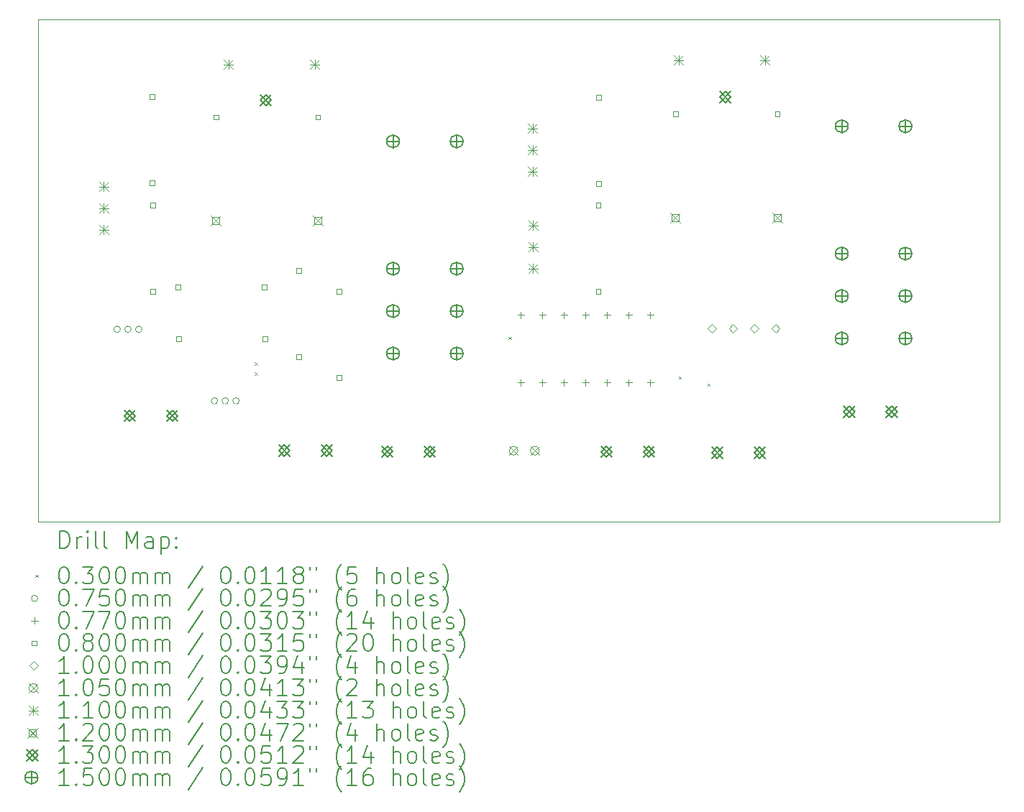
<source format=gbr>
%TF.GenerationSoftware,KiCad,Pcbnew,7.0.5*%
%TF.CreationDate,2023-12-12T17:16:22+05:30*%
%TF.ProjectId,charger ShutDown Circuit,63686172-6765-4722-9053-687574446f77,rev?*%
%TF.SameCoordinates,Original*%
%TF.FileFunction,Drillmap*%
%TF.FilePolarity,Positive*%
%FSLAX45Y45*%
G04 Gerber Fmt 4.5, Leading zero omitted, Abs format (unit mm)*
G04 Created by KiCad (PCBNEW 7.0.5) date 2023-12-12 17:16:22*
%MOMM*%
%LPD*%
G01*
G04 APERTURE LIST*
%ADD10C,0.050000*%
%ADD11C,0.200000*%
%ADD12C,0.030000*%
%ADD13C,0.075000*%
%ADD14C,0.077000*%
%ADD15C,0.080000*%
%ADD16C,0.100000*%
%ADD17C,0.105000*%
%ADD18C,0.110000*%
%ADD19C,0.120000*%
%ADD20C,0.130000*%
%ADD21C,0.150000*%
G04 APERTURE END LIST*
D10*
X2486660Y-1844040D02*
X13804900Y-1844040D01*
X13804900Y-7762240D01*
X2486660Y-7762240D01*
X2486660Y-1844040D01*
D11*
D12*
X5037060Y-5887960D02*
X5067060Y-5917960D01*
X5067060Y-5887960D02*
X5037060Y-5917960D01*
X5039600Y-6007340D02*
X5069600Y-6037340D01*
X5069600Y-6007340D02*
X5039600Y-6037340D01*
X8028170Y-5589410D02*
X8058170Y-5619410D01*
X8058170Y-5589410D02*
X8028170Y-5619410D01*
X10028160Y-6053060D02*
X10058160Y-6083060D01*
X10058160Y-6053060D02*
X10028160Y-6083060D01*
X10368520Y-6136880D02*
X10398520Y-6166880D01*
X10398520Y-6136880D02*
X10368520Y-6166880D01*
D13*
X3456340Y-5499100D02*
G75*
G03*
X3456340Y-5499100I-37500J0D01*
G01*
X3583340Y-5499100D02*
G75*
G03*
X3583340Y-5499100I-37500J0D01*
G01*
X3710340Y-5499100D02*
G75*
G03*
X3710340Y-5499100I-37500J0D01*
G01*
X4601880Y-6341940D02*
G75*
G03*
X4601880Y-6341940I-37500J0D01*
G01*
X4728880Y-6341940D02*
G75*
G03*
X4728880Y-6341940I-37500J0D01*
G01*
X4855880Y-6341940D02*
G75*
G03*
X4855880Y-6341940I-37500J0D01*
G01*
D14*
X8171180Y-5291440D02*
X8171180Y-5368440D01*
X8132680Y-5329940D02*
X8209680Y-5329940D01*
X8171180Y-6085440D02*
X8171180Y-6162440D01*
X8132680Y-6123940D02*
X8209680Y-6123940D01*
X8425180Y-5291440D02*
X8425180Y-5368440D01*
X8386680Y-5329940D02*
X8463680Y-5329940D01*
X8425180Y-6085440D02*
X8425180Y-6162440D01*
X8386680Y-6123940D02*
X8463680Y-6123940D01*
X8679180Y-5291440D02*
X8679180Y-5368440D01*
X8640680Y-5329940D02*
X8717680Y-5329940D01*
X8679180Y-6085440D02*
X8679180Y-6162440D01*
X8640680Y-6123940D02*
X8717680Y-6123940D01*
X8933180Y-5291440D02*
X8933180Y-5368440D01*
X8894680Y-5329940D02*
X8971680Y-5329940D01*
X8933180Y-6085440D02*
X8933180Y-6162440D01*
X8894680Y-6123940D02*
X8971680Y-6123940D01*
X9187180Y-5291440D02*
X9187180Y-5368440D01*
X9148680Y-5329940D02*
X9225680Y-5329940D01*
X9187180Y-6085440D02*
X9187180Y-6162440D01*
X9148680Y-6123940D02*
X9225680Y-6123940D01*
X9441180Y-5291440D02*
X9441180Y-5368440D01*
X9402680Y-5329940D02*
X9479680Y-5329940D01*
X9441180Y-6085440D02*
X9441180Y-6162440D01*
X9402680Y-6123940D02*
X9479680Y-6123940D01*
X9695180Y-5291440D02*
X9695180Y-5368440D01*
X9656680Y-5329940D02*
X9733680Y-5329940D01*
X9695180Y-6085440D02*
X9695180Y-6162440D01*
X9656680Y-6123940D02*
X9733680Y-6123940D01*
D15*
X3858604Y-2786725D02*
X3858604Y-2730156D01*
X3802035Y-2730156D01*
X3802035Y-2786725D01*
X3858604Y-2786725D01*
X3858604Y-3802724D02*
X3858604Y-3746155D01*
X3802035Y-3746155D01*
X3802035Y-3802724D01*
X3858604Y-3802724D01*
X3866224Y-4061804D02*
X3866224Y-4005235D01*
X3809655Y-4005235D01*
X3809655Y-4061804D01*
X3866224Y-4061804D01*
X3866224Y-5077805D02*
X3866224Y-5021236D01*
X3809655Y-5021236D01*
X3809655Y-5077805D01*
X3866224Y-5077805D01*
X4165944Y-5029545D02*
X4165944Y-4972976D01*
X4109375Y-4972976D01*
X4109375Y-5029545D01*
X4165944Y-5029545D01*
X4171024Y-5639144D02*
X4171024Y-5582576D01*
X4114455Y-5582576D01*
X4114455Y-5639144D01*
X4171024Y-5639144D01*
X4609885Y-3028074D02*
X4609885Y-2971505D01*
X4553316Y-2971505D01*
X4553316Y-3028074D01*
X4609885Y-3028074D01*
X5181945Y-5029545D02*
X5181945Y-4972976D01*
X5125376Y-4972976D01*
X5125376Y-5029545D01*
X5181945Y-5029545D01*
X5187025Y-5639144D02*
X5187025Y-5582576D01*
X5130456Y-5582576D01*
X5130456Y-5639144D01*
X5187025Y-5639144D01*
X5588345Y-4836505D02*
X5588345Y-4779936D01*
X5531776Y-4779936D01*
X5531776Y-4836505D01*
X5588345Y-4836505D01*
X5588345Y-5852504D02*
X5588345Y-5795935D01*
X5531776Y-5795935D01*
X5531776Y-5852504D01*
X5588345Y-5852504D01*
X5809884Y-3028074D02*
X5809884Y-2971505D01*
X5753315Y-2971505D01*
X5753315Y-3028074D01*
X5809884Y-3028074D01*
X6060784Y-5080345D02*
X6060784Y-5023776D01*
X6004215Y-5023776D01*
X6004215Y-5080345D01*
X6060784Y-5080345D01*
X6060784Y-6096344D02*
X6060784Y-6039775D01*
X6004215Y-6039775D01*
X6004215Y-6096344D01*
X6060784Y-6096344D01*
X9111325Y-4066884D02*
X9111325Y-4010315D01*
X9054756Y-4010315D01*
X9054756Y-4066884D01*
X9111325Y-4066884D01*
X9111325Y-5082885D02*
X9111325Y-5026316D01*
X9054756Y-5026316D01*
X9054756Y-5082885D01*
X9111325Y-5082885D01*
X9116405Y-2794345D02*
X9116405Y-2737776D01*
X9059836Y-2737776D01*
X9059836Y-2794345D01*
X9116405Y-2794345D01*
X9116405Y-3810344D02*
X9116405Y-3753775D01*
X9059836Y-3753775D01*
X9059836Y-3810344D01*
X9116405Y-3810344D01*
X10020085Y-2989974D02*
X10020085Y-2933405D01*
X9963516Y-2933405D01*
X9963516Y-2989974D01*
X10020085Y-2989974D01*
X11220084Y-2989974D02*
X11220084Y-2933405D01*
X11163516Y-2933405D01*
X11163516Y-2989974D01*
X11220084Y-2989974D01*
D16*
X10420920Y-5536400D02*
X10470920Y-5486400D01*
X10420920Y-5436400D01*
X10370920Y-5486400D01*
X10420920Y-5536400D01*
X10670920Y-5536400D02*
X10720920Y-5486400D01*
X10670920Y-5436400D01*
X10620920Y-5486400D01*
X10670920Y-5536400D01*
X10920920Y-5536400D02*
X10970920Y-5486400D01*
X10920920Y-5436400D01*
X10870920Y-5486400D01*
X10920920Y-5536400D01*
X11170920Y-5536400D02*
X11220920Y-5486400D01*
X11170920Y-5436400D01*
X11120920Y-5486400D01*
X11170920Y-5536400D01*
D17*
X8033780Y-6876620D02*
X8138780Y-6981620D01*
X8138780Y-6876620D02*
X8033780Y-6981620D01*
X8138780Y-6929120D02*
G75*
G03*
X8138780Y-6929120I-52500J0D01*
G01*
X8283780Y-6876620D02*
X8388780Y-6981620D01*
X8388780Y-6876620D02*
X8283780Y-6981620D01*
X8388780Y-6929120D02*
G75*
G03*
X8388780Y-6929120I-52500J0D01*
G01*
D18*
X3203820Y-3762620D02*
X3313820Y-3872620D01*
X3313820Y-3762620D02*
X3203820Y-3872620D01*
X3258820Y-3762620D02*
X3258820Y-3872620D01*
X3203820Y-3817620D02*
X3313820Y-3817620D01*
X3203820Y-4016620D02*
X3313820Y-4126620D01*
X3313820Y-4016620D02*
X3203820Y-4126620D01*
X3258820Y-4016620D02*
X3258820Y-4126620D01*
X3203820Y-4071620D02*
X3313820Y-4071620D01*
X3203820Y-4270620D02*
X3313820Y-4380620D01*
X3313820Y-4270620D02*
X3203820Y-4380620D01*
X3258820Y-4270620D02*
X3258820Y-4380620D01*
X3203820Y-4325620D02*
X3313820Y-4325620D01*
X4674480Y-2324980D02*
X4784480Y-2434980D01*
X4784480Y-2324980D02*
X4674480Y-2434980D01*
X4729480Y-2324980D02*
X4729480Y-2434980D01*
X4674480Y-2379980D02*
X4784480Y-2379980D01*
X5690480Y-2324980D02*
X5800480Y-2434980D01*
X5800480Y-2324980D02*
X5690480Y-2434980D01*
X5745480Y-2324980D02*
X5745480Y-2434980D01*
X5690480Y-2379980D02*
X5800480Y-2379980D01*
X8255880Y-3079360D02*
X8365880Y-3189360D01*
X8365880Y-3079360D02*
X8255880Y-3189360D01*
X8310880Y-3079360D02*
X8310880Y-3189360D01*
X8255880Y-3134360D02*
X8365880Y-3134360D01*
X8255880Y-3333360D02*
X8365880Y-3443360D01*
X8365880Y-3333360D02*
X8255880Y-3443360D01*
X8310880Y-3333360D02*
X8310880Y-3443360D01*
X8255880Y-3388360D02*
X8365880Y-3388360D01*
X8255880Y-3587360D02*
X8365880Y-3697360D01*
X8365880Y-3587360D02*
X8255880Y-3697360D01*
X8310880Y-3587360D02*
X8310880Y-3697360D01*
X8255880Y-3642360D02*
X8365880Y-3642360D01*
X8258420Y-4222360D02*
X8368420Y-4332360D01*
X8368420Y-4222360D02*
X8258420Y-4332360D01*
X8313420Y-4222360D02*
X8313420Y-4332360D01*
X8258420Y-4277360D02*
X8368420Y-4277360D01*
X8258420Y-4476360D02*
X8368420Y-4586360D01*
X8368420Y-4476360D02*
X8258420Y-4586360D01*
X8313420Y-4476360D02*
X8313420Y-4586360D01*
X8258420Y-4531360D02*
X8368420Y-4531360D01*
X8258420Y-4730360D02*
X8368420Y-4840360D01*
X8368420Y-4730360D02*
X8258420Y-4840360D01*
X8313420Y-4730360D02*
X8313420Y-4840360D01*
X8258420Y-4785360D02*
X8368420Y-4785360D01*
X9975460Y-2274180D02*
X10085460Y-2384180D01*
X10085460Y-2274180D02*
X9975460Y-2384180D01*
X10030460Y-2274180D02*
X10030460Y-2384180D01*
X9975460Y-2329180D02*
X10085460Y-2329180D01*
X10991460Y-2274180D02*
X11101460Y-2384180D01*
X11101460Y-2274180D02*
X10991460Y-2384180D01*
X11046460Y-2274180D02*
X11046460Y-2384180D01*
X10991460Y-2329180D02*
X11101460Y-2329180D01*
D19*
X4521600Y-4159790D02*
X4641600Y-4279790D01*
X4641600Y-4159790D02*
X4521600Y-4279790D01*
X4624027Y-4262217D02*
X4624027Y-4177363D01*
X4539173Y-4177363D01*
X4539173Y-4262217D01*
X4624027Y-4262217D01*
X5721600Y-4159790D02*
X5841600Y-4279790D01*
X5841600Y-4159790D02*
X5721600Y-4279790D01*
X5824027Y-4262217D02*
X5824027Y-4177363D01*
X5739173Y-4177363D01*
X5739173Y-4262217D01*
X5824027Y-4262217D01*
X9931800Y-4121690D02*
X10051800Y-4241690D01*
X10051800Y-4121690D02*
X9931800Y-4241690D01*
X10034227Y-4224117D02*
X10034227Y-4139263D01*
X9949373Y-4139263D01*
X9949373Y-4224117D01*
X10034227Y-4224117D01*
X11131800Y-4121690D02*
X11251800Y-4241690D01*
X11251800Y-4121690D02*
X11131800Y-4241690D01*
X11234227Y-4224117D02*
X11234227Y-4139263D01*
X11149373Y-4139263D01*
X11149373Y-4224117D01*
X11234227Y-4224117D01*
D20*
X3502620Y-6452660D02*
X3632620Y-6582660D01*
X3632620Y-6452660D02*
X3502620Y-6582660D01*
X3567620Y-6582660D02*
X3632620Y-6517660D01*
X3567620Y-6452660D01*
X3502620Y-6517660D01*
X3567620Y-6582660D01*
X4002620Y-6452660D02*
X4132620Y-6582660D01*
X4132620Y-6452660D02*
X4002620Y-6582660D01*
X4067620Y-6582660D02*
X4132620Y-6517660D01*
X4067620Y-6452660D01*
X4002620Y-6517660D01*
X4067620Y-6582660D01*
X5104600Y-2734790D02*
X5234600Y-2864790D01*
X5234600Y-2734790D02*
X5104600Y-2864790D01*
X5169600Y-2864790D02*
X5234600Y-2799790D01*
X5169600Y-2734790D01*
X5104600Y-2799790D01*
X5169600Y-2864790D01*
X5321260Y-6861600D02*
X5451260Y-6991600D01*
X5451260Y-6861600D02*
X5321260Y-6991600D01*
X5386260Y-6991600D02*
X5451260Y-6926600D01*
X5386260Y-6861600D01*
X5321260Y-6926600D01*
X5386260Y-6991600D01*
X5821260Y-6861600D02*
X5951260Y-6991600D01*
X5951260Y-6861600D02*
X5821260Y-6991600D01*
X5886260Y-6991600D02*
X5951260Y-6926600D01*
X5886260Y-6861600D01*
X5821260Y-6926600D01*
X5886260Y-6991600D01*
X6534300Y-6874280D02*
X6664300Y-7004280D01*
X6664300Y-6874280D02*
X6534300Y-7004280D01*
X6599300Y-7004280D02*
X6664300Y-6939280D01*
X6599300Y-6874280D01*
X6534300Y-6939280D01*
X6599300Y-7004280D01*
X7034300Y-6874280D02*
X7164300Y-7004280D01*
X7164300Y-6874280D02*
X7034300Y-7004280D01*
X7099300Y-7004280D02*
X7164300Y-6939280D01*
X7099300Y-6874280D01*
X7034300Y-6939280D01*
X7099300Y-7004280D01*
X9113480Y-6876840D02*
X9243480Y-7006840D01*
X9243480Y-6876840D02*
X9113480Y-7006840D01*
X9178480Y-7006840D02*
X9243480Y-6941840D01*
X9178480Y-6876840D01*
X9113480Y-6941840D01*
X9178480Y-7006840D01*
X9613480Y-6876840D02*
X9743480Y-7006840D01*
X9743480Y-6876840D02*
X9613480Y-7006840D01*
X9678480Y-7006840D02*
X9743480Y-6941840D01*
X9678480Y-6876840D01*
X9613480Y-6941840D01*
X9678480Y-7006840D01*
X10417960Y-6886980D02*
X10547960Y-7016980D01*
X10547960Y-6886980D02*
X10417960Y-7016980D01*
X10482960Y-7016980D02*
X10547960Y-6951980D01*
X10482960Y-6886980D01*
X10417960Y-6951980D01*
X10482960Y-7016980D01*
X10514800Y-2696690D02*
X10644800Y-2826690D01*
X10644800Y-2696690D02*
X10514800Y-2826690D01*
X10579800Y-2826690D02*
X10644800Y-2761690D01*
X10579800Y-2696690D01*
X10514800Y-2761690D01*
X10579800Y-2826690D01*
X10917960Y-6886980D02*
X11047960Y-7016980D01*
X11047960Y-6886980D02*
X10917960Y-7016980D01*
X10982960Y-7016980D02*
X11047960Y-6951980D01*
X10982960Y-6886980D01*
X10917960Y-6951980D01*
X10982960Y-7016980D01*
X11973520Y-6406940D02*
X12103520Y-6536940D01*
X12103520Y-6406940D02*
X11973520Y-6536940D01*
X12038520Y-6536940D02*
X12103520Y-6471940D01*
X12038520Y-6406940D01*
X11973520Y-6471940D01*
X12038520Y-6536940D01*
X12473520Y-6406940D02*
X12603520Y-6536940D01*
X12603520Y-6406940D02*
X12473520Y-6536940D01*
X12538520Y-6536940D02*
X12603520Y-6471940D01*
X12538520Y-6406940D01*
X12473520Y-6471940D01*
X12538520Y-6536940D01*
D21*
X6666710Y-3209410D02*
X6666710Y-3359410D01*
X6591710Y-3284410D02*
X6741710Y-3284410D01*
X6741710Y-3284410D02*
G75*
G03*
X6741710Y-3284410I-75000J0D01*
G01*
X6666710Y-4709410D02*
X6666710Y-4859410D01*
X6591710Y-4784410D02*
X6741710Y-4784410D01*
X6741710Y-4784410D02*
G75*
G03*
X6741710Y-4784410I-75000J0D01*
G01*
X6666710Y-5209410D02*
X6666710Y-5359410D01*
X6591710Y-5284410D02*
X6741710Y-5284410D01*
X6741710Y-5284410D02*
G75*
G03*
X6741710Y-5284410I-75000J0D01*
G01*
X6666710Y-5709410D02*
X6666710Y-5859410D01*
X6591710Y-5784410D02*
X6741710Y-5784410D01*
X6741710Y-5784410D02*
G75*
G03*
X6741710Y-5784410I-75000J0D01*
G01*
X7416710Y-3209410D02*
X7416710Y-3359410D01*
X7341710Y-3284410D02*
X7491710Y-3284410D01*
X7491710Y-3284410D02*
G75*
G03*
X7491710Y-3284410I-75000J0D01*
G01*
X7416710Y-4709410D02*
X7416710Y-4859410D01*
X7341710Y-4784410D02*
X7491710Y-4784410D01*
X7491710Y-4784410D02*
G75*
G03*
X7491710Y-4784410I-75000J0D01*
G01*
X7416710Y-5209410D02*
X7416710Y-5359410D01*
X7341710Y-5284410D02*
X7491710Y-5284410D01*
X7491710Y-5284410D02*
G75*
G03*
X7491710Y-5284410I-75000J0D01*
G01*
X7416710Y-5709410D02*
X7416710Y-5859410D01*
X7341710Y-5784410D02*
X7491710Y-5784410D01*
X7491710Y-5784410D02*
G75*
G03*
X7491710Y-5784410I-75000J0D01*
G01*
X11949910Y-3031610D02*
X11949910Y-3181610D01*
X11874910Y-3106610D02*
X12024910Y-3106610D01*
X12024910Y-3106610D02*
G75*
G03*
X12024910Y-3106610I-75000J0D01*
G01*
X11949910Y-4531610D02*
X11949910Y-4681610D01*
X11874910Y-4606610D02*
X12024910Y-4606610D01*
X12024910Y-4606610D02*
G75*
G03*
X12024910Y-4606610I-75000J0D01*
G01*
X11949910Y-5031610D02*
X11949910Y-5181610D01*
X11874910Y-5106610D02*
X12024910Y-5106610D01*
X12024910Y-5106610D02*
G75*
G03*
X12024910Y-5106610I-75000J0D01*
G01*
X11949910Y-5531610D02*
X11949910Y-5681610D01*
X11874910Y-5606610D02*
X12024910Y-5606610D01*
X12024910Y-5606610D02*
G75*
G03*
X12024910Y-5606610I-75000J0D01*
G01*
X12699910Y-3031610D02*
X12699910Y-3181610D01*
X12624910Y-3106610D02*
X12774910Y-3106610D01*
X12774910Y-3106610D02*
G75*
G03*
X12774910Y-3106610I-75000J0D01*
G01*
X12699910Y-4531610D02*
X12699910Y-4681610D01*
X12624910Y-4606610D02*
X12774910Y-4606610D01*
X12774910Y-4606610D02*
G75*
G03*
X12774910Y-4606610I-75000J0D01*
G01*
X12699910Y-5031610D02*
X12699910Y-5181610D01*
X12624910Y-5106610D02*
X12774910Y-5106610D01*
X12774910Y-5106610D02*
G75*
G03*
X12774910Y-5106610I-75000J0D01*
G01*
X12699910Y-5531610D02*
X12699910Y-5681610D01*
X12624910Y-5606610D02*
X12774910Y-5606610D01*
X12774910Y-5606610D02*
G75*
G03*
X12774910Y-5606610I-75000J0D01*
G01*
D11*
X2744937Y-8076224D02*
X2744937Y-7876224D01*
X2744937Y-7876224D02*
X2792556Y-7876224D01*
X2792556Y-7876224D02*
X2821127Y-7885748D01*
X2821127Y-7885748D02*
X2840175Y-7904795D01*
X2840175Y-7904795D02*
X2849699Y-7923843D01*
X2849699Y-7923843D02*
X2859222Y-7961938D01*
X2859222Y-7961938D02*
X2859222Y-7990509D01*
X2859222Y-7990509D02*
X2849699Y-8028605D01*
X2849699Y-8028605D02*
X2840175Y-8047652D01*
X2840175Y-8047652D02*
X2821127Y-8066700D01*
X2821127Y-8066700D02*
X2792556Y-8076224D01*
X2792556Y-8076224D02*
X2744937Y-8076224D01*
X2944937Y-8076224D02*
X2944937Y-7942890D01*
X2944937Y-7980986D02*
X2954461Y-7961938D01*
X2954461Y-7961938D02*
X2963984Y-7952414D01*
X2963984Y-7952414D02*
X2983032Y-7942890D01*
X2983032Y-7942890D02*
X3002080Y-7942890D01*
X3068746Y-8076224D02*
X3068746Y-7942890D01*
X3068746Y-7876224D02*
X3059222Y-7885748D01*
X3059222Y-7885748D02*
X3068746Y-7895271D01*
X3068746Y-7895271D02*
X3078270Y-7885748D01*
X3078270Y-7885748D02*
X3068746Y-7876224D01*
X3068746Y-7876224D02*
X3068746Y-7895271D01*
X3192556Y-8076224D02*
X3173508Y-8066700D01*
X3173508Y-8066700D02*
X3163984Y-8047652D01*
X3163984Y-8047652D02*
X3163984Y-7876224D01*
X3297318Y-8076224D02*
X3278270Y-8066700D01*
X3278270Y-8066700D02*
X3268746Y-8047652D01*
X3268746Y-8047652D02*
X3268746Y-7876224D01*
X3525889Y-8076224D02*
X3525889Y-7876224D01*
X3525889Y-7876224D02*
X3592556Y-8019081D01*
X3592556Y-8019081D02*
X3659222Y-7876224D01*
X3659222Y-7876224D02*
X3659222Y-8076224D01*
X3840175Y-8076224D02*
X3840175Y-7971462D01*
X3840175Y-7971462D02*
X3830651Y-7952414D01*
X3830651Y-7952414D02*
X3811603Y-7942890D01*
X3811603Y-7942890D02*
X3773508Y-7942890D01*
X3773508Y-7942890D02*
X3754461Y-7952414D01*
X3840175Y-8066700D02*
X3821127Y-8076224D01*
X3821127Y-8076224D02*
X3773508Y-8076224D01*
X3773508Y-8076224D02*
X3754461Y-8066700D01*
X3754461Y-8066700D02*
X3744937Y-8047652D01*
X3744937Y-8047652D02*
X3744937Y-8028605D01*
X3744937Y-8028605D02*
X3754461Y-8009557D01*
X3754461Y-8009557D02*
X3773508Y-8000033D01*
X3773508Y-8000033D02*
X3821127Y-8000033D01*
X3821127Y-8000033D02*
X3840175Y-7990509D01*
X3935413Y-7942890D02*
X3935413Y-8142890D01*
X3935413Y-7952414D02*
X3954461Y-7942890D01*
X3954461Y-7942890D02*
X3992556Y-7942890D01*
X3992556Y-7942890D02*
X4011603Y-7952414D01*
X4011603Y-7952414D02*
X4021127Y-7961938D01*
X4021127Y-7961938D02*
X4030651Y-7980986D01*
X4030651Y-7980986D02*
X4030651Y-8038128D01*
X4030651Y-8038128D02*
X4021127Y-8057176D01*
X4021127Y-8057176D02*
X4011603Y-8066700D01*
X4011603Y-8066700D02*
X3992556Y-8076224D01*
X3992556Y-8076224D02*
X3954461Y-8076224D01*
X3954461Y-8076224D02*
X3935413Y-8066700D01*
X4116365Y-8057176D02*
X4125889Y-8066700D01*
X4125889Y-8066700D02*
X4116365Y-8076224D01*
X4116365Y-8076224D02*
X4106842Y-8066700D01*
X4106842Y-8066700D02*
X4116365Y-8057176D01*
X4116365Y-8057176D02*
X4116365Y-8076224D01*
X4116365Y-7952414D02*
X4125889Y-7961938D01*
X4125889Y-7961938D02*
X4116365Y-7971462D01*
X4116365Y-7971462D02*
X4106842Y-7961938D01*
X4106842Y-7961938D02*
X4116365Y-7952414D01*
X4116365Y-7952414D02*
X4116365Y-7971462D01*
D12*
X2454160Y-8389740D02*
X2484160Y-8419740D01*
X2484160Y-8389740D02*
X2454160Y-8419740D01*
D11*
X2783032Y-8296224D02*
X2802080Y-8296224D01*
X2802080Y-8296224D02*
X2821127Y-8305748D01*
X2821127Y-8305748D02*
X2830651Y-8315271D01*
X2830651Y-8315271D02*
X2840175Y-8334319D01*
X2840175Y-8334319D02*
X2849699Y-8372414D01*
X2849699Y-8372414D02*
X2849699Y-8420033D01*
X2849699Y-8420033D02*
X2840175Y-8458129D01*
X2840175Y-8458129D02*
X2830651Y-8477176D01*
X2830651Y-8477176D02*
X2821127Y-8486700D01*
X2821127Y-8486700D02*
X2802080Y-8496224D01*
X2802080Y-8496224D02*
X2783032Y-8496224D01*
X2783032Y-8496224D02*
X2763984Y-8486700D01*
X2763984Y-8486700D02*
X2754461Y-8477176D01*
X2754461Y-8477176D02*
X2744937Y-8458129D01*
X2744937Y-8458129D02*
X2735413Y-8420033D01*
X2735413Y-8420033D02*
X2735413Y-8372414D01*
X2735413Y-8372414D02*
X2744937Y-8334319D01*
X2744937Y-8334319D02*
X2754461Y-8315271D01*
X2754461Y-8315271D02*
X2763984Y-8305748D01*
X2763984Y-8305748D02*
X2783032Y-8296224D01*
X2935413Y-8477176D02*
X2944937Y-8486700D01*
X2944937Y-8486700D02*
X2935413Y-8496224D01*
X2935413Y-8496224D02*
X2925889Y-8486700D01*
X2925889Y-8486700D02*
X2935413Y-8477176D01*
X2935413Y-8477176D02*
X2935413Y-8496224D01*
X3011603Y-8296224D02*
X3135413Y-8296224D01*
X3135413Y-8296224D02*
X3068746Y-8372414D01*
X3068746Y-8372414D02*
X3097318Y-8372414D01*
X3097318Y-8372414D02*
X3116365Y-8381938D01*
X3116365Y-8381938D02*
X3125889Y-8391462D01*
X3125889Y-8391462D02*
X3135413Y-8410510D01*
X3135413Y-8410510D02*
X3135413Y-8458129D01*
X3135413Y-8458129D02*
X3125889Y-8477176D01*
X3125889Y-8477176D02*
X3116365Y-8486700D01*
X3116365Y-8486700D02*
X3097318Y-8496224D01*
X3097318Y-8496224D02*
X3040175Y-8496224D01*
X3040175Y-8496224D02*
X3021127Y-8486700D01*
X3021127Y-8486700D02*
X3011603Y-8477176D01*
X3259222Y-8296224D02*
X3278270Y-8296224D01*
X3278270Y-8296224D02*
X3297318Y-8305748D01*
X3297318Y-8305748D02*
X3306842Y-8315271D01*
X3306842Y-8315271D02*
X3316365Y-8334319D01*
X3316365Y-8334319D02*
X3325889Y-8372414D01*
X3325889Y-8372414D02*
X3325889Y-8420033D01*
X3325889Y-8420033D02*
X3316365Y-8458129D01*
X3316365Y-8458129D02*
X3306842Y-8477176D01*
X3306842Y-8477176D02*
X3297318Y-8486700D01*
X3297318Y-8486700D02*
X3278270Y-8496224D01*
X3278270Y-8496224D02*
X3259222Y-8496224D01*
X3259222Y-8496224D02*
X3240175Y-8486700D01*
X3240175Y-8486700D02*
X3230651Y-8477176D01*
X3230651Y-8477176D02*
X3221127Y-8458129D01*
X3221127Y-8458129D02*
X3211603Y-8420033D01*
X3211603Y-8420033D02*
X3211603Y-8372414D01*
X3211603Y-8372414D02*
X3221127Y-8334319D01*
X3221127Y-8334319D02*
X3230651Y-8315271D01*
X3230651Y-8315271D02*
X3240175Y-8305748D01*
X3240175Y-8305748D02*
X3259222Y-8296224D01*
X3449699Y-8296224D02*
X3468746Y-8296224D01*
X3468746Y-8296224D02*
X3487794Y-8305748D01*
X3487794Y-8305748D02*
X3497318Y-8315271D01*
X3497318Y-8315271D02*
X3506842Y-8334319D01*
X3506842Y-8334319D02*
X3516365Y-8372414D01*
X3516365Y-8372414D02*
X3516365Y-8420033D01*
X3516365Y-8420033D02*
X3506842Y-8458129D01*
X3506842Y-8458129D02*
X3497318Y-8477176D01*
X3497318Y-8477176D02*
X3487794Y-8486700D01*
X3487794Y-8486700D02*
X3468746Y-8496224D01*
X3468746Y-8496224D02*
X3449699Y-8496224D01*
X3449699Y-8496224D02*
X3430651Y-8486700D01*
X3430651Y-8486700D02*
X3421127Y-8477176D01*
X3421127Y-8477176D02*
X3411603Y-8458129D01*
X3411603Y-8458129D02*
X3402080Y-8420033D01*
X3402080Y-8420033D02*
X3402080Y-8372414D01*
X3402080Y-8372414D02*
X3411603Y-8334319D01*
X3411603Y-8334319D02*
X3421127Y-8315271D01*
X3421127Y-8315271D02*
X3430651Y-8305748D01*
X3430651Y-8305748D02*
X3449699Y-8296224D01*
X3602080Y-8496224D02*
X3602080Y-8362890D01*
X3602080Y-8381938D02*
X3611603Y-8372414D01*
X3611603Y-8372414D02*
X3630651Y-8362890D01*
X3630651Y-8362890D02*
X3659223Y-8362890D01*
X3659223Y-8362890D02*
X3678270Y-8372414D01*
X3678270Y-8372414D02*
X3687794Y-8391462D01*
X3687794Y-8391462D02*
X3687794Y-8496224D01*
X3687794Y-8391462D02*
X3697318Y-8372414D01*
X3697318Y-8372414D02*
X3716365Y-8362890D01*
X3716365Y-8362890D02*
X3744937Y-8362890D01*
X3744937Y-8362890D02*
X3763984Y-8372414D01*
X3763984Y-8372414D02*
X3773508Y-8391462D01*
X3773508Y-8391462D02*
X3773508Y-8496224D01*
X3868746Y-8496224D02*
X3868746Y-8362890D01*
X3868746Y-8381938D02*
X3878270Y-8372414D01*
X3878270Y-8372414D02*
X3897318Y-8362890D01*
X3897318Y-8362890D02*
X3925889Y-8362890D01*
X3925889Y-8362890D02*
X3944937Y-8372414D01*
X3944937Y-8372414D02*
X3954461Y-8391462D01*
X3954461Y-8391462D02*
X3954461Y-8496224D01*
X3954461Y-8391462D02*
X3963984Y-8372414D01*
X3963984Y-8372414D02*
X3983032Y-8362890D01*
X3983032Y-8362890D02*
X4011603Y-8362890D01*
X4011603Y-8362890D02*
X4030651Y-8372414D01*
X4030651Y-8372414D02*
X4040175Y-8391462D01*
X4040175Y-8391462D02*
X4040175Y-8496224D01*
X4430651Y-8286700D02*
X4259223Y-8543843D01*
X4687794Y-8296224D02*
X4706842Y-8296224D01*
X4706842Y-8296224D02*
X4725889Y-8305748D01*
X4725889Y-8305748D02*
X4735413Y-8315271D01*
X4735413Y-8315271D02*
X4744937Y-8334319D01*
X4744937Y-8334319D02*
X4754461Y-8372414D01*
X4754461Y-8372414D02*
X4754461Y-8420033D01*
X4754461Y-8420033D02*
X4744937Y-8458129D01*
X4744937Y-8458129D02*
X4735413Y-8477176D01*
X4735413Y-8477176D02*
X4725889Y-8486700D01*
X4725889Y-8486700D02*
X4706842Y-8496224D01*
X4706842Y-8496224D02*
X4687794Y-8496224D01*
X4687794Y-8496224D02*
X4668747Y-8486700D01*
X4668747Y-8486700D02*
X4659223Y-8477176D01*
X4659223Y-8477176D02*
X4649699Y-8458129D01*
X4649699Y-8458129D02*
X4640175Y-8420033D01*
X4640175Y-8420033D02*
X4640175Y-8372414D01*
X4640175Y-8372414D02*
X4649699Y-8334319D01*
X4649699Y-8334319D02*
X4659223Y-8315271D01*
X4659223Y-8315271D02*
X4668747Y-8305748D01*
X4668747Y-8305748D02*
X4687794Y-8296224D01*
X4840175Y-8477176D02*
X4849699Y-8486700D01*
X4849699Y-8486700D02*
X4840175Y-8496224D01*
X4840175Y-8496224D02*
X4830651Y-8486700D01*
X4830651Y-8486700D02*
X4840175Y-8477176D01*
X4840175Y-8477176D02*
X4840175Y-8496224D01*
X4973508Y-8296224D02*
X4992556Y-8296224D01*
X4992556Y-8296224D02*
X5011604Y-8305748D01*
X5011604Y-8305748D02*
X5021128Y-8315271D01*
X5021128Y-8315271D02*
X5030651Y-8334319D01*
X5030651Y-8334319D02*
X5040175Y-8372414D01*
X5040175Y-8372414D02*
X5040175Y-8420033D01*
X5040175Y-8420033D02*
X5030651Y-8458129D01*
X5030651Y-8458129D02*
X5021128Y-8477176D01*
X5021128Y-8477176D02*
X5011604Y-8486700D01*
X5011604Y-8486700D02*
X4992556Y-8496224D01*
X4992556Y-8496224D02*
X4973508Y-8496224D01*
X4973508Y-8496224D02*
X4954461Y-8486700D01*
X4954461Y-8486700D02*
X4944937Y-8477176D01*
X4944937Y-8477176D02*
X4935413Y-8458129D01*
X4935413Y-8458129D02*
X4925889Y-8420033D01*
X4925889Y-8420033D02*
X4925889Y-8372414D01*
X4925889Y-8372414D02*
X4935413Y-8334319D01*
X4935413Y-8334319D02*
X4944937Y-8315271D01*
X4944937Y-8315271D02*
X4954461Y-8305748D01*
X4954461Y-8305748D02*
X4973508Y-8296224D01*
X5230651Y-8496224D02*
X5116366Y-8496224D01*
X5173508Y-8496224D02*
X5173508Y-8296224D01*
X5173508Y-8296224D02*
X5154461Y-8324795D01*
X5154461Y-8324795D02*
X5135413Y-8343843D01*
X5135413Y-8343843D02*
X5116366Y-8353367D01*
X5421128Y-8496224D02*
X5306842Y-8496224D01*
X5363985Y-8496224D02*
X5363985Y-8296224D01*
X5363985Y-8296224D02*
X5344937Y-8324795D01*
X5344937Y-8324795D02*
X5325889Y-8343843D01*
X5325889Y-8343843D02*
X5306842Y-8353367D01*
X5535413Y-8381938D02*
X5516366Y-8372414D01*
X5516366Y-8372414D02*
X5506842Y-8362890D01*
X5506842Y-8362890D02*
X5497318Y-8343843D01*
X5497318Y-8343843D02*
X5497318Y-8334319D01*
X5497318Y-8334319D02*
X5506842Y-8315271D01*
X5506842Y-8315271D02*
X5516366Y-8305748D01*
X5516366Y-8305748D02*
X5535413Y-8296224D01*
X5535413Y-8296224D02*
X5573509Y-8296224D01*
X5573509Y-8296224D02*
X5592556Y-8305748D01*
X5592556Y-8305748D02*
X5602080Y-8315271D01*
X5602080Y-8315271D02*
X5611604Y-8334319D01*
X5611604Y-8334319D02*
X5611604Y-8343843D01*
X5611604Y-8343843D02*
X5602080Y-8362890D01*
X5602080Y-8362890D02*
X5592556Y-8372414D01*
X5592556Y-8372414D02*
X5573509Y-8381938D01*
X5573509Y-8381938D02*
X5535413Y-8381938D01*
X5535413Y-8381938D02*
X5516366Y-8391462D01*
X5516366Y-8391462D02*
X5506842Y-8400986D01*
X5506842Y-8400986D02*
X5497318Y-8420033D01*
X5497318Y-8420033D02*
X5497318Y-8458129D01*
X5497318Y-8458129D02*
X5506842Y-8477176D01*
X5506842Y-8477176D02*
X5516366Y-8486700D01*
X5516366Y-8486700D02*
X5535413Y-8496224D01*
X5535413Y-8496224D02*
X5573509Y-8496224D01*
X5573509Y-8496224D02*
X5592556Y-8486700D01*
X5592556Y-8486700D02*
X5602080Y-8477176D01*
X5602080Y-8477176D02*
X5611604Y-8458129D01*
X5611604Y-8458129D02*
X5611604Y-8420033D01*
X5611604Y-8420033D02*
X5602080Y-8400986D01*
X5602080Y-8400986D02*
X5592556Y-8391462D01*
X5592556Y-8391462D02*
X5573509Y-8381938D01*
X5687794Y-8296224D02*
X5687794Y-8334319D01*
X5763985Y-8296224D02*
X5763985Y-8334319D01*
X6059223Y-8572414D02*
X6049699Y-8562890D01*
X6049699Y-8562890D02*
X6030651Y-8534319D01*
X6030651Y-8534319D02*
X6021128Y-8515271D01*
X6021128Y-8515271D02*
X6011604Y-8486700D01*
X6011604Y-8486700D02*
X6002080Y-8439081D01*
X6002080Y-8439081D02*
X6002080Y-8400986D01*
X6002080Y-8400986D02*
X6011604Y-8353367D01*
X6011604Y-8353367D02*
X6021128Y-8324795D01*
X6021128Y-8324795D02*
X6030651Y-8305748D01*
X6030651Y-8305748D02*
X6049699Y-8277176D01*
X6049699Y-8277176D02*
X6059223Y-8267652D01*
X6230651Y-8296224D02*
X6135413Y-8296224D01*
X6135413Y-8296224D02*
X6125889Y-8391462D01*
X6125889Y-8391462D02*
X6135413Y-8381938D01*
X6135413Y-8381938D02*
X6154461Y-8372414D01*
X6154461Y-8372414D02*
X6202080Y-8372414D01*
X6202080Y-8372414D02*
X6221128Y-8381938D01*
X6221128Y-8381938D02*
X6230651Y-8391462D01*
X6230651Y-8391462D02*
X6240175Y-8410510D01*
X6240175Y-8410510D02*
X6240175Y-8458129D01*
X6240175Y-8458129D02*
X6230651Y-8477176D01*
X6230651Y-8477176D02*
X6221128Y-8486700D01*
X6221128Y-8486700D02*
X6202080Y-8496224D01*
X6202080Y-8496224D02*
X6154461Y-8496224D01*
X6154461Y-8496224D02*
X6135413Y-8486700D01*
X6135413Y-8486700D02*
X6125889Y-8477176D01*
X6478270Y-8496224D02*
X6478270Y-8296224D01*
X6563985Y-8496224D02*
X6563985Y-8391462D01*
X6563985Y-8391462D02*
X6554461Y-8372414D01*
X6554461Y-8372414D02*
X6535413Y-8362890D01*
X6535413Y-8362890D02*
X6506842Y-8362890D01*
X6506842Y-8362890D02*
X6487794Y-8372414D01*
X6487794Y-8372414D02*
X6478270Y-8381938D01*
X6687794Y-8496224D02*
X6668747Y-8486700D01*
X6668747Y-8486700D02*
X6659223Y-8477176D01*
X6659223Y-8477176D02*
X6649699Y-8458129D01*
X6649699Y-8458129D02*
X6649699Y-8400986D01*
X6649699Y-8400986D02*
X6659223Y-8381938D01*
X6659223Y-8381938D02*
X6668747Y-8372414D01*
X6668747Y-8372414D02*
X6687794Y-8362890D01*
X6687794Y-8362890D02*
X6716366Y-8362890D01*
X6716366Y-8362890D02*
X6735413Y-8372414D01*
X6735413Y-8372414D02*
X6744937Y-8381938D01*
X6744937Y-8381938D02*
X6754461Y-8400986D01*
X6754461Y-8400986D02*
X6754461Y-8458129D01*
X6754461Y-8458129D02*
X6744937Y-8477176D01*
X6744937Y-8477176D02*
X6735413Y-8486700D01*
X6735413Y-8486700D02*
X6716366Y-8496224D01*
X6716366Y-8496224D02*
X6687794Y-8496224D01*
X6868747Y-8496224D02*
X6849699Y-8486700D01*
X6849699Y-8486700D02*
X6840175Y-8467652D01*
X6840175Y-8467652D02*
X6840175Y-8296224D01*
X7021128Y-8486700D02*
X7002080Y-8496224D01*
X7002080Y-8496224D02*
X6963985Y-8496224D01*
X6963985Y-8496224D02*
X6944937Y-8486700D01*
X6944937Y-8486700D02*
X6935413Y-8467652D01*
X6935413Y-8467652D02*
X6935413Y-8391462D01*
X6935413Y-8391462D02*
X6944937Y-8372414D01*
X6944937Y-8372414D02*
X6963985Y-8362890D01*
X6963985Y-8362890D02*
X7002080Y-8362890D01*
X7002080Y-8362890D02*
X7021128Y-8372414D01*
X7021128Y-8372414D02*
X7030651Y-8391462D01*
X7030651Y-8391462D02*
X7030651Y-8410510D01*
X7030651Y-8410510D02*
X6935413Y-8429557D01*
X7106842Y-8486700D02*
X7125890Y-8496224D01*
X7125890Y-8496224D02*
X7163985Y-8496224D01*
X7163985Y-8496224D02*
X7183032Y-8486700D01*
X7183032Y-8486700D02*
X7192556Y-8467652D01*
X7192556Y-8467652D02*
X7192556Y-8458129D01*
X7192556Y-8458129D02*
X7183032Y-8439081D01*
X7183032Y-8439081D02*
X7163985Y-8429557D01*
X7163985Y-8429557D02*
X7135413Y-8429557D01*
X7135413Y-8429557D02*
X7116366Y-8420033D01*
X7116366Y-8420033D02*
X7106842Y-8400986D01*
X7106842Y-8400986D02*
X7106842Y-8391462D01*
X7106842Y-8391462D02*
X7116366Y-8372414D01*
X7116366Y-8372414D02*
X7135413Y-8362890D01*
X7135413Y-8362890D02*
X7163985Y-8362890D01*
X7163985Y-8362890D02*
X7183032Y-8372414D01*
X7259223Y-8572414D02*
X7268747Y-8562890D01*
X7268747Y-8562890D02*
X7287794Y-8534319D01*
X7287794Y-8534319D02*
X7297318Y-8515271D01*
X7297318Y-8515271D02*
X7306842Y-8486700D01*
X7306842Y-8486700D02*
X7316366Y-8439081D01*
X7316366Y-8439081D02*
X7316366Y-8400986D01*
X7316366Y-8400986D02*
X7306842Y-8353367D01*
X7306842Y-8353367D02*
X7297318Y-8324795D01*
X7297318Y-8324795D02*
X7287794Y-8305748D01*
X7287794Y-8305748D02*
X7268747Y-8277176D01*
X7268747Y-8277176D02*
X7259223Y-8267652D01*
D13*
X2484160Y-8668740D02*
G75*
G03*
X2484160Y-8668740I-37500J0D01*
G01*
D11*
X2783032Y-8560224D02*
X2802080Y-8560224D01*
X2802080Y-8560224D02*
X2821127Y-8569748D01*
X2821127Y-8569748D02*
X2830651Y-8579271D01*
X2830651Y-8579271D02*
X2840175Y-8598319D01*
X2840175Y-8598319D02*
X2849699Y-8636414D01*
X2849699Y-8636414D02*
X2849699Y-8684033D01*
X2849699Y-8684033D02*
X2840175Y-8722129D01*
X2840175Y-8722129D02*
X2830651Y-8741176D01*
X2830651Y-8741176D02*
X2821127Y-8750700D01*
X2821127Y-8750700D02*
X2802080Y-8760224D01*
X2802080Y-8760224D02*
X2783032Y-8760224D01*
X2783032Y-8760224D02*
X2763984Y-8750700D01*
X2763984Y-8750700D02*
X2754461Y-8741176D01*
X2754461Y-8741176D02*
X2744937Y-8722129D01*
X2744937Y-8722129D02*
X2735413Y-8684033D01*
X2735413Y-8684033D02*
X2735413Y-8636414D01*
X2735413Y-8636414D02*
X2744937Y-8598319D01*
X2744937Y-8598319D02*
X2754461Y-8579271D01*
X2754461Y-8579271D02*
X2763984Y-8569748D01*
X2763984Y-8569748D02*
X2783032Y-8560224D01*
X2935413Y-8741176D02*
X2944937Y-8750700D01*
X2944937Y-8750700D02*
X2935413Y-8760224D01*
X2935413Y-8760224D02*
X2925889Y-8750700D01*
X2925889Y-8750700D02*
X2935413Y-8741176D01*
X2935413Y-8741176D02*
X2935413Y-8760224D01*
X3011603Y-8560224D02*
X3144937Y-8560224D01*
X3144937Y-8560224D02*
X3059222Y-8760224D01*
X3316365Y-8560224D02*
X3221127Y-8560224D01*
X3221127Y-8560224D02*
X3211603Y-8655462D01*
X3211603Y-8655462D02*
X3221127Y-8645938D01*
X3221127Y-8645938D02*
X3240175Y-8636414D01*
X3240175Y-8636414D02*
X3287794Y-8636414D01*
X3287794Y-8636414D02*
X3306842Y-8645938D01*
X3306842Y-8645938D02*
X3316365Y-8655462D01*
X3316365Y-8655462D02*
X3325889Y-8674510D01*
X3325889Y-8674510D02*
X3325889Y-8722129D01*
X3325889Y-8722129D02*
X3316365Y-8741176D01*
X3316365Y-8741176D02*
X3306842Y-8750700D01*
X3306842Y-8750700D02*
X3287794Y-8760224D01*
X3287794Y-8760224D02*
X3240175Y-8760224D01*
X3240175Y-8760224D02*
X3221127Y-8750700D01*
X3221127Y-8750700D02*
X3211603Y-8741176D01*
X3449699Y-8560224D02*
X3468746Y-8560224D01*
X3468746Y-8560224D02*
X3487794Y-8569748D01*
X3487794Y-8569748D02*
X3497318Y-8579271D01*
X3497318Y-8579271D02*
X3506842Y-8598319D01*
X3506842Y-8598319D02*
X3516365Y-8636414D01*
X3516365Y-8636414D02*
X3516365Y-8684033D01*
X3516365Y-8684033D02*
X3506842Y-8722129D01*
X3506842Y-8722129D02*
X3497318Y-8741176D01*
X3497318Y-8741176D02*
X3487794Y-8750700D01*
X3487794Y-8750700D02*
X3468746Y-8760224D01*
X3468746Y-8760224D02*
X3449699Y-8760224D01*
X3449699Y-8760224D02*
X3430651Y-8750700D01*
X3430651Y-8750700D02*
X3421127Y-8741176D01*
X3421127Y-8741176D02*
X3411603Y-8722129D01*
X3411603Y-8722129D02*
X3402080Y-8684033D01*
X3402080Y-8684033D02*
X3402080Y-8636414D01*
X3402080Y-8636414D02*
X3411603Y-8598319D01*
X3411603Y-8598319D02*
X3421127Y-8579271D01*
X3421127Y-8579271D02*
X3430651Y-8569748D01*
X3430651Y-8569748D02*
X3449699Y-8560224D01*
X3602080Y-8760224D02*
X3602080Y-8626890D01*
X3602080Y-8645938D02*
X3611603Y-8636414D01*
X3611603Y-8636414D02*
X3630651Y-8626890D01*
X3630651Y-8626890D02*
X3659223Y-8626890D01*
X3659223Y-8626890D02*
X3678270Y-8636414D01*
X3678270Y-8636414D02*
X3687794Y-8655462D01*
X3687794Y-8655462D02*
X3687794Y-8760224D01*
X3687794Y-8655462D02*
X3697318Y-8636414D01*
X3697318Y-8636414D02*
X3716365Y-8626890D01*
X3716365Y-8626890D02*
X3744937Y-8626890D01*
X3744937Y-8626890D02*
X3763984Y-8636414D01*
X3763984Y-8636414D02*
X3773508Y-8655462D01*
X3773508Y-8655462D02*
X3773508Y-8760224D01*
X3868746Y-8760224D02*
X3868746Y-8626890D01*
X3868746Y-8645938D02*
X3878270Y-8636414D01*
X3878270Y-8636414D02*
X3897318Y-8626890D01*
X3897318Y-8626890D02*
X3925889Y-8626890D01*
X3925889Y-8626890D02*
X3944937Y-8636414D01*
X3944937Y-8636414D02*
X3954461Y-8655462D01*
X3954461Y-8655462D02*
X3954461Y-8760224D01*
X3954461Y-8655462D02*
X3963984Y-8636414D01*
X3963984Y-8636414D02*
X3983032Y-8626890D01*
X3983032Y-8626890D02*
X4011603Y-8626890D01*
X4011603Y-8626890D02*
X4030651Y-8636414D01*
X4030651Y-8636414D02*
X4040175Y-8655462D01*
X4040175Y-8655462D02*
X4040175Y-8760224D01*
X4430651Y-8550700D02*
X4259223Y-8807843D01*
X4687794Y-8560224D02*
X4706842Y-8560224D01*
X4706842Y-8560224D02*
X4725889Y-8569748D01*
X4725889Y-8569748D02*
X4735413Y-8579271D01*
X4735413Y-8579271D02*
X4744937Y-8598319D01*
X4744937Y-8598319D02*
X4754461Y-8636414D01*
X4754461Y-8636414D02*
X4754461Y-8684033D01*
X4754461Y-8684033D02*
X4744937Y-8722129D01*
X4744937Y-8722129D02*
X4735413Y-8741176D01*
X4735413Y-8741176D02*
X4725889Y-8750700D01*
X4725889Y-8750700D02*
X4706842Y-8760224D01*
X4706842Y-8760224D02*
X4687794Y-8760224D01*
X4687794Y-8760224D02*
X4668747Y-8750700D01*
X4668747Y-8750700D02*
X4659223Y-8741176D01*
X4659223Y-8741176D02*
X4649699Y-8722129D01*
X4649699Y-8722129D02*
X4640175Y-8684033D01*
X4640175Y-8684033D02*
X4640175Y-8636414D01*
X4640175Y-8636414D02*
X4649699Y-8598319D01*
X4649699Y-8598319D02*
X4659223Y-8579271D01*
X4659223Y-8579271D02*
X4668747Y-8569748D01*
X4668747Y-8569748D02*
X4687794Y-8560224D01*
X4840175Y-8741176D02*
X4849699Y-8750700D01*
X4849699Y-8750700D02*
X4840175Y-8760224D01*
X4840175Y-8760224D02*
X4830651Y-8750700D01*
X4830651Y-8750700D02*
X4840175Y-8741176D01*
X4840175Y-8741176D02*
X4840175Y-8760224D01*
X4973508Y-8560224D02*
X4992556Y-8560224D01*
X4992556Y-8560224D02*
X5011604Y-8569748D01*
X5011604Y-8569748D02*
X5021128Y-8579271D01*
X5021128Y-8579271D02*
X5030651Y-8598319D01*
X5030651Y-8598319D02*
X5040175Y-8636414D01*
X5040175Y-8636414D02*
X5040175Y-8684033D01*
X5040175Y-8684033D02*
X5030651Y-8722129D01*
X5030651Y-8722129D02*
X5021128Y-8741176D01*
X5021128Y-8741176D02*
X5011604Y-8750700D01*
X5011604Y-8750700D02*
X4992556Y-8760224D01*
X4992556Y-8760224D02*
X4973508Y-8760224D01*
X4973508Y-8760224D02*
X4954461Y-8750700D01*
X4954461Y-8750700D02*
X4944937Y-8741176D01*
X4944937Y-8741176D02*
X4935413Y-8722129D01*
X4935413Y-8722129D02*
X4925889Y-8684033D01*
X4925889Y-8684033D02*
X4925889Y-8636414D01*
X4925889Y-8636414D02*
X4935413Y-8598319D01*
X4935413Y-8598319D02*
X4944937Y-8579271D01*
X4944937Y-8579271D02*
X4954461Y-8569748D01*
X4954461Y-8569748D02*
X4973508Y-8560224D01*
X5116366Y-8579271D02*
X5125889Y-8569748D01*
X5125889Y-8569748D02*
X5144937Y-8560224D01*
X5144937Y-8560224D02*
X5192556Y-8560224D01*
X5192556Y-8560224D02*
X5211604Y-8569748D01*
X5211604Y-8569748D02*
X5221128Y-8579271D01*
X5221128Y-8579271D02*
X5230651Y-8598319D01*
X5230651Y-8598319D02*
X5230651Y-8617367D01*
X5230651Y-8617367D02*
X5221128Y-8645938D01*
X5221128Y-8645938D02*
X5106842Y-8760224D01*
X5106842Y-8760224D02*
X5230651Y-8760224D01*
X5325889Y-8760224D02*
X5363985Y-8760224D01*
X5363985Y-8760224D02*
X5383032Y-8750700D01*
X5383032Y-8750700D02*
X5392556Y-8741176D01*
X5392556Y-8741176D02*
X5411604Y-8712605D01*
X5411604Y-8712605D02*
X5421128Y-8674510D01*
X5421128Y-8674510D02*
X5421128Y-8598319D01*
X5421128Y-8598319D02*
X5411604Y-8579271D01*
X5411604Y-8579271D02*
X5402080Y-8569748D01*
X5402080Y-8569748D02*
X5383032Y-8560224D01*
X5383032Y-8560224D02*
X5344937Y-8560224D01*
X5344937Y-8560224D02*
X5325889Y-8569748D01*
X5325889Y-8569748D02*
X5316366Y-8579271D01*
X5316366Y-8579271D02*
X5306842Y-8598319D01*
X5306842Y-8598319D02*
X5306842Y-8645938D01*
X5306842Y-8645938D02*
X5316366Y-8664986D01*
X5316366Y-8664986D02*
X5325889Y-8674510D01*
X5325889Y-8674510D02*
X5344937Y-8684033D01*
X5344937Y-8684033D02*
X5383032Y-8684033D01*
X5383032Y-8684033D02*
X5402080Y-8674510D01*
X5402080Y-8674510D02*
X5411604Y-8664986D01*
X5411604Y-8664986D02*
X5421128Y-8645938D01*
X5602080Y-8560224D02*
X5506842Y-8560224D01*
X5506842Y-8560224D02*
X5497318Y-8655462D01*
X5497318Y-8655462D02*
X5506842Y-8645938D01*
X5506842Y-8645938D02*
X5525889Y-8636414D01*
X5525889Y-8636414D02*
X5573509Y-8636414D01*
X5573509Y-8636414D02*
X5592556Y-8645938D01*
X5592556Y-8645938D02*
X5602080Y-8655462D01*
X5602080Y-8655462D02*
X5611604Y-8674510D01*
X5611604Y-8674510D02*
X5611604Y-8722129D01*
X5611604Y-8722129D02*
X5602080Y-8741176D01*
X5602080Y-8741176D02*
X5592556Y-8750700D01*
X5592556Y-8750700D02*
X5573509Y-8760224D01*
X5573509Y-8760224D02*
X5525889Y-8760224D01*
X5525889Y-8760224D02*
X5506842Y-8750700D01*
X5506842Y-8750700D02*
X5497318Y-8741176D01*
X5687794Y-8560224D02*
X5687794Y-8598319D01*
X5763985Y-8560224D02*
X5763985Y-8598319D01*
X6059223Y-8836414D02*
X6049699Y-8826890D01*
X6049699Y-8826890D02*
X6030651Y-8798319D01*
X6030651Y-8798319D02*
X6021128Y-8779271D01*
X6021128Y-8779271D02*
X6011604Y-8750700D01*
X6011604Y-8750700D02*
X6002080Y-8703081D01*
X6002080Y-8703081D02*
X6002080Y-8664986D01*
X6002080Y-8664986D02*
X6011604Y-8617367D01*
X6011604Y-8617367D02*
X6021128Y-8588795D01*
X6021128Y-8588795D02*
X6030651Y-8569748D01*
X6030651Y-8569748D02*
X6049699Y-8541176D01*
X6049699Y-8541176D02*
X6059223Y-8531652D01*
X6221128Y-8560224D02*
X6183032Y-8560224D01*
X6183032Y-8560224D02*
X6163985Y-8569748D01*
X6163985Y-8569748D02*
X6154461Y-8579271D01*
X6154461Y-8579271D02*
X6135413Y-8607843D01*
X6135413Y-8607843D02*
X6125889Y-8645938D01*
X6125889Y-8645938D02*
X6125889Y-8722129D01*
X6125889Y-8722129D02*
X6135413Y-8741176D01*
X6135413Y-8741176D02*
X6144937Y-8750700D01*
X6144937Y-8750700D02*
X6163985Y-8760224D01*
X6163985Y-8760224D02*
X6202080Y-8760224D01*
X6202080Y-8760224D02*
X6221128Y-8750700D01*
X6221128Y-8750700D02*
X6230651Y-8741176D01*
X6230651Y-8741176D02*
X6240175Y-8722129D01*
X6240175Y-8722129D02*
X6240175Y-8674510D01*
X6240175Y-8674510D02*
X6230651Y-8655462D01*
X6230651Y-8655462D02*
X6221128Y-8645938D01*
X6221128Y-8645938D02*
X6202080Y-8636414D01*
X6202080Y-8636414D02*
X6163985Y-8636414D01*
X6163985Y-8636414D02*
X6144937Y-8645938D01*
X6144937Y-8645938D02*
X6135413Y-8655462D01*
X6135413Y-8655462D02*
X6125889Y-8674510D01*
X6478270Y-8760224D02*
X6478270Y-8560224D01*
X6563985Y-8760224D02*
X6563985Y-8655462D01*
X6563985Y-8655462D02*
X6554461Y-8636414D01*
X6554461Y-8636414D02*
X6535413Y-8626890D01*
X6535413Y-8626890D02*
X6506842Y-8626890D01*
X6506842Y-8626890D02*
X6487794Y-8636414D01*
X6487794Y-8636414D02*
X6478270Y-8645938D01*
X6687794Y-8760224D02*
X6668747Y-8750700D01*
X6668747Y-8750700D02*
X6659223Y-8741176D01*
X6659223Y-8741176D02*
X6649699Y-8722129D01*
X6649699Y-8722129D02*
X6649699Y-8664986D01*
X6649699Y-8664986D02*
X6659223Y-8645938D01*
X6659223Y-8645938D02*
X6668747Y-8636414D01*
X6668747Y-8636414D02*
X6687794Y-8626890D01*
X6687794Y-8626890D02*
X6716366Y-8626890D01*
X6716366Y-8626890D02*
X6735413Y-8636414D01*
X6735413Y-8636414D02*
X6744937Y-8645938D01*
X6744937Y-8645938D02*
X6754461Y-8664986D01*
X6754461Y-8664986D02*
X6754461Y-8722129D01*
X6754461Y-8722129D02*
X6744937Y-8741176D01*
X6744937Y-8741176D02*
X6735413Y-8750700D01*
X6735413Y-8750700D02*
X6716366Y-8760224D01*
X6716366Y-8760224D02*
X6687794Y-8760224D01*
X6868747Y-8760224D02*
X6849699Y-8750700D01*
X6849699Y-8750700D02*
X6840175Y-8731652D01*
X6840175Y-8731652D02*
X6840175Y-8560224D01*
X7021128Y-8750700D02*
X7002080Y-8760224D01*
X7002080Y-8760224D02*
X6963985Y-8760224D01*
X6963985Y-8760224D02*
X6944937Y-8750700D01*
X6944937Y-8750700D02*
X6935413Y-8731652D01*
X6935413Y-8731652D02*
X6935413Y-8655462D01*
X6935413Y-8655462D02*
X6944937Y-8636414D01*
X6944937Y-8636414D02*
X6963985Y-8626890D01*
X6963985Y-8626890D02*
X7002080Y-8626890D01*
X7002080Y-8626890D02*
X7021128Y-8636414D01*
X7021128Y-8636414D02*
X7030651Y-8655462D01*
X7030651Y-8655462D02*
X7030651Y-8674510D01*
X7030651Y-8674510D02*
X6935413Y-8693557D01*
X7106842Y-8750700D02*
X7125890Y-8760224D01*
X7125890Y-8760224D02*
X7163985Y-8760224D01*
X7163985Y-8760224D02*
X7183032Y-8750700D01*
X7183032Y-8750700D02*
X7192556Y-8731652D01*
X7192556Y-8731652D02*
X7192556Y-8722129D01*
X7192556Y-8722129D02*
X7183032Y-8703081D01*
X7183032Y-8703081D02*
X7163985Y-8693557D01*
X7163985Y-8693557D02*
X7135413Y-8693557D01*
X7135413Y-8693557D02*
X7116366Y-8684033D01*
X7116366Y-8684033D02*
X7106842Y-8664986D01*
X7106842Y-8664986D02*
X7106842Y-8655462D01*
X7106842Y-8655462D02*
X7116366Y-8636414D01*
X7116366Y-8636414D02*
X7135413Y-8626890D01*
X7135413Y-8626890D02*
X7163985Y-8626890D01*
X7163985Y-8626890D02*
X7183032Y-8636414D01*
X7259223Y-8836414D02*
X7268747Y-8826890D01*
X7268747Y-8826890D02*
X7287794Y-8798319D01*
X7287794Y-8798319D02*
X7297318Y-8779271D01*
X7297318Y-8779271D02*
X7306842Y-8750700D01*
X7306842Y-8750700D02*
X7316366Y-8703081D01*
X7316366Y-8703081D02*
X7316366Y-8664986D01*
X7316366Y-8664986D02*
X7306842Y-8617367D01*
X7306842Y-8617367D02*
X7297318Y-8588795D01*
X7297318Y-8588795D02*
X7287794Y-8569748D01*
X7287794Y-8569748D02*
X7268747Y-8541176D01*
X7268747Y-8541176D02*
X7259223Y-8531652D01*
D14*
X2445660Y-8894240D02*
X2445660Y-8971240D01*
X2407160Y-8932740D02*
X2484160Y-8932740D01*
D11*
X2783032Y-8824224D02*
X2802080Y-8824224D01*
X2802080Y-8824224D02*
X2821127Y-8833748D01*
X2821127Y-8833748D02*
X2830651Y-8843271D01*
X2830651Y-8843271D02*
X2840175Y-8862319D01*
X2840175Y-8862319D02*
X2849699Y-8900414D01*
X2849699Y-8900414D02*
X2849699Y-8948033D01*
X2849699Y-8948033D02*
X2840175Y-8986129D01*
X2840175Y-8986129D02*
X2830651Y-9005176D01*
X2830651Y-9005176D02*
X2821127Y-9014700D01*
X2821127Y-9014700D02*
X2802080Y-9024224D01*
X2802080Y-9024224D02*
X2783032Y-9024224D01*
X2783032Y-9024224D02*
X2763984Y-9014700D01*
X2763984Y-9014700D02*
X2754461Y-9005176D01*
X2754461Y-9005176D02*
X2744937Y-8986129D01*
X2744937Y-8986129D02*
X2735413Y-8948033D01*
X2735413Y-8948033D02*
X2735413Y-8900414D01*
X2735413Y-8900414D02*
X2744937Y-8862319D01*
X2744937Y-8862319D02*
X2754461Y-8843271D01*
X2754461Y-8843271D02*
X2763984Y-8833748D01*
X2763984Y-8833748D02*
X2783032Y-8824224D01*
X2935413Y-9005176D02*
X2944937Y-9014700D01*
X2944937Y-9014700D02*
X2935413Y-9024224D01*
X2935413Y-9024224D02*
X2925889Y-9014700D01*
X2925889Y-9014700D02*
X2935413Y-9005176D01*
X2935413Y-9005176D02*
X2935413Y-9024224D01*
X3011603Y-8824224D02*
X3144937Y-8824224D01*
X3144937Y-8824224D02*
X3059222Y-9024224D01*
X3202080Y-8824224D02*
X3335413Y-8824224D01*
X3335413Y-8824224D02*
X3249699Y-9024224D01*
X3449699Y-8824224D02*
X3468746Y-8824224D01*
X3468746Y-8824224D02*
X3487794Y-8833748D01*
X3487794Y-8833748D02*
X3497318Y-8843271D01*
X3497318Y-8843271D02*
X3506842Y-8862319D01*
X3506842Y-8862319D02*
X3516365Y-8900414D01*
X3516365Y-8900414D02*
X3516365Y-8948033D01*
X3516365Y-8948033D02*
X3506842Y-8986129D01*
X3506842Y-8986129D02*
X3497318Y-9005176D01*
X3497318Y-9005176D02*
X3487794Y-9014700D01*
X3487794Y-9014700D02*
X3468746Y-9024224D01*
X3468746Y-9024224D02*
X3449699Y-9024224D01*
X3449699Y-9024224D02*
X3430651Y-9014700D01*
X3430651Y-9014700D02*
X3421127Y-9005176D01*
X3421127Y-9005176D02*
X3411603Y-8986129D01*
X3411603Y-8986129D02*
X3402080Y-8948033D01*
X3402080Y-8948033D02*
X3402080Y-8900414D01*
X3402080Y-8900414D02*
X3411603Y-8862319D01*
X3411603Y-8862319D02*
X3421127Y-8843271D01*
X3421127Y-8843271D02*
X3430651Y-8833748D01*
X3430651Y-8833748D02*
X3449699Y-8824224D01*
X3602080Y-9024224D02*
X3602080Y-8890890D01*
X3602080Y-8909938D02*
X3611603Y-8900414D01*
X3611603Y-8900414D02*
X3630651Y-8890890D01*
X3630651Y-8890890D02*
X3659223Y-8890890D01*
X3659223Y-8890890D02*
X3678270Y-8900414D01*
X3678270Y-8900414D02*
X3687794Y-8919462D01*
X3687794Y-8919462D02*
X3687794Y-9024224D01*
X3687794Y-8919462D02*
X3697318Y-8900414D01*
X3697318Y-8900414D02*
X3716365Y-8890890D01*
X3716365Y-8890890D02*
X3744937Y-8890890D01*
X3744937Y-8890890D02*
X3763984Y-8900414D01*
X3763984Y-8900414D02*
X3773508Y-8919462D01*
X3773508Y-8919462D02*
X3773508Y-9024224D01*
X3868746Y-9024224D02*
X3868746Y-8890890D01*
X3868746Y-8909938D02*
X3878270Y-8900414D01*
X3878270Y-8900414D02*
X3897318Y-8890890D01*
X3897318Y-8890890D02*
X3925889Y-8890890D01*
X3925889Y-8890890D02*
X3944937Y-8900414D01*
X3944937Y-8900414D02*
X3954461Y-8919462D01*
X3954461Y-8919462D02*
X3954461Y-9024224D01*
X3954461Y-8919462D02*
X3963984Y-8900414D01*
X3963984Y-8900414D02*
X3983032Y-8890890D01*
X3983032Y-8890890D02*
X4011603Y-8890890D01*
X4011603Y-8890890D02*
X4030651Y-8900414D01*
X4030651Y-8900414D02*
X4040175Y-8919462D01*
X4040175Y-8919462D02*
X4040175Y-9024224D01*
X4430651Y-8814700D02*
X4259223Y-9071843D01*
X4687794Y-8824224D02*
X4706842Y-8824224D01*
X4706842Y-8824224D02*
X4725889Y-8833748D01*
X4725889Y-8833748D02*
X4735413Y-8843271D01*
X4735413Y-8843271D02*
X4744937Y-8862319D01*
X4744937Y-8862319D02*
X4754461Y-8900414D01*
X4754461Y-8900414D02*
X4754461Y-8948033D01*
X4754461Y-8948033D02*
X4744937Y-8986129D01*
X4744937Y-8986129D02*
X4735413Y-9005176D01*
X4735413Y-9005176D02*
X4725889Y-9014700D01*
X4725889Y-9014700D02*
X4706842Y-9024224D01*
X4706842Y-9024224D02*
X4687794Y-9024224D01*
X4687794Y-9024224D02*
X4668747Y-9014700D01*
X4668747Y-9014700D02*
X4659223Y-9005176D01*
X4659223Y-9005176D02*
X4649699Y-8986129D01*
X4649699Y-8986129D02*
X4640175Y-8948033D01*
X4640175Y-8948033D02*
X4640175Y-8900414D01*
X4640175Y-8900414D02*
X4649699Y-8862319D01*
X4649699Y-8862319D02*
X4659223Y-8843271D01*
X4659223Y-8843271D02*
X4668747Y-8833748D01*
X4668747Y-8833748D02*
X4687794Y-8824224D01*
X4840175Y-9005176D02*
X4849699Y-9014700D01*
X4849699Y-9014700D02*
X4840175Y-9024224D01*
X4840175Y-9024224D02*
X4830651Y-9014700D01*
X4830651Y-9014700D02*
X4840175Y-9005176D01*
X4840175Y-9005176D02*
X4840175Y-9024224D01*
X4973508Y-8824224D02*
X4992556Y-8824224D01*
X4992556Y-8824224D02*
X5011604Y-8833748D01*
X5011604Y-8833748D02*
X5021128Y-8843271D01*
X5021128Y-8843271D02*
X5030651Y-8862319D01*
X5030651Y-8862319D02*
X5040175Y-8900414D01*
X5040175Y-8900414D02*
X5040175Y-8948033D01*
X5040175Y-8948033D02*
X5030651Y-8986129D01*
X5030651Y-8986129D02*
X5021128Y-9005176D01*
X5021128Y-9005176D02*
X5011604Y-9014700D01*
X5011604Y-9014700D02*
X4992556Y-9024224D01*
X4992556Y-9024224D02*
X4973508Y-9024224D01*
X4973508Y-9024224D02*
X4954461Y-9014700D01*
X4954461Y-9014700D02*
X4944937Y-9005176D01*
X4944937Y-9005176D02*
X4935413Y-8986129D01*
X4935413Y-8986129D02*
X4925889Y-8948033D01*
X4925889Y-8948033D02*
X4925889Y-8900414D01*
X4925889Y-8900414D02*
X4935413Y-8862319D01*
X4935413Y-8862319D02*
X4944937Y-8843271D01*
X4944937Y-8843271D02*
X4954461Y-8833748D01*
X4954461Y-8833748D02*
X4973508Y-8824224D01*
X5106842Y-8824224D02*
X5230651Y-8824224D01*
X5230651Y-8824224D02*
X5163985Y-8900414D01*
X5163985Y-8900414D02*
X5192556Y-8900414D01*
X5192556Y-8900414D02*
X5211604Y-8909938D01*
X5211604Y-8909938D02*
X5221128Y-8919462D01*
X5221128Y-8919462D02*
X5230651Y-8938510D01*
X5230651Y-8938510D02*
X5230651Y-8986129D01*
X5230651Y-8986129D02*
X5221128Y-9005176D01*
X5221128Y-9005176D02*
X5211604Y-9014700D01*
X5211604Y-9014700D02*
X5192556Y-9024224D01*
X5192556Y-9024224D02*
X5135413Y-9024224D01*
X5135413Y-9024224D02*
X5116366Y-9014700D01*
X5116366Y-9014700D02*
X5106842Y-9005176D01*
X5354461Y-8824224D02*
X5373509Y-8824224D01*
X5373509Y-8824224D02*
X5392556Y-8833748D01*
X5392556Y-8833748D02*
X5402080Y-8843271D01*
X5402080Y-8843271D02*
X5411604Y-8862319D01*
X5411604Y-8862319D02*
X5421128Y-8900414D01*
X5421128Y-8900414D02*
X5421128Y-8948033D01*
X5421128Y-8948033D02*
X5411604Y-8986129D01*
X5411604Y-8986129D02*
X5402080Y-9005176D01*
X5402080Y-9005176D02*
X5392556Y-9014700D01*
X5392556Y-9014700D02*
X5373509Y-9024224D01*
X5373509Y-9024224D02*
X5354461Y-9024224D01*
X5354461Y-9024224D02*
X5335413Y-9014700D01*
X5335413Y-9014700D02*
X5325889Y-9005176D01*
X5325889Y-9005176D02*
X5316366Y-8986129D01*
X5316366Y-8986129D02*
X5306842Y-8948033D01*
X5306842Y-8948033D02*
X5306842Y-8900414D01*
X5306842Y-8900414D02*
X5316366Y-8862319D01*
X5316366Y-8862319D02*
X5325889Y-8843271D01*
X5325889Y-8843271D02*
X5335413Y-8833748D01*
X5335413Y-8833748D02*
X5354461Y-8824224D01*
X5487794Y-8824224D02*
X5611604Y-8824224D01*
X5611604Y-8824224D02*
X5544937Y-8900414D01*
X5544937Y-8900414D02*
X5573509Y-8900414D01*
X5573509Y-8900414D02*
X5592556Y-8909938D01*
X5592556Y-8909938D02*
X5602080Y-8919462D01*
X5602080Y-8919462D02*
X5611604Y-8938510D01*
X5611604Y-8938510D02*
X5611604Y-8986129D01*
X5611604Y-8986129D02*
X5602080Y-9005176D01*
X5602080Y-9005176D02*
X5592556Y-9014700D01*
X5592556Y-9014700D02*
X5573509Y-9024224D01*
X5573509Y-9024224D02*
X5516366Y-9024224D01*
X5516366Y-9024224D02*
X5497318Y-9014700D01*
X5497318Y-9014700D02*
X5487794Y-9005176D01*
X5687794Y-8824224D02*
X5687794Y-8862319D01*
X5763985Y-8824224D02*
X5763985Y-8862319D01*
X6059223Y-9100414D02*
X6049699Y-9090890D01*
X6049699Y-9090890D02*
X6030651Y-9062319D01*
X6030651Y-9062319D02*
X6021128Y-9043271D01*
X6021128Y-9043271D02*
X6011604Y-9014700D01*
X6011604Y-9014700D02*
X6002080Y-8967081D01*
X6002080Y-8967081D02*
X6002080Y-8928986D01*
X6002080Y-8928986D02*
X6011604Y-8881367D01*
X6011604Y-8881367D02*
X6021128Y-8852795D01*
X6021128Y-8852795D02*
X6030651Y-8833748D01*
X6030651Y-8833748D02*
X6049699Y-8805176D01*
X6049699Y-8805176D02*
X6059223Y-8795652D01*
X6240175Y-9024224D02*
X6125889Y-9024224D01*
X6183032Y-9024224D02*
X6183032Y-8824224D01*
X6183032Y-8824224D02*
X6163985Y-8852795D01*
X6163985Y-8852795D02*
X6144937Y-8871843D01*
X6144937Y-8871843D02*
X6125889Y-8881367D01*
X6411604Y-8890890D02*
X6411604Y-9024224D01*
X6363985Y-8814700D02*
X6316366Y-8957557D01*
X6316366Y-8957557D02*
X6440175Y-8957557D01*
X6668747Y-9024224D02*
X6668747Y-8824224D01*
X6754461Y-9024224D02*
X6754461Y-8919462D01*
X6754461Y-8919462D02*
X6744937Y-8900414D01*
X6744937Y-8900414D02*
X6725890Y-8890890D01*
X6725890Y-8890890D02*
X6697318Y-8890890D01*
X6697318Y-8890890D02*
X6678270Y-8900414D01*
X6678270Y-8900414D02*
X6668747Y-8909938D01*
X6878270Y-9024224D02*
X6859223Y-9014700D01*
X6859223Y-9014700D02*
X6849699Y-9005176D01*
X6849699Y-9005176D02*
X6840175Y-8986129D01*
X6840175Y-8986129D02*
X6840175Y-8928986D01*
X6840175Y-8928986D02*
X6849699Y-8909938D01*
X6849699Y-8909938D02*
X6859223Y-8900414D01*
X6859223Y-8900414D02*
X6878270Y-8890890D01*
X6878270Y-8890890D02*
X6906842Y-8890890D01*
X6906842Y-8890890D02*
X6925890Y-8900414D01*
X6925890Y-8900414D02*
X6935413Y-8909938D01*
X6935413Y-8909938D02*
X6944937Y-8928986D01*
X6944937Y-8928986D02*
X6944937Y-8986129D01*
X6944937Y-8986129D02*
X6935413Y-9005176D01*
X6935413Y-9005176D02*
X6925890Y-9014700D01*
X6925890Y-9014700D02*
X6906842Y-9024224D01*
X6906842Y-9024224D02*
X6878270Y-9024224D01*
X7059223Y-9024224D02*
X7040175Y-9014700D01*
X7040175Y-9014700D02*
X7030651Y-8995652D01*
X7030651Y-8995652D02*
X7030651Y-8824224D01*
X7211604Y-9014700D02*
X7192556Y-9024224D01*
X7192556Y-9024224D02*
X7154461Y-9024224D01*
X7154461Y-9024224D02*
X7135413Y-9014700D01*
X7135413Y-9014700D02*
X7125890Y-8995652D01*
X7125890Y-8995652D02*
X7125890Y-8919462D01*
X7125890Y-8919462D02*
X7135413Y-8900414D01*
X7135413Y-8900414D02*
X7154461Y-8890890D01*
X7154461Y-8890890D02*
X7192556Y-8890890D01*
X7192556Y-8890890D02*
X7211604Y-8900414D01*
X7211604Y-8900414D02*
X7221128Y-8919462D01*
X7221128Y-8919462D02*
X7221128Y-8938510D01*
X7221128Y-8938510D02*
X7125890Y-8957557D01*
X7297318Y-9014700D02*
X7316366Y-9024224D01*
X7316366Y-9024224D02*
X7354461Y-9024224D01*
X7354461Y-9024224D02*
X7373509Y-9014700D01*
X7373509Y-9014700D02*
X7383032Y-8995652D01*
X7383032Y-8995652D02*
X7383032Y-8986129D01*
X7383032Y-8986129D02*
X7373509Y-8967081D01*
X7373509Y-8967081D02*
X7354461Y-8957557D01*
X7354461Y-8957557D02*
X7325890Y-8957557D01*
X7325890Y-8957557D02*
X7306842Y-8948033D01*
X7306842Y-8948033D02*
X7297318Y-8928986D01*
X7297318Y-8928986D02*
X7297318Y-8919462D01*
X7297318Y-8919462D02*
X7306842Y-8900414D01*
X7306842Y-8900414D02*
X7325890Y-8890890D01*
X7325890Y-8890890D02*
X7354461Y-8890890D01*
X7354461Y-8890890D02*
X7373509Y-8900414D01*
X7449699Y-9100414D02*
X7459223Y-9090890D01*
X7459223Y-9090890D02*
X7478271Y-9062319D01*
X7478271Y-9062319D02*
X7487794Y-9043271D01*
X7487794Y-9043271D02*
X7497318Y-9014700D01*
X7497318Y-9014700D02*
X7506842Y-8967081D01*
X7506842Y-8967081D02*
X7506842Y-8928986D01*
X7506842Y-8928986D02*
X7497318Y-8881367D01*
X7497318Y-8881367D02*
X7487794Y-8852795D01*
X7487794Y-8852795D02*
X7478271Y-8833748D01*
X7478271Y-8833748D02*
X7459223Y-8805176D01*
X7459223Y-8805176D02*
X7449699Y-8795652D01*
D15*
X2472445Y-9225025D02*
X2472445Y-9168456D01*
X2415876Y-9168456D01*
X2415876Y-9225025D01*
X2472445Y-9225025D01*
D11*
X2783032Y-9088224D02*
X2802080Y-9088224D01*
X2802080Y-9088224D02*
X2821127Y-9097748D01*
X2821127Y-9097748D02*
X2830651Y-9107271D01*
X2830651Y-9107271D02*
X2840175Y-9126319D01*
X2840175Y-9126319D02*
X2849699Y-9164414D01*
X2849699Y-9164414D02*
X2849699Y-9212033D01*
X2849699Y-9212033D02*
X2840175Y-9250129D01*
X2840175Y-9250129D02*
X2830651Y-9269176D01*
X2830651Y-9269176D02*
X2821127Y-9278700D01*
X2821127Y-9278700D02*
X2802080Y-9288224D01*
X2802080Y-9288224D02*
X2783032Y-9288224D01*
X2783032Y-9288224D02*
X2763984Y-9278700D01*
X2763984Y-9278700D02*
X2754461Y-9269176D01*
X2754461Y-9269176D02*
X2744937Y-9250129D01*
X2744937Y-9250129D02*
X2735413Y-9212033D01*
X2735413Y-9212033D02*
X2735413Y-9164414D01*
X2735413Y-9164414D02*
X2744937Y-9126319D01*
X2744937Y-9126319D02*
X2754461Y-9107271D01*
X2754461Y-9107271D02*
X2763984Y-9097748D01*
X2763984Y-9097748D02*
X2783032Y-9088224D01*
X2935413Y-9269176D02*
X2944937Y-9278700D01*
X2944937Y-9278700D02*
X2935413Y-9288224D01*
X2935413Y-9288224D02*
X2925889Y-9278700D01*
X2925889Y-9278700D02*
X2935413Y-9269176D01*
X2935413Y-9269176D02*
X2935413Y-9288224D01*
X3059222Y-9173938D02*
X3040175Y-9164414D01*
X3040175Y-9164414D02*
X3030651Y-9154890D01*
X3030651Y-9154890D02*
X3021127Y-9135843D01*
X3021127Y-9135843D02*
X3021127Y-9126319D01*
X3021127Y-9126319D02*
X3030651Y-9107271D01*
X3030651Y-9107271D02*
X3040175Y-9097748D01*
X3040175Y-9097748D02*
X3059222Y-9088224D01*
X3059222Y-9088224D02*
X3097318Y-9088224D01*
X3097318Y-9088224D02*
X3116365Y-9097748D01*
X3116365Y-9097748D02*
X3125889Y-9107271D01*
X3125889Y-9107271D02*
X3135413Y-9126319D01*
X3135413Y-9126319D02*
X3135413Y-9135843D01*
X3135413Y-9135843D02*
X3125889Y-9154890D01*
X3125889Y-9154890D02*
X3116365Y-9164414D01*
X3116365Y-9164414D02*
X3097318Y-9173938D01*
X3097318Y-9173938D02*
X3059222Y-9173938D01*
X3059222Y-9173938D02*
X3040175Y-9183462D01*
X3040175Y-9183462D02*
X3030651Y-9192986D01*
X3030651Y-9192986D02*
X3021127Y-9212033D01*
X3021127Y-9212033D02*
X3021127Y-9250129D01*
X3021127Y-9250129D02*
X3030651Y-9269176D01*
X3030651Y-9269176D02*
X3040175Y-9278700D01*
X3040175Y-9278700D02*
X3059222Y-9288224D01*
X3059222Y-9288224D02*
X3097318Y-9288224D01*
X3097318Y-9288224D02*
X3116365Y-9278700D01*
X3116365Y-9278700D02*
X3125889Y-9269176D01*
X3125889Y-9269176D02*
X3135413Y-9250129D01*
X3135413Y-9250129D02*
X3135413Y-9212033D01*
X3135413Y-9212033D02*
X3125889Y-9192986D01*
X3125889Y-9192986D02*
X3116365Y-9183462D01*
X3116365Y-9183462D02*
X3097318Y-9173938D01*
X3259222Y-9088224D02*
X3278270Y-9088224D01*
X3278270Y-9088224D02*
X3297318Y-9097748D01*
X3297318Y-9097748D02*
X3306842Y-9107271D01*
X3306842Y-9107271D02*
X3316365Y-9126319D01*
X3316365Y-9126319D02*
X3325889Y-9164414D01*
X3325889Y-9164414D02*
X3325889Y-9212033D01*
X3325889Y-9212033D02*
X3316365Y-9250129D01*
X3316365Y-9250129D02*
X3306842Y-9269176D01*
X3306842Y-9269176D02*
X3297318Y-9278700D01*
X3297318Y-9278700D02*
X3278270Y-9288224D01*
X3278270Y-9288224D02*
X3259222Y-9288224D01*
X3259222Y-9288224D02*
X3240175Y-9278700D01*
X3240175Y-9278700D02*
X3230651Y-9269176D01*
X3230651Y-9269176D02*
X3221127Y-9250129D01*
X3221127Y-9250129D02*
X3211603Y-9212033D01*
X3211603Y-9212033D02*
X3211603Y-9164414D01*
X3211603Y-9164414D02*
X3221127Y-9126319D01*
X3221127Y-9126319D02*
X3230651Y-9107271D01*
X3230651Y-9107271D02*
X3240175Y-9097748D01*
X3240175Y-9097748D02*
X3259222Y-9088224D01*
X3449699Y-9088224D02*
X3468746Y-9088224D01*
X3468746Y-9088224D02*
X3487794Y-9097748D01*
X3487794Y-9097748D02*
X3497318Y-9107271D01*
X3497318Y-9107271D02*
X3506842Y-9126319D01*
X3506842Y-9126319D02*
X3516365Y-9164414D01*
X3516365Y-9164414D02*
X3516365Y-9212033D01*
X3516365Y-9212033D02*
X3506842Y-9250129D01*
X3506842Y-9250129D02*
X3497318Y-9269176D01*
X3497318Y-9269176D02*
X3487794Y-9278700D01*
X3487794Y-9278700D02*
X3468746Y-9288224D01*
X3468746Y-9288224D02*
X3449699Y-9288224D01*
X3449699Y-9288224D02*
X3430651Y-9278700D01*
X3430651Y-9278700D02*
X3421127Y-9269176D01*
X3421127Y-9269176D02*
X3411603Y-9250129D01*
X3411603Y-9250129D02*
X3402080Y-9212033D01*
X3402080Y-9212033D02*
X3402080Y-9164414D01*
X3402080Y-9164414D02*
X3411603Y-9126319D01*
X3411603Y-9126319D02*
X3421127Y-9107271D01*
X3421127Y-9107271D02*
X3430651Y-9097748D01*
X3430651Y-9097748D02*
X3449699Y-9088224D01*
X3602080Y-9288224D02*
X3602080Y-9154890D01*
X3602080Y-9173938D02*
X3611603Y-9164414D01*
X3611603Y-9164414D02*
X3630651Y-9154890D01*
X3630651Y-9154890D02*
X3659223Y-9154890D01*
X3659223Y-9154890D02*
X3678270Y-9164414D01*
X3678270Y-9164414D02*
X3687794Y-9183462D01*
X3687794Y-9183462D02*
X3687794Y-9288224D01*
X3687794Y-9183462D02*
X3697318Y-9164414D01*
X3697318Y-9164414D02*
X3716365Y-9154890D01*
X3716365Y-9154890D02*
X3744937Y-9154890D01*
X3744937Y-9154890D02*
X3763984Y-9164414D01*
X3763984Y-9164414D02*
X3773508Y-9183462D01*
X3773508Y-9183462D02*
X3773508Y-9288224D01*
X3868746Y-9288224D02*
X3868746Y-9154890D01*
X3868746Y-9173938D02*
X3878270Y-9164414D01*
X3878270Y-9164414D02*
X3897318Y-9154890D01*
X3897318Y-9154890D02*
X3925889Y-9154890D01*
X3925889Y-9154890D02*
X3944937Y-9164414D01*
X3944937Y-9164414D02*
X3954461Y-9183462D01*
X3954461Y-9183462D02*
X3954461Y-9288224D01*
X3954461Y-9183462D02*
X3963984Y-9164414D01*
X3963984Y-9164414D02*
X3983032Y-9154890D01*
X3983032Y-9154890D02*
X4011603Y-9154890D01*
X4011603Y-9154890D02*
X4030651Y-9164414D01*
X4030651Y-9164414D02*
X4040175Y-9183462D01*
X4040175Y-9183462D02*
X4040175Y-9288224D01*
X4430651Y-9078700D02*
X4259223Y-9335843D01*
X4687794Y-9088224D02*
X4706842Y-9088224D01*
X4706842Y-9088224D02*
X4725889Y-9097748D01*
X4725889Y-9097748D02*
X4735413Y-9107271D01*
X4735413Y-9107271D02*
X4744937Y-9126319D01*
X4744937Y-9126319D02*
X4754461Y-9164414D01*
X4754461Y-9164414D02*
X4754461Y-9212033D01*
X4754461Y-9212033D02*
X4744937Y-9250129D01*
X4744937Y-9250129D02*
X4735413Y-9269176D01*
X4735413Y-9269176D02*
X4725889Y-9278700D01*
X4725889Y-9278700D02*
X4706842Y-9288224D01*
X4706842Y-9288224D02*
X4687794Y-9288224D01*
X4687794Y-9288224D02*
X4668747Y-9278700D01*
X4668747Y-9278700D02*
X4659223Y-9269176D01*
X4659223Y-9269176D02*
X4649699Y-9250129D01*
X4649699Y-9250129D02*
X4640175Y-9212033D01*
X4640175Y-9212033D02*
X4640175Y-9164414D01*
X4640175Y-9164414D02*
X4649699Y-9126319D01*
X4649699Y-9126319D02*
X4659223Y-9107271D01*
X4659223Y-9107271D02*
X4668747Y-9097748D01*
X4668747Y-9097748D02*
X4687794Y-9088224D01*
X4840175Y-9269176D02*
X4849699Y-9278700D01*
X4849699Y-9278700D02*
X4840175Y-9288224D01*
X4840175Y-9288224D02*
X4830651Y-9278700D01*
X4830651Y-9278700D02*
X4840175Y-9269176D01*
X4840175Y-9269176D02*
X4840175Y-9288224D01*
X4973508Y-9088224D02*
X4992556Y-9088224D01*
X4992556Y-9088224D02*
X5011604Y-9097748D01*
X5011604Y-9097748D02*
X5021128Y-9107271D01*
X5021128Y-9107271D02*
X5030651Y-9126319D01*
X5030651Y-9126319D02*
X5040175Y-9164414D01*
X5040175Y-9164414D02*
X5040175Y-9212033D01*
X5040175Y-9212033D02*
X5030651Y-9250129D01*
X5030651Y-9250129D02*
X5021128Y-9269176D01*
X5021128Y-9269176D02*
X5011604Y-9278700D01*
X5011604Y-9278700D02*
X4992556Y-9288224D01*
X4992556Y-9288224D02*
X4973508Y-9288224D01*
X4973508Y-9288224D02*
X4954461Y-9278700D01*
X4954461Y-9278700D02*
X4944937Y-9269176D01*
X4944937Y-9269176D02*
X4935413Y-9250129D01*
X4935413Y-9250129D02*
X4925889Y-9212033D01*
X4925889Y-9212033D02*
X4925889Y-9164414D01*
X4925889Y-9164414D02*
X4935413Y-9126319D01*
X4935413Y-9126319D02*
X4944937Y-9107271D01*
X4944937Y-9107271D02*
X4954461Y-9097748D01*
X4954461Y-9097748D02*
X4973508Y-9088224D01*
X5106842Y-9088224D02*
X5230651Y-9088224D01*
X5230651Y-9088224D02*
X5163985Y-9164414D01*
X5163985Y-9164414D02*
X5192556Y-9164414D01*
X5192556Y-9164414D02*
X5211604Y-9173938D01*
X5211604Y-9173938D02*
X5221128Y-9183462D01*
X5221128Y-9183462D02*
X5230651Y-9202510D01*
X5230651Y-9202510D02*
X5230651Y-9250129D01*
X5230651Y-9250129D02*
X5221128Y-9269176D01*
X5221128Y-9269176D02*
X5211604Y-9278700D01*
X5211604Y-9278700D02*
X5192556Y-9288224D01*
X5192556Y-9288224D02*
X5135413Y-9288224D01*
X5135413Y-9288224D02*
X5116366Y-9278700D01*
X5116366Y-9278700D02*
X5106842Y-9269176D01*
X5421128Y-9288224D02*
X5306842Y-9288224D01*
X5363985Y-9288224D02*
X5363985Y-9088224D01*
X5363985Y-9088224D02*
X5344937Y-9116795D01*
X5344937Y-9116795D02*
X5325889Y-9135843D01*
X5325889Y-9135843D02*
X5306842Y-9145367D01*
X5602080Y-9088224D02*
X5506842Y-9088224D01*
X5506842Y-9088224D02*
X5497318Y-9183462D01*
X5497318Y-9183462D02*
X5506842Y-9173938D01*
X5506842Y-9173938D02*
X5525889Y-9164414D01*
X5525889Y-9164414D02*
X5573509Y-9164414D01*
X5573509Y-9164414D02*
X5592556Y-9173938D01*
X5592556Y-9173938D02*
X5602080Y-9183462D01*
X5602080Y-9183462D02*
X5611604Y-9202510D01*
X5611604Y-9202510D02*
X5611604Y-9250129D01*
X5611604Y-9250129D02*
X5602080Y-9269176D01*
X5602080Y-9269176D02*
X5592556Y-9278700D01*
X5592556Y-9278700D02*
X5573509Y-9288224D01*
X5573509Y-9288224D02*
X5525889Y-9288224D01*
X5525889Y-9288224D02*
X5506842Y-9278700D01*
X5506842Y-9278700D02*
X5497318Y-9269176D01*
X5687794Y-9088224D02*
X5687794Y-9126319D01*
X5763985Y-9088224D02*
X5763985Y-9126319D01*
X6059223Y-9364414D02*
X6049699Y-9354890D01*
X6049699Y-9354890D02*
X6030651Y-9326319D01*
X6030651Y-9326319D02*
X6021128Y-9307271D01*
X6021128Y-9307271D02*
X6011604Y-9278700D01*
X6011604Y-9278700D02*
X6002080Y-9231081D01*
X6002080Y-9231081D02*
X6002080Y-9192986D01*
X6002080Y-9192986D02*
X6011604Y-9145367D01*
X6011604Y-9145367D02*
X6021128Y-9116795D01*
X6021128Y-9116795D02*
X6030651Y-9097748D01*
X6030651Y-9097748D02*
X6049699Y-9069176D01*
X6049699Y-9069176D02*
X6059223Y-9059652D01*
X6125889Y-9107271D02*
X6135413Y-9097748D01*
X6135413Y-9097748D02*
X6154461Y-9088224D01*
X6154461Y-9088224D02*
X6202080Y-9088224D01*
X6202080Y-9088224D02*
X6221128Y-9097748D01*
X6221128Y-9097748D02*
X6230651Y-9107271D01*
X6230651Y-9107271D02*
X6240175Y-9126319D01*
X6240175Y-9126319D02*
X6240175Y-9145367D01*
X6240175Y-9145367D02*
X6230651Y-9173938D01*
X6230651Y-9173938D02*
X6116366Y-9288224D01*
X6116366Y-9288224D02*
X6240175Y-9288224D01*
X6363985Y-9088224D02*
X6383032Y-9088224D01*
X6383032Y-9088224D02*
X6402080Y-9097748D01*
X6402080Y-9097748D02*
X6411604Y-9107271D01*
X6411604Y-9107271D02*
X6421128Y-9126319D01*
X6421128Y-9126319D02*
X6430651Y-9164414D01*
X6430651Y-9164414D02*
X6430651Y-9212033D01*
X6430651Y-9212033D02*
X6421128Y-9250129D01*
X6421128Y-9250129D02*
X6411604Y-9269176D01*
X6411604Y-9269176D02*
X6402080Y-9278700D01*
X6402080Y-9278700D02*
X6383032Y-9288224D01*
X6383032Y-9288224D02*
X6363985Y-9288224D01*
X6363985Y-9288224D02*
X6344937Y-9278700D01*
X6344937Y-9278700D02*
X6335413Y-9269176D01*
X6335413Y-9269176D02*
X6325889Y-9250129D01*
X6325889Y-9250129D02*
X6316366Y-9212033D01*
X6316366Y-9212033D02*
X6316366Y-9164414D01*
X6316366Y-9164414D02*
X6325889Y-9126319D01*
X6325889Y-9126319D02*
X6335413Y-9107271D01*
X6335413Y-9107271D02*
X6344937Y-9097748D01*
X6344937Y-9097748D02*
X6363985Y-9088224D01*
X6668747Y-9288224D02*
X6668747Y-9088224D01*
X6754461Y-9288224D02*
X6754461Y-9183462D01*
X6754461Y-9183462D02*
X6744937Y-9164414D01*
X6744937Y-9164414D02*
X6725890Y-9154890D01*
X6725890Y-9154890D02*
X6697318Y-9154890D01*
X6697318Y-9154890D02*
X6678270Y-9164414D01*
X6678270Y-9164414D02*
X6668747Y-9173938D01*
X6878270Y-9288224D02*
X6859223Y-9278700D01*
X6859223Y-9278700D02*
X6849699Y-9269176D01*
X6849699Y-9269176D02*
X6840175Y-9250129D01*
X6840175Y-9250129D02*
X6840175Y-9192986D01*
X6840175Y-9192986D02*
X6849699Y-9173938D01*
X6849699Y-9173938D02*
X6859223Y-9164414D01*
X6859223Y-9164414D02*
X6878270Y-9154890D01*
X6878270Y-9154890D02*
X6906842Y-9154890D01*
X6906842Y-9154890D02*
X6925890Y-9164414D01*
X6925890Y-9164414D02*
X6935413Y-9173938D01*
X6935413Y-9173938D02*
X6944937Y-9192986D01*
X6944937Y-9192986D02*
X6944937Y-9250129D01*
X6944937Y-9250129D02*
X6935413Y-9269176D01*
X6935413Y-9269176D02*
X6925890Y-9278700D01*
X6925890Y-9278700D02*
X6906842Y-9288224D01*
X6906842Y-9288224D02*
X6878270Y-9288224D01*
X7059223Y-9288224D02*
X7040175Y-9278700D01*
X7040175Y-9278700D02*
X7030651Y-9259652D01*
X7030651Y-9259652D02*
X7030651Y-9088224D01*
X7211604Y-9278700D02*
X7192556Y-9288224D01*
X7192556Y-9288224D02*
X7154461Y-9288224D01*
X7154461Y-9288224D02*
X7135413Y-9278700D01*
X7135413Y-9278700D02*
X7125890Y-9259652D01*
X7125890Y-9259652D02*
X7125890Y-9183462D01*
X7125890Y-9183462D02*
X7135413Y-9164414D01*
X7135413Y-9164414D02*
X7154461Y-9154890D01*
X7154461Y-9154890D02*
X7192556Y-9154890D01*
X7192556Y-9154890D02*
X7211604Y-9164414D01*
X7211604Y-9164414D02*
X7221128Y-9183462D01*
X7221128Y-9183462D02*
X7221128Y-9202510D01*
X7221128Y-9202510D02*
X7125890Y-9221557D01*
X7297318Y-9278700D02*
X7316366Y-9288224D01*
X7316366Y-9288224D02*
X7354461Y-9288224D01*
X7354461Y-9288224D02*
X7373509Y-9278700D01*
X7373509Y-9278700D02*
X7383032Y-9259652D01*
X7383032Y-9259652D02*
X7383032Y-9250129D01*
X7383032Y-9250129D02*
X7373509Y-9231081D01*
X7373509Y-9231081D02*
X7354461Y-9221557D01*
X7354461Y-9221557D02*
X7325890Y-9221557D01*
X7325890Y-9221557D02*
X7306842Y-9212033D01*
X7306842Y-9212033D02*
X7297318Y-9192986D01*
X7297318Y-9192986D02*
X7297318Y-9183462D01*
X7297318Y-9183462D02*
X7306842Y-9164414D01*
X7306842Y-9164414D02*
X7325890Y-9154890D01*
X7325890Y-9154890D02*
X7354461Y-9154890D01*
X7354461Y-9154890D02*
X7373509Y-9164414D01*
X7449699Y-9364414D02*
X7459223Y-9354890D01*
X7459223Y-9354890D02*
X7478271Y-9326319D01*
X7478271Y-9326319D02*
X7487794Y-9307271D01*
X7487794Y-9307271D02*
X7497318Y-9278700D01*
X7497318Y-9278700D02*
X7506842Y-9231081D01*
X7506842Y-9231081D02*
X7506842Y-9192986D01*
X7506842Y-9192986D02*
X7497318Y-9145367D01*
X7497318Y-9145367D02*
X7487794Y-9116795D01*
X7487794Y-9116795D02*
X7478271Y-9097748D01*
X7478271Y-9097748D02*
X7459223Y-9069176D01*
X7459223Y-9069176D02*
X7449699Y-9059652D01*
D16*
X2434160Y-9510740D02*
X2484160Y-9460740D01*
X2434160Y-9410740D01*
X2384160Y-9460740D01*
X2434160Y-9510740D01*
D11*
X2849699Y-9552224D02*
X2735413Y-9552224D01*
X2792556Y-9552224D02*
X2792556Y-9352224D01*
X2792556Y-9352224D02*
X2773508Y-9380795D01*
X2773508Y-9380795D02*
X2754461Y-9399843D01*
X2754461Y-9399843D02*
X2735413Y-9409367D01*
X2935413Y-9533176D02*
X2944937Y-9542700D01*
X2944937Y-9542700D02*
X2935413Y-9552224D01*
X2935413Y-9552224D02*
X2925889Y-9542700D01*
X2925889Y-9542700D02*
X2935413Y-9533176D01*
X2935413Y-9533176D02*
X2935413Y-9552224D01*
X3068746Y-9352224D02*
X3087794Y-9352224D01*
X3087794Y-9352224D02*
X3106842Y-9361748D01*
X3106842Y-9361748D02*
X3116365Y-9371271D01*
X3116365Y-9371271D02*
X3125889Y-9390319D01*
X3125889Y-9390319D02*
X3135413Y-9428414D01*
X3135413Y-9428414D02*
X3135413Y-9476033D01*
X3135413Y-9476033D02*
X3125889Y-9514129D01*
X3125889Y-9514129D02*
X3116365Y-9533176D01*
X3116365Y-9533176D02*
X3106842Y-9542700D01*
X3106842Y-9542700D02*
X3087794Y-9552224D01*
X3087794Y-9552224D02*
X3068746Y-9552224D01*
X3068746Y-9552224D02*
X3049699Y-9542700D01*
X3049699Y-9542700D02*
X3040175Y-9533176D01*
X3040175Y-9533176D02*
X3030651Y-9514129D01*
X3030651Y-9514129D02*
X3021127Y-9476033D01*
X3021127Y-9476033D02*
X3021127Y-9428414D01*
X3021127Y-9428414D02*
X3030651Y-9390319D01*
X3030651Y-9390319D02*
X3040175Y-9371271D01*
X3040175Y-9371271D02*
X3049699Y-9361748D01*
X3049699Y-9361748D02*
X3068746Y-9352224D01*
X3259222Y-9352224D02*
X3278270Y-9352224D01*
X3278270Y-9352224D02*
X3297318Y-9361748D01*
X3297318Y-9361748D02*
X3306842Y-9371271D01*
X3306842Y-9371271D02*
X3316365Y-9390319D01*
X3316365Y-9390319D02*
X3325889Y-9428414D01*
X3325889Y-9428414D02*
X3325889Y-9476033D01*
X3325889Y-9476033D02*
X3316365Y-9514129D01*
X3316365Y-9514129D02*
X3306842Y-9533176D01*
X3306842Y-9533176D02*
X3297318Y-9542700D01*
X3297318Y-9542700D02*
X3278270Y-9552224D01*
X3278270Y-9552224D02*
X3259222Y-9552224D01*
X3259222Y-9552224D02*
X3240175Y-9542700D01*
X3240175Y-9542700D02*
X3230651Y-9533176D01*
X3230651Y-9533176D02*
X3221127Y-9514129D01*
X3221127Y-9514129D02*
X3211603Y-9476033D01*
X3211603Y-9476033D02*
X3211603Y-9428414D01*
X3211603Y-9428414D02*
X3221127Y-9390319D01*
X3221127Y-9390319D02*
X3230651Y-9371271D01*
X3230651Y-9371271D02*
X3240175Y-9361748D01*
X3240175Y-9361748D02*
X3259222Y-9352224D01*
X3449699Y-9352224D02*
X3468746Y-9352224D01*
X3468746Y-9352224D02*
X3487794Y-9361748D01*
X3487794Y-9361748D02*
X3497318Y-9371271D01*
X3497318Y-9371271D02*
X3506842Y-9390319D01*
X3506842Y-9390319D02*
X3516365Y-9428414D01*
X3516365Y-9428414D02*
X3516365Y-9476033D01*
X3516365Y-9476033D02*
X3506842Y-9514129D01*
X3506842Y-9514129D02*
X3497318Y-9533176D01*
X3497318Y-9533176D02*
X3487794Y-9542700D01*
X3487794Y-9542700D02*
X3468746Y-9552224D01*
X3468746Y-9552224D02*
X3449699Y-9552224D01*
X3449699Y-9552224D02*
X3430651Y-9542700D01*
X3430651Y-9542700D02*
X3421127Y-9533176D01*
X3421127Y-9533176D02*
X3411603Y-9514129D01*
X3411603Y-9514129D02*
X3402080Y-9476033D01*
X3402080Y-9476033D02*
X3402080Y-9428414D01*
X3402080Y-9428414D02*
X3411603Y-9390319D01*
X3411603Y-9390319D02*
X3421127Y-9371271D01*
X3421127Y-9371271D02*
X3430651Y-9361748D01*
X3430651Y-9361748D02*
X3449699Y-9352224D01*
X3602080Y-9552224D02*
X3602080Y-9418890D01*
X3602080Y-9437938D02*
X3611603Y-9428414D01*
X3611603Y-9428414D02*
X3630651Y-9418890D01*
X3630651Y-9418890D02*
X3659223Y-9418890D01*
X3659223Y-9418890D02*
X3678270Y-9428414D01*
X3678270Y-9428414D02*
X3687794Y-9447462D01*
X3687794Y-9447462D02*
X3687794Y-9552224D01*
X3687794Y-9447462D02*
X3697318Y-9428414D01*
X3697318Y-9428414D02*
X3716365Y-9418890D01*
X3716365Y-9418890D02*
X3744937Y-9418890D01*
X3744937Y-9418890D02*
X3763984Y-9428414D01*
X3763984Y-9428414D02*
X3773508Y-9447462D01*
X3773508Y-9447462D02*
X3773508Y-9552224D01*
X3868746Y-9552224D02*
X3868746Y-9418890D01*
X3868746Y-9437938D02*
X3878270Y-9428414D01*
X3878270Y-9428414D02*
X3897318Y-9418890D01*
X3897318Y-9418890D02*
X3925889Y-9418890D01*
X3925889Y-9418890D02*
X3944937Y-9428414D01*
X3944937Y-9428414D02*
X3954461Y-9447462D01*
X3954461Y-9447462D02*
X3954461Y-9552224D01*
X3954461Y-9447462D02*
X3963984Y-9428414D01*
X3963984Y-9428414D02*
X3983032Y-9418890D01*
X3983032Y-9418890D02*
X4011603Y-9418890D01*
X4011603Y-9418890D02*
X4030651Y-9428414D01*
X4030651Y-9428414D02*
X4040175Y-9447462D01*
X4040175Y-9447462D02*
X4040175Y-9552224D01*
X4430651Y-9342700D02*
X4259223Y-9599843D01*
X4687794Y-9352224D02*
X4706842Y-9352224D01*
X4706842Y-9352224D02*
X4725889Y-9361748D01*
X4725889Y-9361748D02*
X4735413Y-9371271D01*
X4735413Y-9371271D02*
X4744937Y-9390319D01*
X4744937Y-9390319D02*
X4754461Y-9428414D01*
X4754461Y-9428414D02*
X4754461Y-9476033D01*
X4754461Y-9476033D02*
X4744937Y-9514129D01*
X4744937Y-9514129D02*
X4735413Y-9533176D01*
X4735413Y-9533176D02*
X4725889Y-9542700D01*
X4725889Y-9542700D02*
X4706842Y-9552224D01*
X4706842Y-9552224D02*
X4687794Y-9552224D01*
X4687794Y-9552224D02*
X4668747Y-9542700D01*
X4668747Y-9542700D02*
X4659223Y-9533176D01*
X4659223Y-9533176D02*
X4649699Y-9514129D01*
X4649699Y-9514129D02*
X4640175Y-9476033D01*
X4640175Y-9476033D02*
X4640175Y-9428414D01*
X4640175Y-9428414D02*
X4649699Y-9390319D01*
X4649699Y-9390319D02*
X4659223Y-9371271D01*
X4659223Y-9371271D02*
X4668747Y-9361748D01*
X4668747Y-9361748D02*
X4687794Y-9352224D01*
X4840175Y-9533176D02*
X4849699Y-9542700D01*
X4849699Y-9542700D02*
X4840175Y-9552224D01*
X4840175Y-9552224D02*
X4830651Y-9542700D01*
X4830651Y-9542700D02*
X4840175Y-9533176D01*
X4840175Y-9533176D02*
X4840175Y-9552224D01*
X4973508Y-9352224D02*
X4992556Y-9352224D01*
X4992556Y-9352224D02*
X5011604Y-9361748D01*
X5011604Y-9361748D02*
X5021128Y-9371271D01*
X5021128Y-9371271D02*
X5030651Y-9390319D01*
X5030651Y-9390319D02*
X5040175Y-9428414D01*
X5040175Y-9428414D02*
X5040175Y-9476033D01*
X5040175Y-9476033D02*
X5030651Y-9514129D01*
X5030651Y-9514129D02*
X5021128Y-9533176D01*
X5021128Y-9533176D02*
X5011604Y-9542700D01*
X5011604Y-9542700D02*
X4992556Y-9552224D01*
X4992556Y-9552224D02*
X4973508Y-9552224D01*
X4973508Y-9552224D02*
X4954461Y-9542700D01*
X4954461Y-9542700D02*
X4944937Y-9533176D01*
X4944937Y-9533176D02*
X4935413Y-9514129D01*
X4935413Y-9514129D02*
X4925889Y-9476033D01*
X4925889Y-9476033D02*
X4925889Y-9428414D01*
X4925889Y-9428414D02*
X4935413Y-9390319D01*
X4935413Y-9390319D02*
X4944937Y-9371271D01*
X4944937Y-9371271D02*
X4954461Y-9361748D01*
X4954461Y-9361748D02*
X4973508Y-9352224D01*
X5106842Y-9352224D02*
X5230651Y-9352224D01*
X5230651Y-9352224D02*
X5163985Y-9428414D01*
X5163985Y-9428414D02*
X5192556Y-9428414D01*
X5192556Y-9428414D02*
X5211604Y-9437938D01*
X5211604Y-9437938D02*
X5221128Y-9447462D01*
X5221128Y-9447462D02*
X5230651Y-9466510D01*
X5230651Y-9466510D02*
X5230651Y-9514129D01*
X5230651Y-9514129D02*
X5221128Y-9533176D01*
X5221128Y-9533176D02*
X5211604Y-9542700D01*
X5211604Y-9542700D02*
X5192556Y-9552224D01*
X5192556Y-9552224D02*
X5135413Y-9552224D01*
X5135413Y-9552224D02*
X5116366Y-9542700D01*
X5116366Y-9542700D02*
X5106842Y-9533176D01*
X5325889Y-9552224D02*
X5363985Y-9552224D01*
X5363985Y-9552224D02*
X5383032Y-9542700D01*
X5383032Y-9542700D02*
X5392556Y-9533176D01*
X5392556Y-9533176D02*
X5411604Y-9504605D01*
X5411604Y-9504605D02*
X5421128Y-9466510D01*
X5421128Y-9466510D02*
X5421128Y-9390319D01*
X5421128Y-9390319D02*
X5411604Y-9371271D01*
X5411604Y-9371271D02*
X5402080Y-9361748D01*
X5402080Y-9361748D02*
X5383032Y-9352224D01*
X5383032Y-9352224D02*
X5344937Y-9352224D01*
X5344937Y-9352224D02*
X5325889Y-9361748D01*
X5325889Y-9361748D02*
X5316366Y-9371271D01*
X5316366Y-9371271D02*
X5306842Y-9390319D01*
X5306842Y-9390319D02*
X5306842Y-9437938D01*
X5306842Y-9437938D02*
X5316366Y-9456986D01*
X5316366Y-9456986D02*
X5325889Y-9466510D01*
X5325889Y-9466510D02*
X5344937Y-9476033D01*
X5344937Y-9476033D02*
X5383032Y-9476033D01*
X5383032Y-9476033D02*
X5402080Y-9466510D01*
X5402080Y-9466510D02*
X5411604Y-9456986D01*
X5411604Y-9456986D02*
X5421128Y-9437938D01*
X5592556Y-9418890D02*
X5592556Y-9552224D01*
X5544937Y-9342700D02*
X5497318Y-9485557D01*
X5497318Y-9485557D02*
X5621127Y-9485557D01*
X5687794Y-9352224D02*
X5687794Y-9390319D01*
X5763985Y-9352224D02*
X5763985Y-9390319D01*
X6059223Y-9628414D02*
X6049699Y-9618890D01*
X6049699Y-9618890D02*
X6030651Y-9590319D01*
X6030651Y-9590319D02*
X6021128Y-9571271D01*
X6021128Y-9571271D02*
X6011604Y-9542700D01*
X6011604Y-9542700D02*
X6002080Y-9495081D01*
X6002080Y-9495081D02*
X6002080Y-9456986D01*
X6002080Y-9456986D02*
X6011604Y-9409367D01*
X6011604Y-9409367D02*
X6021128Y-9380795D01*
X6021128Y-9380795D02*
X6030651Y-9361748D01*
X6030651Y-9361748D02*
X6049699Y-9333176D01*
X6049699Y-9333176D02*
X6059223Y-9323652D01*
X6221128Y-9418890D02*
X6221128Y-9552224D01*
X6173508Y-9342700D02*
X6125889Y-9485557D01*
X6125889Y-9485557D02*
X6249699Y-9485557D01*
X6478270Y-9552224D02*
X6478270Y-9352224D01*
X6563985Y-9552224D02*
X6563985Y-9447462D01*
X6563985Y-9447462D02*
X6554461Y-9428414D01*
X6554461Y-9428414D02*
X6535413Y-9418890D01*
X6535413Y-9418890D02*
X6506842Y-9418890D01*
X6506842Y-9418890D02*
X6487794Y-9428414D01*
X6487794Y-9428414D02*
X6478270Y-9437938D01*
X6687794Y-9552224D02*
X6668747Y-9542700D01*
X6668747Y-9542700D02*
X6659223Y-9533176D01*
X6659223Y-9533176D02*
X6649699Y-9514129D01*
X6649699Y-9514129D02*
X6649699Y-9456986D01*
X6649699Y-9456986D02*
X6659223Y-9437938D01*
X6659223Y-9437938D02*
X6668747Y-9428414D01*
X6668747Y-9428414D02*
X6687794Y-9418890D01*
X6687794Y-9418890D02*
X6716366Y-9418890D01*
X6716366Y-9418890D02*
X6735413Y-9428414D01*
X6735413Y-9428414D02*
X6744937Y-9437938D01*
X6744937Y-9437938D02*
X6754461Y-9456986D01*
X6754461Y-9456986D02*
X6754461Y-9514129D01*
X6754461Y-9514129D02*
X6744937Y-9533176D01*
X6744937Y-9533176D02*
X6735413Y-9542700D01*
X6735413Y-9542700D02*
X6716366Y-9552224D01*
X6716366Y-9552224D02*
X6687794Y-9552224D01*
X6868747Y-9552224D02*
X6849699Y-9542700D01*
X6849699Y-9542700D02*
X6840175Y-9523652D01*
X6840175Y-9523652D02*
X6840175Y-9352224D01*
X7021128Y-9542700D02*
X7002080Y-9552224D01*
X7002080Y-9552224D02*
X6963985Y-9552224D01*
X6963985Y-9552224D02*
X6944937Y-9542700D01*
X6944937Y-9542700D02*
X6935413Y-9523652D01*
X6935413Y-9523652D02*
X6935413Y-9447462D01*
X6935413Y-9447462D02*
X6944937Y-9428414D01*
X6944937Y-9428414D02*
X6963985Y-9418890D01*
X6963985Y-9418890D02*
X7002080Y-9418890D01*
X7002080Y-9418890D02*
X7021128Y-9428414D01*
X7021128Y-9428414D02*
X7030651Y-9447462D01*
X7030651Y-9447462D02*
X7030651Y-9466510D01*
X7030651Y-9466510D02*
X6935413Y-9485557D01*
X7106842Y-9542700D02*
X7125890Y-9552224D01*
X7125890Y-9552224D02*
X7163985Y-9552224D01*
X7163985Y-9552224D02*
X7183032Y-9542700D01*
X7183032Y-9542700D02*
X7192556Y-9523652D01*
X7192556Y-9523652D02*
X7192556Y-9514129D01*
X7192556Y-9514129D02*
X7183032Y-9495081D01*
X7183032Y-9495081D02*
X7163985Y-9485557D01*
X7163985Y-9485557D02*
X7135413Y-9485557D01*
X7135413Y-9485557D02*
X7116366Y-9476033D01*
X7116366Y-9476033D02*
X7106842Y-9456986D01*
X7106842Y-9456986D02*
X7106842Y-9447462D01*
X7106842Y-9447462D02*
X7116366Y-9428414D01*
X7116366Y-9428414D02*
X7135413Y-9418890D01*
X7135413Y-9418890D02*
X7163985Y-9418890D01*
X7163985Y-9418890D02*
X7183032Y-9428414D01*
X7259223Y-9628414D02*
X7268747Y-9618890D01*
X7268747Y-9618890D02*
X7287794Y-9590319D01*
X7287794Y-9590319D02*
X7297318Y-9571271D01*
X7297318Y-9571271D02*
X7306842Y-9542700D01*
X7306842Y-9542700D02*
X7316366Y-9495081D01*
X7316366Y-9495081D02*
X7316366Y-9456986D01*
X7316366Y-9456986D02*
X7306842Y-9409367D01*
X7306842Y-9409367D02*
X7297318Y-9380795D01*
X7297318Y-9380795D02*
X7287794Y-9361748D01*
X7287794Y-9361748D02*
X7268747Y-9333176D01*
X7268747Y-9333176D02*
X7259223Y-9323652D01*
D17*
X2379160Y-9672240D02*
X2484160Y-9777240D01*
X2484160Y-9672240D02*
X2379160Y-9777240D01*
X2484160Y-9724740D02*
G75*
G03*
X2484160Y-9724740I-52500J0D01*
G01*
D11*
X2849699Y-9816224D02*
X2735413Y-9816224D01*
X2792556Y-9816224D02*
X2792556Y-9616224D01*
X2792556Y-9616224D02*
X2773508Y-9644795D01*
X2773508Y-9644795D02*
X2754461Y-9663843D01*
X2754461Y-9663843D02*
X2735413Y-9673367D01*
X2935413Y-9797176D02*
X2944937Y-9806700D01*
X2944937Y-9806700D02*
X2935413Y-9816224D01*
X2935413Y-9816224D02*
X2925889Y-9806700D01*
X2925889Y-9806700D02*
X2935413Y-9797176D01*
X2935413Y-9797176D02*
X2935413Y-9816224D01*
X3068746Y-9616224D02*
X3087794Y-9616224D01*
X3087794Y-9616224D02*
X3106842Y-9625748D01*
X3106842Y-9625748D02*
X3116365Y-9635271D01*
X3116365Y-9635271D02*
X3125889Y-9654319D01*
X3125889Y-9654319D02*
X3135413Y-9692414D01*
X3135413Y-9692414D02*
X3135413Y-9740033D01*
X3135413Y-9740033D02*
X3125889Y-9778129D01*
X3125889Y-9778129D02*
X3116365Y-9797176D01*
X3116365Y-9797176D02*
X3106842Y-9806700D01*
X3106842Y-9806700D02*
X3087794Y-9816224D01*
X3087794Y-9816224D02*
X3068746Y-9816224D01*
X3068746Y-9816224D02*
X3049699Y-9806700D01*
X3049699Y-9806700D02*
X3040175Y-9797176D01*
X3040175Y-9797176D02*
X3030651Y-9778129D01*
X3030651Y-9778129D02*
X3021127Y-9740033D01*
X3021127Y-9740033D02*
X3021127Y-9692414D01*
X3021127Y-9692414D02*
X3030651Y-9654319D01*
X3030651Y-9654319D02*
X3040175Y-9635271D01*
X3040175Y-9635271D02*
X3049699Y-9625748D01*
X3049699Y-9625748D02*
X3068746Y-9616224D01*
X3316365Y-9616224D02*
X3221127Y-9616224D01*
X3221127Y-9616224D02*
X3211603Y-9711462D01*
X3211603Y-9711462D02*
X3221127Y-9701938D01*
X3221127Y-9701938D02*
X3240175Y-9692414D01*
X3240175Y-9692414D02*
X3287794Y-9692414D01*
X3287794Y-9692414D02*
X3306842Y-9701938D01*
X3306842Y-9701938D02*
X3316365Y-9711462D01*
X3316365Y-9711462D02*
X3325889Y-9730510D01*
X3325889Y-9730510D02*
X3325889Y-9778129D01*
X3325889Y-9778129D02*
X3316365Y-9797176D01*
X3316365Y-9797176D02*
X3306842Y-9806700D01*
X3306842Y-9806700D02*
X3287794Y-9816224D01*
X3287794Y-9816224D02*
X3240175Y-9816224D01*
X3240175Y-9816224D02*
X3221127Y-9806700D01*
X3221127Y-9806700D02*
X3211603Y-9797176D01*
X3449699Y-9616224D02*
X3468746Y-9616224D01*
X3468746Y-9616224D02*
X3487794Y-9625748D01*
X3487794Y-9625748D02*
X3497318Y-9635271D01*
X3497318Y-9635271D02*
X3506842Y-9654319D01*
X3506842Y-9654319D02*
X3516365Y-9692414D01*
X3516365Y-9692414D02*
X3516365Y-9740033D01*
X3516365Y-9740033D02*
X3506842Y-9778129D01*
X3506842Y-9778129D02*
X3497318Y-9797176D01*
X3497318Y-9797176D02*
X3487794Y-9806700D01*
X3487794Y-9806700D02*
X3468746Y-9816224D01*
X3468746Y-9816224D02*
X3449699Y-9816224D01*
X3449699Y-9816224D02*
X3430651Y-9806700D01*
X3430651Y-9806700D02*
X3421127Y-9797176D01*
X3421127Y-9797176D02*
X3411603Y-9778129D01*
X3411603Y-9778129D02*
X3402080Y-9740033D01*
X3402080Y-9740033D02*
X3402080Y-9692414D01*
X3402080Y-9692414D02*
X3411603Y-9654319D01*
X3411603Y-9654319D02*
X3421127Y-9635271D01*
X3421127Y-9635271D02*
X3430651Y-9625748D01*
X3430651Y-9625748D02*
X3449699Y-9616224D01*
X3602080Y-9816224D02*
X3602080Y-9682890D01*
X3602080Y-9701938D02*
X3611603Y-9692414D01*
X3611603Y-9692414D02*
X3630651Y-9682890D01*
X3630651Y-9682890D02*
X3659223Y-9682890D01*
X3659223Y-9682890D02*
X3678270Y-9692414D01*
X3678270Y-9692414D02*
X3687794Y-9711462D01*
X3687794Y-9711462D02*
X3687794Y-9816224D01*
X3687794Y-9711462D02*
X3697318Y-9692414D01*
X3697318Y-9692414D02*
X3716365Y-9682890D01*
X3716365Y-9682890D02*
X3744937Y-9682890D01*
X3744937Y-9682890D02*
X3763984Y-9692414D01*
X3763984Y-9692414D02*
X3773508Y-9711462D01*
X3773508Y-9711462D02*
X3773508Y-9816224D01*
X3868746Y-9816224D02*
X3868746Y-9682890D01*
X3868746Y-9701938D02*
X3878270Y-9692414D01*
X3878270Y-9692414D02*
X3897318Y-9682890D01*
X3897318Y-9682890D02*
X3925889Y-9682890D01*
X3925889Y-9682890D02*
X3944937Y-9692414D01*
X3944937Y-9692414D02*
X3954461Y-9711462D01*
X3954461Y-9711462D02*
X3954461Y-9816224D01*
X3954461Y-9711462D02*
X3963984Y-9692414D01*
X3963984Y-9692414D02*
X3983032Y-9682890D01*
X3983032Y-9682890D02*
X4011603Y-9682890D01*
X4011603Y-9682890D02*
X4030651Y-9692414D01*
X4030651Y-9692414D02*
X4040175Y-9711462D01*
X4040175Y-9711462D02*
X4040175Y-9816224D01*
X4430651Y-9606700D02*
X4259223Y-9863843D01*
X4687794Y-9616224D02*
X4706842Y-9616224D01*
X4706842Y-9616224D02*
X4725889Y-9625748D01*
X4725889Y-9625748D02*
X4735413Y-9635271D01*
X4735413Y-9635271D02*
X4744937Y-9654319D01*
X4744937Y-9654319D02*
X4754461Y-9692414D01*
X4754461Y-9692414D02*
X4754461Y-9740033D01*
X4754461Y-9740033D02*
X4744937Y-9778129D01*
X4744937Y-9778129D02*
X4735413Y-9797176D01*
X4735413Y-9797176D02*
X4725889Y-9806700D01*
X4725889Y-9806700D02*
X4706842Y-9816224D01*
X4706842Y-9816224D02*
X4687794Y-9816224D01*
X4687794Y-9816224D02*
X4668747Y-9806700D01*
X4668747Y-9806700D02*
X4659223Y-9797176D01*
X4659223Y-9797176D02*
X4649699Y-9778129D01*
X4649699Y-9778129D02*
X4640175Y-9740033D01*
X4640175Y-9740033D02*
X4640175Y-9692414D01*
X4640175Y-9692414D02*
X4649699Y-9654319D01*
X4649699Y-9654319D02*
X4659223Y-9635271D01*
X4659223Y-9635271D02*
X4668747Y-9625748D01*
X4668747Y-9625748D02*
X4687794Y-9616224D01*
X4840175Y-9797176D02*
X4849699Y-9806700D01*
X4849699Y-9806700D02*
X4840175Y-9816224D01*
X4840175Y-9816224D02*
X4830651Y-9806700D01*
X4830651Y-9806700D02*
X4840175Y-9797176D01*
X4840175Y-9797176D02*
X4840175Y-9816224D01*
X4973508Y-9616224D02*
X4992556Y-9616224D01*
X4992556Y-9616224D02*
X5011604Y-9625748D01*
X5011604Y-9625748D02*
X5021128Y-9635271D01*
X5021128Y-9635271D02*
X5030651Y-9654319D01*
X5030651Y-9654319D02*
X5040175Y-9692414D01*
X5040175Y-9692414D02*
X5040175Y-9740033D01*
X5040175Y-9740033D02*
X5030651Y-9778129D01*
X5030651Y-9778129D02*
X5021128Y-9797176D01*
X5021128Y-9797176D02*
X5011604Y-9806700D01*
X5011604Y-9806700D02*
X4992556Y-9816224D01*
X4992556Y-9816224D02*
X4973508Y-9816224D01*
X4973508Y-9816224D02*
X4954461Y-9806700D01*
X4954461Y-9806700D02*
X4944937Y-9797176D01*
X4944937Y-9797176D02*
X4935413Y-9778129D01*
X4935413Y-9778129D02*
X4925889Y-9740033D01*
X4925889Y-9740033D02*
X4925889Y-9692414D01*
X4925889Y-9692414D02*
X4935413Y-9654319D01*
X4935413Y-9654319D02*
X4944937Y-9635271D01*
X4944937Y-9635271D02*
X4954461Y-9625748D01*
X4954461Y-9625748D02*
X4973508Y-9616224D01*
X5211604Y-9682890D02*
X5211604Y-9816224D01*
X5163985Y-9606700D02*
X5116366Y-9749557D01*
X5116366Y-9749557D02*
X5240175Y-9749557D01*
X5421128Y-9816224D02*
X5306842Y-9816224D01*
X5363985Y-9816224D02*
X5363985Y-9616224D01*
X5363985Y-9616224D02*
X5344937Y-9644795D01*
X5344937Y-9644795D02*
X5325889Y-9663843D01*
X5325889Y-9663843D02*
X5306842Y-9673367D01*
X5487794Y-9616224D02*
X5611604Y-9616224D01*
X5611604Y-9616224D02*
X5544937Y-9692414D01*
X5544937Y-9692414D02*
X5573509Y-9692414D01*
X5573509Y-9692414D02*
X5592556Y-9701938D01*
X5592556Y-9701938D02*
X5602080Y-9711462D01*
X5602080Y-9711462D02*
X5611604Y-9730510D01*
X5611604Y-9730510D02*
X5611604Y-9778129D01*
X5611604Y-9778129D02*
X5602080Y-9797176D01*
X5602080Y-9797176D02*
X5592556Y-9806700D01*
X5592556Y-9806700D02*
X5573509Y-9816224D01*
X5573509Y-9816224D02*
X5516366Y-9816224D01*
X5516366Y-9816224D02*
X5497318Y-9806700D01*
X5497318Y-9806700D02*
X5487794Y-9797176D01*
X5687794Y-9616224D02*
X5687794Y-9654319D01*
X5763985Y-9616224D02*
X5763985Y-9654319D01*
X6059223Y-9892414D02*
X6049699Y-9882890D01*
X6049699Y-9882890D02*
X6030651Y-9854319D01*
X6030651Y-9854319D02*
X6021128Y-9835271D01*
X6021128Y-9835271D02*
X6011604Y-9806700D01*
X6011604Y-9806700D02*
X6002080Y-9759081D01*
X6002080Y-9759081D02*
X6002080Y-9720986D01*
X6002080Y-9720986D02*
X6011604Y-9673367D01*
X6011604Y-9673367D02*
X6021128Y-9644795D01*
X6021128Y-9644795D02*
X6030651Y-9625748D01*
X6030651Y-9625748D02*
X6049699Y-9597176D01*
X6049699Y-9597176D02*
X6059223Y-9587652D01*
X6125889Y-9635271D02*
X6135413Y-9625748D01*
X6135413Y-9625748D02*
X6154461Y-9616224D01*
X6154461Y-9616224D02*
X6202080Y-9616224D01*
X6202080Y-9616224D02*
X6221128Y-9625748D01*
X6221128Y-9625748D02*
X6230651Y-9635271D01*
X6230651Y-9635271D02*
X6240175Y-9654319D01*
X6240175Y-9654319D02*
X6240175Y-9673367D01*
X6240175Y-9673367D02*
X6230651Y-9701938D01*
X6230651Y-9701938D02*
X6116366Y-9816224D01*
X6116366Y-9816224D02*
X6240175Y-9816224D01*
X6478270Y-9816224D02*
X6478270Y-9616224D01*
X6563985Y-9816224D02*
X6563985Y-9711462D01*
X6563985Y-9711462D02*
X6554461Y-9692414D01*
X6554461Y-9692414D02*
X6535413Y-9682890D01*
X6535413Y-9682890D02*
X6506842Y-9682890D01*
X6506842Y-9682890D02*
X6487794Y-9692414D01*
X6487794Y-9692414D02*
X6478270Y-9701938D01*
X6687794Y-9816224D02*
X6668747Y-9806700D01*
X6668747Y-9806700D02*
X6659223Y-9797176D01*
X6659223Y-9797176D02*
X6649699Y-9778129D01*
X6649699Y-9778129D02*
X6649699Y-9720986D01*
X6649699Y-9720986D02*
X6659223Y-9701938D01*
X6659223Y-9701938D02*
X6668747Y-9692414D01*
X6668747Y-9692414D02*
X6687794Y-9682890D01*
X6687794Y-9682890D02*
X6716366Y-9682890D01*
X6716366Y-9682890D02*
X6735413Y-9692414D01*
X6735413Y-9692414D02*
X6744937Y-9701938D01*
X6744937Y-9701938D02*
X6754461Y-9720986D01*
X6754461Y-9720986D02*
X6754461Y-9778129D01*
X6754461Y-9778129D02*
X6744937Y-9797176D01*
X6744937Y-9797176D02*
X6735413Y-9806700D01*
X6735413Y-9806700D02*
X6716366Y-9816224D01*
X6716366Y-9816224D02*
X6687794Y-9816224D01*
X6868747Y-9816224D02*
X6849699Y-9806700D01*
X6849699Y-9806700D02*
X6840175Y-9787652D01*
X6840175Y-9787652D02*
X6840175Y-9616224D01*
X7021128Y-9806700D02*
X7002080Y-9816224D01*
X7002080Y-9816224D02*
X6963985Y-9816224D01*
X6963985Y-9816224D02*
X6944937Y-9806700D01*
X6944937Y-9806700D02*
X6935413Y-9787652D01*
X6935413Y-9787652D02*
X6935413Y-9711462D01*
X6935413Y-9711462D02*
X6944937Y-9692414D01*
X6944937Y-9692414D02*
X6963985Y-9682890D01*
X6963985Y-9682890D02*
X7002080Y-9682890D01*
X7002080Y-9682890D02*
X7021128Y-9692414D01*
X7021128Y-9692414D02*
X7030651Y-9711462D01*
X7030651Y-9711462D02*
X7030651Y-9730510D01*
X7030651Y-9730510D02*
X6935413Y-9749557D01*
X7106842Y-9806700D02*
X7125890Y-9816224D01*
X7125890Y-9816224D02*
X7163985Y-9816224D01*
X7163985Y-9816224D02*
X7183032Y-9806700D01*
X7183032Y-9806700D02*
X7192556Y-9787652D01*
X7192556Y-9787652D02*
X7192556Y-9778129D01*
X7192556Y-9778129D02*
X7183032Y-9759081D01*
X7183032Y-9759081D02*
X7163985Y-9749557D01*
X7163985Y-9749557D02*
X7135413Y-9749557D01*
X7135413Y-9749557D02*
X7116366Y-9740033D01*
X7116366Y-9740033D02*
X7106842Y-9720986D01*
X7106842Y-9720986D02*
X7106842Y-9711462D01*
X7106842Y-9711462D02*
X7116366Y-9692414D01*
X7116366Y-9692414D02*
X7135413Y-9682890D01*
X7135413Y-9682890D02*
X7163985Y-9682890D01*
X7163985Y-9682890D02*
X7183032Y-9692414D01*
X7259223Y-9892414D02*
X7268747Y-9882890D01*
X7268747Y-9882890D02*
X7287794Y-9854319D01*
X7287794Y-9854319D02*
X7297318Y-9835271D01*
X7297318Y-9835271D02*
X7306842Y-9806700D01*
X7306842Y-9806700D02*
X7316366Y-9759081D01*
X7316366Y-9759081D02*
X7316366Y-9720986D01*
X7316366Y-9720986D02*
X7306842Y-9673367D01*
X7306842Y-9673367D02*
X7297318Y-9644795D01*
X7297318Y-9644795D02*
X7287794Y-9625748D01*
X7287794Y-9625748D02*
X7268747Y-9597176D01*
X7268747Y-9597176D02*
X7259223Y-9587652D01*
D18*
X2374160Y-9933740D02*
X2484160Y-10043740D01*
X2484160Y-9933740D02*
X2374160Y-10043740D01*
X2429160Y-9933740D02*
X2429160Y-10043740D01*
X2374160Y-9988740D02*
X2484160Y-9988740D01*
D11*
X2849699Y-10080224D02*
X2735413Y-10080224D01*
X2792556Y-10080224D02*
X2792556Y-9880224D01*
X2792556Y-9880224D02*
X2773508Y-9908795D01*
X2773508Y-9908795D02*
X2754461Y-9927843D01*
X2754461Y-9927843D02*
X2735413Y-9937367D01*
X2935413Y-10061176D02*
X2944937Y-10070700D01*
X2944937Y-10070700D02*
X2935413Y-10080224D01*
X2935413Y-10080224D02*
X2925889Y-10070700D01*
X2925889Y-10070700D02*
X2935413Y-10061176D01*
X2935413Y-10061176D02*
X2935413Y-10080224D01*
X3135413Y-10080224D02*
X3021127Y-10080224D01*
X3078270Y-10080224D02*
X3078270Y-9880224D01*
X3078270Y-9880224D02*
X3059222Y-9908795D01*
X3059222Y-9908795D02*
X3040175Y-9927843D01*
X3040175Y-9927843D02*
X3021127Y-9937367D01*
X3259222Y-9880224D02*
X3278270Y-9880224D01*
X3278270Y-9880224D02*
X3297318Y-9889748D01*
X3297318Y-9889748D02*
X3306842Y-9899271D01*
X3306842Y-9899271D02*
X3316365Y-9918319D01*
X3316365Y-9918319D02*
X3325889Y-9956414D01*
X3325889Y-9956414D02*
X3325889Y-10004033D01*
X3325889Y-10004033D02*
X3316365Y-10042129D01*
X3316365Y-10042129D02*
X3306842Y-10061176D01*
X3306842Y-10061176D02*
X3297318Y-10070700D01*
X3297318Y-10070700D02*
X3278270Y-10080224D01*
X3278270Y-10080224D02*
X3259222Y-10080224D01*
X3259222Y-10080224D02*
X3240175Y-10070700D01*
X3240175Y-10070700D02*
X3230651Y-10061176D01*
X3230651Y-10061176D02*
X3221127Y-10042129D01*
X3221127Y-10042129D02*
X3211603Y-10004033D01*
X3211603Y-10004033D02*
X3211603Y-9956414D01*
X3211603Y-9956414D02*
X3221127Y-9918319D01*
X3221127Y-9918319D02*
X3230651Y-9899271D01*
X3230651Y-9899271D02*
X3240175Y-9889748D01*
X3240175Y-9889748D02*
X3259222Y-9880224D01*
X3449699Y-9880224D02*
X3468746Y-9880224D01*
X3468746Y-9880224D02*
X3487794Y-9889748D01*
X3487794Y-9889748D02*
X3497318Y-9899271D01*
X3497318Y-9899271D02*
X3506842Y-9918319D01*
X3506842Y-9918319D02*
X3516365Y-9956414D01*
X3516365Y-9956414D02*
X3516365Y-10004033D01*
X3516365Y-10004033D02*
X3506842Y-10042129D01*
X3506842Y-10042129D02*
X3497318Y-10061176D01*
X3497318Y-10061176D02*
X3487794Y-10070700D01*
X3487794Y-10070700D02*
X3468746Y-10080224D01*
X3468746Y-10080224D02*
X3449699Y-10080224D01*
X3449699Y-10080224D02*
X3430651Y-10070700D01*
X3430651Y-10070700D02*
X3421127Y-10061176D01*
X3421127Y-10061176D02*
X3411603Y-10042129D01*
X3411603Y-10042129D02*
X3402080Y-10004033D01*
X3402080Y-10004033D02*
X3402080Y-9956414D01*
X3402080Y-9956414D02*
X3411603Y-9918319D01*
X3411603Y-9918319D02*
X3421127Y-9899271D01*
X3421127Y-9899271D02*
X3430651Y-9889748D01*
X3430651Y-9889748D02*
X3449699Y-9880224D01*
X3602080Y-10080224D02*
X3602080Y-9946890D01*
X3602080Y-9965938D02*
X3611603Y-9956414D01*
X3611603Y-9956414D02*
X3630651Y-9946890D01*
X3630651Y-9946890D02*
X3659223Y-9946890D01*
X3659223Y-9946890D02*
X3678270Y-9956414D01*
X3678270Y-9956414D02*
X3687794Y-9975462D01*
X3687794Y-9975462D02*
X3687794Y-10080224D01*
X3687794Y-9975462D02*
X3697318Y-9956414D01*
X3697318Y-9956414D02*
X3716365Y-9946890D01*
X3716365Y-9946890D02*
X3744937Y-9946890D01*
X3744937Y-9946890D02*
X3763984Y-9956414D01*
X3763984Y-9956414D02*
X3773508Y-9975462D01*
X3773508Y-9975462D02*
X3773508Y-10080224D01*
X3868746Y-10080224D02*
X3868746Y-9946890D01*
X3868746Y-9965938D02*
X3878270Y-9956414D01*
X3878270Y-9956414D02*
X3897318Y-9946890D01*
X3897318Y-9946890D02*
X3925889Y-9946890D01*
X3925889Y-9946890D02*
X3944937Y-9956414D01*
X3944937Y-9956414D02*
X3954461Y-9975462D01*
X3954461Y-9975462D02*
X3954461Y-10080224D01*
X3954461Y-9975462D02*
X3963984Y-9956414D01*
X3963984Y-9956414D02*
X3983032Y-9946890D01*
X3983032Y-9946890D02*
X4011603Y-9946890D01*
X4011603Y-9946890D02*
X4030651Y-9956414D01*
X4030651Y-9956414D02*
X4040175Y-9975462D01*
X4040175Y-9975462D02*
X4040175Y-10080224D01*
X4430651Y-9870700D02*
X4259223Y-10127843D01*
X4687794Y-9880224D02*
X4706842Y-9880224D01*
X4706842Y-9880224D02*
X4725889Y-9889748D01*
X4725889Y-9889748D02*
X4735413Y-9899271D01*
X4735413Y-9899271D02*
X4744937Y-9918319D01*
X4744937Y-9918319D02*
X4754461Y-9956414D01*
X4754461Y-9956414D02*
X4754461Y-10004033D01*
X4754461Y-10004033D02*
X4744937Y-10042129D01*
X4744937Y-10042129D02*
X4735413Y-10061176D01*
X4735413Y-10061176D02*
X4725889Y-10070700D01*
X4725889Y-10070700D02*
X4706842Y-10080224D01*
X4706842Y-10080224D02*
X4687794Y-10080224D01*
X4687794Y-10080224D02*
X4668747Y-10070700D01*
X4668747Y-10070700D02*
X4659223Y-10061176D01*
X4659223Y-10061176D02*
X4649699Y-10042129D01*
X4649699Y-10042129D02*
X4640175Y-10004033D01*
X4640175Y-10004033D02*
X4640175Y-9956414D01*
X4640175Y-9956414D02*
X4649699Y-9918319D01*
X4649699Y-9918319D02*
X4659223Y-9899271D01*
X4659223Y-9899271D02*
X4668747Y-9889748D01*
X4668747Y-9889748D02*
X4687794Y-9880224D01*
X4840175Y-10061176D02*
X4849699Y-10070700D01*
X4849699Y-10070700D02*
X4840175Y-10080224D01*
X4840175Y-10080224D02*
X4830651Y-10070700D01*
X4830651Y-10070700D02*
X4840175Y-10061176D01*
X4840175Y-10061176D02*
X4840175Y-10080224D01*
X4973508Y-9880224D02*
X4992556Y-9880224D01*
X4992556Y-9880224D02*
X5011604Y-9889748D01*
X5011604Y-9889748D02*
X5021128Y-9899271D01*
X5021128Y-9899271D02*
X5030651Y-9918319D01*
X5030651Y-9918319D02*
X5040175Y-9956414D01*
X5040175Y-9956414D02*
X5040175Y-10004033D01*
X5040175Y-10004033D02*
X5030651Y-10042129D01*
X5030651Y-10042129D02*
X5021128Y-10061176D01*
X5021128Y-10061176D02*
X5011604Y-10070700D01*
X5011604Y-10070700D02*
X4992556Y-10080224D01*
X4992556Y-10080224D02*
X4973508Y-10080224D01*
X4973508Y-10080224D02*
X4954461Y-10070700D01*
X4954461Y-10070700D02*
X4944937Y-10061176D01*
X4944937Y-10061176D02*
X4935413Y-10042129D01*
X4935413Y-10042129D02*
X4925889Y-10004033D01*
X4925889Y-10004033D02*
X4925889Y-9956414D01*
X4925889Y-9956414D02*
X4935413Y-9918319D01*
X4935413Y-9918319D02*
X4944937Y-9899271D01*
X4944937Y-9899271D02*
X4954461Y-9889748D01*
X4954461Y-9889748D02*
X4973508Y-9880224D01*
X5211604Y-9946890D02*
X5211604Y-10080224D01*
X5163985Y-9870700D02*
X5116366Y-10013557D01*
X5116366Y-10013557D02*
X5240175Y-10013557D01*
X5297318Y-9880224D02*
X5421128Y-9880224D01*
X5421128Y-9880224D02*
X5354461Y-9956414D01*
X5354461Y-9956414D02*
X5383032Y-9956414D01*
X5383032Y-9956414D02*
X5402080Y-9965938D01*
X5402080Y-9965938D02*
X5411604Y-9975462D01*
X5411604Y-9975462D02*
X5421128Y-9994510D01*
X5421128Y-9994510D02*
X5421128Y-10042129D01*
X5421128Y-10042129D02*
X5411604Y-10061176D01*
X5411604Y-10061176D02*
X5402080Y-10070700D01*
X5402080Y-10070700D02*
X5383032Y-10080224D01*
X5383032Y-10080224D02*
X5325889Y-10080224D01*
X5325889Y-10080224D02*
X5306842Y-10070700D01*
X5306842Y-10070700D02*
X5297318Y-10061176D01*
X5487794Y-9880224D02*
X5611604Y-9880224D01*
X5611604Y-9880224D02*
X5544937Y-9956414D01*
X5544937Y-9956414D02*
X5573509Y-9956414D01*
X5573509Y-9956414D02*
X5592556Y-9965938D01*
X5592556Y-9965938D02*
X5602080Y-9975462D01*
X5602080Y-9975462D02*
X5611604Y-9994510D01*
X5611604Y-9994510D02*
X5611604Y-10042129D01*
X5611604Y-10042129D02*
X5602080Y-10061176D01*
X5602080Y-10061176D02*
X5592556Y-10070700D01*
X5592556Y-10070700D02*
X5573509Y-10080224D01*
X5573509Y-10080224D02*
X5516366Y-10080224D01*
X5516366Y-10080224D02*
X5497318Y-10070700D01*
X5497318Y-10070700D02*
X5487794Y-10061176D01*
X5687794Y-9880224D02*
X5687794Y-9918319D01*
X5763985Y-9880224D02*
X5763985Y-9918319D01*
X6059223Y-10156414D02*
X6049699Y-10146890D01*
X6049699Y-10146890D02*
X6030651Y-10118319D01*
X6030651Y-10118319D02*
X6021128Y-10099271D01*
X6021128Y-10099271D02*
X6011604Y-10070700D01*
X6011604Y-10070700D02*
X6002080Y-10023081D01*
X6002080Y-10023081D02*
X6002080Y-9984986D01*
X6002080Y-9984986D02*
X6011604Y-9937367D01*
X6011604Y-9937367D02*
X6021128Y-9908795D01*
X6021128Y-9908795D02*
X6030651Y-9889748D01*
X6030651Y-9889748D02*
X6049699Y-9861176D01*
X6049699Y-9861176D02*
X6059223Y-9851652D01*
X6240175Y-10080224D02*
X6125889Y-10080224D01*
X6183032Y-10080224D02*
X6183032Y-9880224D01*
X6183032Y-9880224D02*
X6163985Y-9908795D01*
X6163985Y-9908795D02*
X6144937Y-9927843D01*
X6144937Y-9927843D02*
X6125889Y-9937367D01*
X6306842Y-9880224D02*
X6430651Y-9880224D01*
X6430651Y-9880224D02*
X6363985Y-9956414D01*
X6363985Y-9956414D02*
X6392556Y-9956414D01*
X6392556Y-9956414D02*
X6411604Y-9965938D01*
X6411604Y-9965938D02*
X6421128Y-9975462D01*
X6421128Y-9975462D02*
X6430651Y-9994510D01*
X6430651Y-9994510D02*
X6430651Y-10042129D01*
X6430651Y-10042129D02*
X6421128Y-10061176D01*
X6421128Y-10061176D02*
X6411604Y-10070700D01*
X6411604Y-10070700D02*
X6392556Y-10080224D01*
X6392556Y-10080224D02*
X6335413Y-10080224D01*
X6335413Y-10080224D02*
X6316366Y-10070700D01*
X6316366Y-10070700D02*
X6306842Y-10061176D01*
X6668747Y-10080224D02*
X6668747Y-9880224D01*
X6754461Y-10080224D02*
X6754461Y-9975462D01*
X6754461Y-9975462D02*
X6744937Y-9956414D01*
X6744937Y-9956414D02*
X6725890Y-9946890D01*
X6725890Y-9946890D02*
X6697318Y-9946890D01*
X6697318Y-9946890D02*
X6678270Y-9956414D01*
X6678270Y-9956414D02*
X6668747Y-9965938D01*
X6878270Y-10080224D02*
X6859223Y-10070700D01*
X6859223Y-10070700D02*
X6849699Y-10061176D01*
X6849699Y-10061176D02*
X6840175Y-10042129D01*
X6840175Y-10042129D02*
X6840175Y-9984986D01*
X6840175Y-9984986D02*
X6849699Y-9965938D01*
X6849699Y-9965938D02*
X6859223Y-9956414D01*
X6859223Y-9956414D02*
X6878270Y-9946890D01*
X6878270Y-9946890D02*
X6906842Y-9946890D01*
X6906842Y-9946890D02*
X6925890Y-9956414D01*
X6925890Y-9956414D02*
X6935413Y-9965938D01*
X6935413Y-9965938D02*
X6944937Y-9984986D01*
X6944937Y-9984986D02*
X6944937Y-10042129D01*
X6944937Y-10042129D02*
X6935413Y-10061176D01*
X6935413Y-10061176D02*
X6925890Y-10070700D01*
X6925890Y-10070700D02*
X6906842Y-10080224D01*
X6906842Y-10080224D02*
X6878270Y-10080224D01*
X7059223Y-10080224D02*
X7040175Y-10070700D01*
X7040175Y-10070700D02*
X7030651Y-10051652D01*
X7030651Y-10051652D02*
X7030651Y-9880224D01*
X7211604Y-10070700D02*
X7192556Y-10080224D01*
X7192556Y-10080224D02*
X7154461Y-10080224D01*
X7154461Y-10080224D02*
X7135413Y-10070700D01*
X7135413Y-10070700D02*
X7125890Y-10051652D01*
X7125890Y-10051652D02*
X7125890Y-9975462D01*
X7125890Y-9975462D02*
X7135413Y-9956414D01*
X7135413Y-9956414D02*
X7154461Y-9946890D01*
X7154461Y-9946890D02*
X7192556Y-9946890D01*
X7192556Y-9946890D02*
X7211604Y-9956414D01*
X7211604Y-9956414D02*
X7221128Y-9975462D01*
X7221128Y-9975462D02*
X7221128Y-9994510D01*
X7221128Y-9994510D02*
X7125890Y-10013557D01*
X7297318Y-10070700D02*
X7316366Y-10080224D01*
X7316366Y-10080224D02*
X7354461Y-10080224D01*
X7354461Y-10080224D02*
X7373509Y-10070700D01*
X7373509Y-10070700D02*
X7383032Y-10051652D01*
X7383032Y-10051652D02*
X7383032Y-10042129D01*
X7383032Y-10042129D02*
X7373509Y-10023081D01*
X7373509Y-10023081D02*
X7354461Y-10013557D01*
X7354461Y-10013557D02*
X7325890Y-10013557D01*
X7325890Y-10013557D02*
X7306842Y-10004033D01*
X7306842Y-10004033D02*
X7297318Y-9984986D01*
X7297318Y-9984986D02*
X7297318Y-9975462D01*
X7297318Y-9975462D02*
X7306842Y-9956414D01*
X7306842Y-9956414D02*
X7325890Y-9946890D01*
X7325890Y-9946890D02*
X7354461Y-9946890D01*
X7354461Y-9946890D02*
X7373509Y-9956414D01*
X7449699Y-10156414D02*
X7459223Y-10146890D01*
X7459223Y-10146890D02*
X7478271Y-10118319D01*
X7478271Y-10118319D02*
X7487794Y-10099271D01*
X7487794Y-10099271D02*
X7497318Y-10070700D01*
X7497318Y-10070700D02*
X7506842Y-10023081D01*
X7506842Y-10023081D02*
X7506842Y-9984986D01*
X7506842Y-9984986D02*
X7497318Y-9937367D01*
X7497318Y-9937367D02*
X7487794Y-9908795D01*
X7487794Y-9908795D02*
X7478271Y-9889748D01*
X7478271Y-9889748D02*
X7459223Y-9861176D01*
X7459223Y-9861176D02*
X7449699Y-9851652D01*
D19*
X2364160Y-10192740D02*
X2484160Y-10312740D01*
X2484160Y-10192740D02*
X2364160Y-10312740D01*
X2466587Y-10295167D02*
X2466587Y-10210313D01*
X2381733Y-10210313D01*
X2381733Y-10295167D01*
X2466587Y-10295167D01*
D11*
X2849699Y-10344224D02*
X2735413Y-10344224D01*
X2792556Y-10344224D02*
X2792556Y-10144224D01*
X2792556Y-10144224D02*
X2773508Y-10172795D01*
X2773508Y-10172795D02*
X2754461Y-10191843D01*
X2754461Y-10191843D02*
X2735413Y-10201367D01*
X2935413Y-10325176D02*
X2944937Y-10334700D01*
X2944937Y-10334700D02*
X2935413Y-10344224D01*
X2935413Y-10344224D02*
X2925889Y-10334700D01*
X2925889Y-10334700D02*
X2935413Y-10325176D01*
X2935413Y-10325176D02*
X2935413Y-10344224D01*
X3021127Y-10163271D02*
X3030651Y-10153748D01*
X3030651Y-10153748D02*
X3049699Y-10144224D01*
X3049699Y-10144224D02*
X3097318Y-10144224D01*
X3097318Y-10144224D02*
X3116365Y-10153748D01*
X3116365Y-10153748D02*
X3125889Y-10163271D01*
X3125889Y-10163271D02*
X3135413Y-10182319D01*
X3135413Y-10182319D02*
X3135413Y-10201367D01*
X3135413Y-10201367D02*
X3125889Y-10229938D01*
X3125889Y-10229938D02*
X3011603Y-10344224D01*
X3011603Y-10344224D02*
X3135413Y-10344224D01*
X3259222Y-10144224D02*
X3278270Y-10144224D01*
X3278270Y-10144224D02*
X3297318Y-10153748D01*
X3297318Y-10153748D02*
X3306842Y-10163271D01*
X3306842Y-10163271D02*
X3316365Y-10182319D01*
X3316365Y-10182319D02*
X3325889Y-10220414D01*
X3325889Y-10220414D02*
X3325889Y-10268033D01*
X3325889Y-10268033D02*
X3316365Y-10306129D01*
X3316365Y-10306129D02*
X3306842Y-10325176D01*
X3306842Y-10325176D02*
X3297318Y-10334700D01*
X3297318Y-10334700D02*
X3278270Y-10344224D01*
X3278270Y-10344224D02*
X3259222Y-10344224D01*
X3259222Y-10344224D02*
X3240175Y-10334700D01*
X3240175Y-10334700D02*
X3230651Y-10325176D01*
X3230651Y-10325176D02*
X3221127Y-10306129D01*
X3221127Y-10306129D02*
X3211603Y-10268033D01*
X3211603Y-10268033D02*
X3211603Y-10220414D01*
X3211603Y-10220414D02*
X3221127Y-10182319D01*
X3221127Y-10182319D02*
X3230651Y-10163271D01*
X3230651Y-10163271D02*
X3240175Y-10153748D01*
X3240175Y-10153748D02*
X3259222Y-10144224D01*
X3449699Y-10144224D02*
X3468746Y-10144224D01*
X3468746Y-10144224D02*
X3487794Y-10153748D01*
X3487794Y-10153748D02*
X3497318Y-10163271D01*
X3497318Y-10163271D02*
X3506842Y-10182319D01*
X3506842Y-10182319D02*
X3516365Y-10220414D01*
X3516365Y-10220414D02*
X3516365Y-10268033D01*
X3516365Y-10268033D02*
X3506842Y-10306129D01*
X3506842Y-10306129D02*
X3497318Y-10325176D01*
X3497318Y-10325176D02*
X3487794Y-10334700D01*
X3487794Y-10334700D02*
X3468746Y-10344224D01*
X3468746Y-10344224D02*
X3449699Y-10344224D01*
X3449699Y-10344224D02*
X3430651Y-10334700D01*
X3430651Y-10334700D02*
X3421127Y-10325176D01*
X3421127Y-10325176D02*
X3411603Y-10306129D01*
X3411603Y-10306129D02*
X3402080Y-10268033D01*
X3402080Y-10268033D02*
X3402080Y-10220414D01*
X3402080Y-10220414D02*
X3411603Y-10182319D01*
X3411603Y-10182319D02*
X3421127Y-10163271D01*
X3421127Y-10163271D02*
X3430651Y-10153748D01*
X3430651Y-10153748D02*
X3449699Y-10144224D01*
X3602080Y-10344224D02*
X3602080Y-10210890D01*
X3602080Y-10229938D02*
X3611603Y-10220414D01*
X3611603Y-10220414D02*
X3630651Y-10210890D01*
X3630651Y-10210890D02*
X3659223Y-10210890D01*
X3659223Y-10210890D02*
X3678270Y-10220414D01*
X3678270Y-10220414D02*
X3687794Y-10239462D01*
X3687794Y-10239462D02*
X3687794Y-10344224D01*
X3687794Y-10239462D02*
X3697318Y-10220414D01*
X3697318Y-10220414D02*
X3716365Y-10210890D01*
X3716365Y-10210890D02*
X3744937Y-10210890D01*
X3744937Y-10210890D02*
X3763984Y-10220414D01*
X3763984Y-10220414D02*
X3773508Y-10239462D01*
X3773508Y-10239462D02*
X3773508Y-10344224D01*
X3868746Y-10344224D02*
X3868746Y-10210890D01*
X3868746Y-10229938D02*
X3878270Y-10220414D01*
X3878270Y-10220414D02*
X3897318Y-10210890D01*
X3897318Y-10210890D02*
X3925889Y-10210890D01*
X3925889Y-10210890D02*
X3944937Y-10220414D01*
X3944937Y-10220414D02*
X3954461Y-10239462D01*
X3954461Y-10239462D02*
X3954461Y-10344224D01*
X3954461Y-10239462D02*
X3963984Y-10220414D01*
X3963984Y-10220414D02*
X3983032Y-10210890D01*
X3983032Y-10210890D02*
X4011603Y-10210890D01*
X4011603Y-10210890D02*
X4030651Y-10220414D01*
X4030651Y-10220414D02*
X4040175Y-10239462D01*
X4040175Y-10239462D02*
X4040175Y-10344224D01*
X4430651Y-10134700D02*
X4259223Y-10391843D01*
X4687794Y-10144224D02*
X4706842Y-10144224D01*
X4706842Y-10144224D02*
X4725889Y-10153748D01*
X4725889Y-10153748D02*
X4735413Y-10163271D01*
X4735413Y-10163271D02*
X4744937Y-10182319D01*
X4744937Y-10182319D02*
X4754461Y-10220414D01*
X4754461Y-10220414D02*
X4754461Y-10268033D01*
X4754461Y-10268033D02*
X4744937Y-10306129D01*
X4744937Y-10306129D02*
X4735413Y-10325176D01*
X4735413Y-10325176D02*
X4725889Y-10334700D01*
X4725889Y-10334700D02*
X4706842Y-10344224D01*
X4706842Y-10344224D02*
X4687794Y-10344224D01*
X4687794Y-10344224D02*
X4668747Y-10334700D01*
X4668747Y-10334700D02*
X4659223Y-10325176D01*
X4659223Y-10325176D02*
X4649699Y-10306129D01*
X4649699Y-10306129D02*
X4640175Y-10268033D01*
X4640175Y-10268033D02*
X4640175Y-10220414D01*
X4640175Y-10220414D02*
X4649699Y-10182319D01*
X4649699Y-10182319D02*
X4659223Y-10163271D01*
X4659223Y-10163271D02*
X4668747Y-10153748D01*
X4668747Y-10153748D02*
X4687794Y-10144224D01*
X4840175Y-10325176D02*
X4849699Y-10334700D01*
X4849699Y-10334700D02*
X4840175Y-10344224D01*
X4840175Y-10344224D02*
X4830651Y-10334700D01*
X4830651Y-10334700D02*
X4840175Y-10325176D01*
X4840175Y-10325176D02*
X4840175Y-10344224D01*
X4973508Y-10144224D02*
X4992556Y-10144224D01*
X4992556Y-10144224D02*
X5011604Y-10153748D01*
X5011604Y-10153748D02*
X5021128Y-10163271D01*
X5021128Y-10163271D02*
X5030651Y-10182319D01*
X5030651Y-10182319D02*
X5040175Y-10220414D01*
X5040175Y-10220414D02*
X5040175Y-10268033D01*
X5040175Y-10268033D02*
X5030651Y-10306129D01*
X5030651Y-10306129D02*
X5021128Y-10325176D01*
X5021128Y-10325176D02*
X5011604Y-10334700D01*
X5011604Y-10334700D02*
X4992556Y-10344224D01*
X4992556Y-10344224D02*
X4973508Y-10344224D01*
X4973508Y-10344224D02*
X4954461Y-10334700D01*
X4954461Y-10334700D02*
X4944937Y-10325176D01*
X4944937Y-10325176D02*
X4935413Y-10306129D01*
X4935413Y-10306129D02*
X4925889Y-10268033D01*
X4925889Y-10268033D02*
X4925889Y-10220414D01*
X4925889Y-10220414D02*
X4935413Y-10182319D01*
X4935413Y-10182319D02*
X4944937Y-10163271D01*
X4944937Y-10163271D02*
X4954461Y-10153748D01*
X4954461Y-10153748D02*
X4973508Y-10144224D01*
X5211604Y-10210890D02*
X5211604Y-10344224D01*
X5163985Y-10134700D02*
X5116366Y-10277557D01*
X5116366Y-10277557D02*
X5240175Y-10277557D01*
X5297318Y-10144224D02*
X5430651Y-10144224D01*
X5430651Y-10144224D02*
X5344937Y-10344224D01*
X5497318Y-10163271D02*
X5506842Y-10153748D01*
X5506842Y-10153748D02*
X5525889Y-10144224D01*
X5525889Y-10144224D02*
X5573509Y-10144224D01*
X5573509Y-10144224D02*
X5592556Y-10153748D01*
X5592556Y-10153748D02*
X5602080Y-10163271D01*
X5602080Y-10163271D02*
X5611604Y-10182319D01*
X5611604Y-10182319D02*
X5611604Y-10201367D01*
X5611604Y-10201367D02*
X5602080Y-10229938D01*
X5602080Y-10229938D02*
X5487794Y-10344224D01*
X5487794Y-10344224D02*
X5611604Y-10344224D01*
X5687794Y-10144224D02*
X5687794Y-10182319D01*
X5763985Y-10144224D02*
X5763985Y-10182319D01*
X6059223Y-10420414D02*
X6049699Y-10410890D01*
X6049699Y-10410890D02*
X6030651Y-10382319D01*
X6030651Y-10382319D02*
X6021128Y-10363271D01*
X6021128Y-10363271D02*
X6011604Y-10334700D01*
X6011604Y-10334700D02*
X6002080Y-10287081D01*
X6002080Y-10287081D02*
X6002080Y-10248986D01*
X6002080Y-10248986D02*
X6011604Y-10201367D01*
X6011604Y-10201367D02*
X6021128Y-10172795D01*
X6021128Y-10172795D02*
X6030651Y-10153748D01*
X6030651Y-10153748D02*
X6049699Y-10125176D01*
X6049699Y-10125176D02*
X6059223Y-10115652D01*
X6221128Y-10210890D02*
X6221128Y-10344224D01*
X6173508Y-10134700D02*
X6125889Y-10277557D01*
X6125889Y-10277557D02*
X6249699Y-10277557D01*
X6478270Y-10344224D02*
X6478270Y-10144224D01*
X6563985Y-10344224D02*
X6563985Y-10239462D01*
X6563985Y-10239462D02*
X6554461Y-10220414D01*
X6554461Y-10220414D02*
X6535413Y-10210890D01*
X6535413Y-10210890D02*
X6506842Y-10210890D01*
X6506842Y-10210890D02*
X6487794Y-10220414D01*
X6487794Y-10220414D02*
X6478270Y-10229938D01*
X6687794Y-10344224D02*
X6668747Y-10334700D01*
X6668747Y-10334700D02*
X6659223Y-10325176D01*
X6659223Y-10325176D02*
X6649699Y-10306129D01*
X6649699Y-10306129D02*
X6649699Y-10248986D01*
X6649699Y-10248986D02*
X6659223Y-10229938D01*
X6659223Y-10229938D02*
X6668747Y-10220414D01*
X6668747Y-10220414D02*
X6687794Y-10210890D01*
X6687794Y-10210890D02*
X6716366Y-10210890D01*
X6716366Y-10210890D02*
X6735413Y-10220414D01*
X6735413Y-10220414D02*
X6744937Y-10229938D01*
X6744937Y-10229938D02*
X6754461Y-10248986D01*
X6754461Y-10248986D02*
X6754461Y-10306129D01*
X6754461Y-10306129D02*
X6744937Y-10325176D01*
X6744937Y-10325176D02*
X6735413Y-10334700D01*
X6735413Y-10334700D02*
X6716366Y-10344224D01*
X6716366Y-10344224D02*
X6687794Y-10344224D01*
X6868747Y-10344224D02*
X6849699Y-10334700D01*
X6849699Y-10334700D02*
X6840175Y-10315652D01*
X6840175Y-10315652D02*
X6840175Y-10144224D01*
X7021128Y-10334700D02*
X7002080Y-10344224D01*
X7002080Y-10344224D02*
X6963985Y-10344224D01*
X6963985Y-10344224D02*
X6944937Y-10334700D01*
X6944937Y-10334700D02*
X6935413Y-10315652D01*
X6935413Y-10315652D02*
X6935413Y-10239462D01*
X6935413Y-10239462D02*
X6944937Y-10220414D01*
X6944937Y-10220414D02*
X6963985Y-10210890D01*
X6963985Y-10210890D02*
X7002080Y-10210890D01*
X7002080Y-10210890D02*
X7021128Y-10220414D01*
X7021128Y-10220414D02*
X7030651Y-10239462D01*
X7030651Y-10239462D02*
X7030651Y-10258510D01*
X7030651Y-10258510D02*
X6935413Y-10277557D01*
X7106842Y-10334700D02*
X7125890Y-10344224D01*
X7125890Y-10344224D02*
X7163985Y-10344224D01*
X7163985Y-10344224D02*
X7183032Y-10334700D01*
X7183032Y-10334700D02*
X7192556Y-10315652D01*
X7192556Y-10315652D02*
X7192556Y-10306129D01*
X7192556Y-10306129D02*
X7183032Y-10287081D01*
X7183032Y-10287081D02*
X7163985Y-10277557D01*
X7163985Y-10277557D02*
X7135413Y-10277557D01*
X7135413Y-10277557D02*
X7116366Y-10268033D01*
X7116366Y-10268033D02*
X7106842Y-10248986D01*
X7106842Y-10248986D02*
X7106842Y-10239462D01*
X7106842Y-10239462D02*
X7116366Y-10220414D01*
X7116366Y-10220414D02*
X7135413Y-10210890D01*
X7135413Y-10210890D02*
X7163985Y-10210890D01*
X7163985Y-10210890D02*
X7183032Y-10220414D01*
X7259223Y-10420414D02*
X7268747Y-10410890D01*
X7268747Y-10410890D02*
X7287794Y-10382319D01*
X7287794Y-10382319D02*
X7297318Y-10363271D01*
X7297318Y-10363271D02*
X7306842Y-10334700D01*
X7306842Y-10334700D02*
X7316366Y-10287081D01*
X7316366Y-10287081D02*
X7316366Y-10248986D01*
X7316366Y-10248986D02*
X7306842Y-10201367D01*
X7306842Y-10201367D02*
X7297318Y-10172795D01*
X7297318Y-10172795D02*
X7287794Y-10153748D01*
X7287794Y-10153748D02*
X7268747Y-10125176D01*
X7268747Y-10125176D02*
X7259223Y-10115652D01*
D20*
X2354160Y-10451740D02*
X2484160Y-10581740D01*
X2484160Y-10451740D02*
X2354160Y-10581740D01*
X2419160Y-10581740D02*
X2484160Y-10516740D01*
X2419160Y-10451740D01*
X2354160Y-10516740D01*
X2419160Y-10581740D01*
D11*
X2849699Y-10608224D02*
X2735413Y-10608224D01*
X2792556Y-10608224D02*
X2792556Y-10408224D01*
X2792556Y-10408224D02*
X2773508Y-10436795D01*
X2773508Y-10436795D02*
X2754461Y-10455843D01*
X2754461Y-10455843D02*
X2735413Y-10465367D01*
X2935413Y-10589176D02*
X2944937Y-10598700D01*
X2944937Y-10598700D02*
X2935413Y-10608224D01*
X2935413Y-10608224D02*
X2925889Y-10598700D01*
X2925889Y-10598700D02*
X2935413Y-10589176D01*
X2935413Y-10589176D02*
X2935413Y-10608224D01*
X3011603Y-10408224D02*
X3135413Y-10408224D01*
X3135413Y-10408224D02*
X3068746Y-10484414D01*
X3068746Y-10484414D02*
X3097318Y-10484414D01*
X3097318Y-10484414D02*
X3116365Y-10493938D01*
X3116365Y-10493938D02*
X3125889Y-10503462D01*
X3125889Y-10503462D02*
X3135413Y-10522510D01*
X3135413Y-10522510D02*
X3135413Y-10570129D01*
X3135413Y-10570129D02*
X3125889Y-10589176D01*
X3125889Y-10589176D02*
X3116365Y-10598700D01*
X3116365Y-10598700D02*
X3097318Y-10608224D01*
X3097318Y-10608224D02*
X3040175Y-10608224D01*
X3040175Y-10608224D02*
X3021127Y-10598700D01*
X3021127Y-10598700D02*
X3011603Y-10589176D01*
X3259222Y-10408224D02*
X3278270Y-10408224D01*
X3278270Y-10408224D02*
X3297318Y-10417748D01*
X3297318Y-10417748D02*
X3306842Y-10427271D01*
X3306842Y-10427271D02*
X3316365Y-10446319D01*
X3316365Y-10446319D02*
X3325889Y-10484414D01*
X3325889Y-10484414D02*
X3325889Y-10532033D01*
X3325889Y-10532033D02*
X3316365Y-10570129D01*
X3316365Y-10570129D02*
X3306842Y-10589176D01*
X3306842Y-10589176D02*
X3297318Y-10598700D01*
X3297318Y-10598700D02*
X3278270Y-10608224D01*
X3278270Y-10608224D02*
X3259222Y-10608224D01*
X3259222Y-10608224D02*
X3240175Y-10598700D01*
X3240175Y-10598700D02*
X3230651Y-10589176D01*
X3230651Y-10589176D02*
X3221127Y-10570129D01*
X3221127Y-10570129D02*
X3211603Y-10532033D01*
X3211603Y-10532033D02*
X3211603Y-10484414D01*
X3211603Y-10484414D02*
X3221127Y-10446319D01*
X3221127Y-10446319D02*
X3230651Y-10427271D01*
X3230651Y-10427271D02*
X3240175Y-10417748D01*
X3240175Y-10417748D02*
X3259222Y-10408224D01*
X3449699Y-10408224D02*
X3468746Y-10408224D01*
X3468746Y-10408224D02*
X3487794Y-10417748D01*
X3487794Y-10417748D02*
X3497318Y-10427271D01*
X3497318Y-10427271D02*
X3506842Y-10446319D01*
X3506842Y-10446319D02*
X3516365Y-10484414D01*
X3516365Y-10484414D02*
X3516365Y-10532033D01*
X3516365Y-10532033D02*
X3506842Y-10570129D01*
X3506842Y-10570129D02*
X3497318Y-10589176D01*
X3497318Y-10589176D02*
X3487794Y-10598700D01*
X3487794Y-10598700D02*
X3468746Y-10608224D01*
X3468746Y-10608224D02*
X3449699Y-10608224D01*
X3449699Y-10608224D02*
X3430651Y-10598700D01*
X3430651Y-10598700D02*
X3421127Y-10589176D01*
X3421127Y-10589176D02*
X3411603Y-10570129D01*
X3411603Y-10570129D02*
X3402080Y-10532033D01*
X3402080Y-10532033D02*
X3402080Y-10484414D01*
X3402080Y-10484414D02*
X3411603Y-10446319D01*
X3411603Y-10446319D02*
X3421127Y-10427271D01*
X3421127Y-10427271D02*
X3430651Y-10417748D01*
X3430651Y-10417748D02*
X3449699Y-10408224D01*
X3602080Y-10608224D02*
X3602080Y-10474890D01*
X3602080Y-10493938D02*
X3611603Y-10484414D01*
X3611603Y-10484414D02*
X3630651Y-10474890D01*
X3630651Y-10474890D02*
X3659223Y-10474890D01*
X3659223Y-10474890D02*
X3678270Y-10484414D01*
X3678270Y-10484414D02*
X3687794Y-10503462D01*
X3687794Y-10503462D02*
X3687794Y-10608224D01*
X3687794Y-10503462D02*
X3697318Y-10484414D01*
X3697318Y-10484414D02*
X3716365Y-10474890D01*
X3716365Y-10474890D02*
X3744937Y-10474890D01*
X3744937Y-10474890D02*
X3763984Y-10484414D01*
X3763984Y-10484414D02*
X3773508Y-10503462D01*
X3773508Y-10503462D02*
X3773508Y-10608224D01*
X3868746Y-10608224D02*
X3868746Y-10474890D01*
X3868746Y-10493938D02*
X3878270Y-10484414D01*
X3878270Y-10484414D02*
X3897318Y-10474890D01*
X3897318Y-10474890D02*
X3925889Y-10474890D01*
X3925889Y-10474890D02*
X3944937Y-10484414D01*
X3944937Y-10484414D02*
X3954461Y-10503462D01*
X3954461Y-10503462D02*
X3954461Y-10608224D01*
X3954461Y-10503462D02*
X3963984Y-10484414D01*
X3963984Y-10484414D02*
X3983032Y-10474890D01*
X3983032Y-10474890D02*
X4011603Y-10474890D01*
X4011603Y-10474890D02*
X4030651Y-10484414D01*
X4030651Y-10484414D02*
X4040175Y-10503462D01*
X4040175Y-10503462D02*
X4040175Y-10608224D01*
X4430651Y-10398700D02*
X4259223Y-10655843D01*
X4687794Y-10408224D02*
X4706842Y-10408224D01*
X4706842Y-10408224D02*
X4725889Y-10417748D01*
X4725889Y-10417748D02*
X4735413Y-10427271D01*
X4735413Y-10427271D02*
X4744937Y-10446319D01*
X4744937Y-10446319D02*
X4754461Y-10484414D01*
X4754461Y-10484414D02*
X4754461Y-10532033D01*
X4754461Y-10532033D02*
X4744937Y-10570129D01*
X4744937Y-10570129D02*
X4735413Y-10589176D01*
X4735413Y-10589176D02*
X4725889Y-10598700D01*
X4725889Y-10598700D02*
X4706842Y-10608224D01*
X4706842Y-10608224D02*
X4687794Y-10608224D01*
X4687794Y-10608224D02*
X4668747Y-10598700D01*
X4668747Y-10598700D02*
X4659223Y-10589176D01*
X4659223Y-10589176D02*
X4649699Y-10570129D01*
X4649699Y-10570129D02*
X4640175Y-10532033D01*
X4640175Y-10532033D02*
X4640175Y-10484414D01*
X4640175Y-10484414D02*
X4649699Y-10446319D01*
X4649699Y-10446319D02*
X4659223Y-10427271D01*
X4659223Y-10427271D02*
X4668747Y-10417748D01*
X4668747Y-10417748D02*
X4687794Y-10408224D01*
X4840175Y-10589176D02*
X4849699Y-10598700D01*
X4849699Y-10598700D02*
X4840175Y-10608224D01*
X4840175Y-10608224D02*
X4830651Y-10598700D01*
X4830651Y-10598700D02*
X4840175Y-10589176D01*
X4840175Y-10589176D02*
X4840175Y-10608224D01*
X4973508Y-10408224D02*
X4992556Y-10408224D01*
X4992556Y-10408224D02*
X5011604Y-10417748D01*
X5011604Y-10417748D02*
X5021128Y-10427271D01*
X5021128Y-10427271D02*
X5030651Y-10446319D01*
X5030651Y-10446319D02*
X5040175Y-10484414D01*
X5040175Y-10484414D02*
X5040175Y-10532033D01*
X5040175Y-10532033D02*
X5030651Y-10570129D01*
X5030651Y-10570129D02*
X5021128Y-10589176D01*
X5021128Y-10589176D02*
X5011604Y-10598700D01*
X5011604Y-10598700D02*
X4992556Y-10608224D01*
X4992556Y-10608224D02*
X4973508Y-10608224D01*
X4973508Y-10608224D02*
X4954461Y-10598700D01*
X4954461Y-10598700D02*
X4944937Y-10589176D01*
X4944937Y-10589176D02*
X4935413Y-10570129D01*
X4935413Y-10570129D02*
X4925889Y-10532033D01*
X4925889Y-10532033D02*
X4925889Y-10484414D01*
X4925889Y-10484414D02*
X4935413Y-10446319D01*
X4935413Y-10446319D02*
X4944937Y-10427271D01*
X4944937Y-10427271D02*
X4954461Y-10417748D01*
X4954461Y-10417748D02*
X4973508Y-10408224D01*
X5221128Y-10408224D02*
X5125889Y-10408224D01*
X5125889Y-10408224D02*
X5116366Y-10503462D01*
X5116366Y-10503462D02*
X5125889Y-10493938D01*
X5125889Y-10493938D02*
X5144937Y-10484414D01*
X5144937Y-10484414D02*
X5192556Y-10484414D01*
X5192556Y-10484414D02*
X5211604Y-10493938D01*
X5211604Y-10493938D02*
X5221128Y-10503462D01*
X5221128Y-10503462D02*
X5230651Y-10522510D01*
X5230651Y-10522510D02*
X5230651Y-10570129D01*
X5230651Y-10570129D02*
X5221128Y-10589176D01*
X5221128Y-10589176D02*
X5211604Y-10598700D01*
X5211604Y-10598700D02*
X5192556Y-10608224D01*
X5192556Y-10608224D02*
X5144937Y-10608224D01*
X5144937Y-10608224D02*
X5125889Y-10598700D01*
X5125889Y-10598700D02*
X5116366Y-10589176D01*
X5421128Y-10608224D02*
X5306842Y-10608224D01*
X5363985Y-10608224D02*
X5363985Y-10408224D01*
X5363985Y-10408224D02*
X5344937Y-10436795D01*
X5344937Y-10436795D02*
X5325889Y-10455843D01*
X5325889Y-10455843D02*
X5306842Y-10465367D01*
X5497318Y-10427271D02*
X5506842Y-10417748D01*
X5506842Y-10417748D02*
X5525889Y-10408224D01*
X5525889Y-10408224D02*
X5573509Y-10408224D01*
X5573509Y-10408224D02*
X5592556Y-10417748D01*
X5592556Y-10417748D02*
X5602080Y-10427271D01*
X5602080Y-10427271D02*
X5611604Y-10446319D01*
X5611604Y-10446319D02*
X5611604Y-10465367D01*
X5611604Y-10465367D02*
X5602080Y-10493938D01*
X5602080Y-10493938D02*
X5487794Y-10608224D01*
X5487794Y-10608224D02*
X5611604Y-10608224D01*
X5687794Y-10408224D02*
X5687794Y-10446319D01*
X5763985Y-10408224D02*
X5763985Y-10446319D01*
X6059223Y-10684414D02*
X6049699Y-10674890D01*
X6049699Y-10674890D02*
X6030651Y-10646319D01*
X6030651Y-10646319D02*
X6021128Y-10627271D01*
X6021128Y-10627271D02*
X6011604Y-10598700D01*
X6011604Y-10598700D02*
X6002080Y-10551081D01*
X6002080Y-10551081D02*
X6002080Y-10512986D01*
X6002080Y-10512986D02*
X6011604Y-10465367D01*
X6011604Y-10465367D02*
X6021128Y-10436795D01*
X6021128Y-10436795D02*
X6030651Y-10417748D01*
X6030651Y-10417748D02*
X6049699Y-10389176D01*
X6049699Y-10389176D02*
X6059223Y-10379652D01*
X6240175Y-10608224D02*
X6125889Y-10608224D01*
X6183032Y-10608224D02*
X6183032Y-10408224D01*
X6183032Y-10408224D02*
X6163985Y-10436795D01*
X6163985Y-10436795D02*
X6144937Y-10455843D01*
X6144937Y-10455843D02*
X6125889Y-10465367D01*
X6411604Y-10474890D02*
X6411604Y-10608224D01*
X6363985Y-10398700D02*
X6316366Y-10541557D01*
X6316366Y-10541557D02*
X6440175Y-10541557D01*
X6668747Y-10608224D02*
X6668747Y-10408224D01*
X6754461Y-10608224D02*
X6754461Y-10503462D01*
X6754461Y-10503462D02*
X6744937Y-10484414D01*
X6744937Y-10484414D02*
X6725890Y-10474890D01*
X6725890Y-10474890D02*
X6697318Y-10474890D01*
X6697318Y-10474890D02*
X6678270Y-10484414D01*
X6678270Y-10484414D02*
X6668747Y-10493938D01*
X6878270Y-10608224D02*
X6859223Y-10598700D01*
X6859223Y-10598700D02*
X6849699Y-10589176D01*
X6849699Y-10589176D02*
X6840175Y-10570129D01*
X6840175Y-10570129D02*
X6840175Y-10512986D01*
X6840175Y-10512986D02*
X6849699Y-10493938D01*
X6849699Y-10493938D02*
X6859223Y-10484414D01*
X6859223Y-10484414D02*
X6878270Y-10474890D01*
X6878270Y-10474890D02*
X6906842Y-10474890D01*
X6906842Y-10474890D02*
X6925890Y-10484414D01*
X6925890Y-10484414D02*
X6935413Y-10493938D01*
X6935413Y-10493938D02*
X6944937Y-10512986D01*
X6944937Y-10512986D02*
X6944937Y-10570129D01*
X6944937Y-10570129D02*
X6935413Y-10589176D01*
X6935413Y-10589176D02*
X6925890Y-10598700D01*
X6925890Y-10598700D02*
X6906842Y-10608224D01*
X6906842Y-10608224D02*
X6878270Y-10608224D01*
X7059223Y-10608224D02*
X7040175Y-10598700D01*
X7040175Y-10598700D02*
X7030651Y-10579652D01*
X7030651Y-10579652D02*
X7030651Y-10408224D01*
X7211604Y-10598700D02*
X7192556Y-10608224D01*
X7192556Y-10608224D02*
X7154461Y-10608224D01*
X7154461Y-10608224D02*
X7135413Y-10598700D01*
X7135413Y-10598700D02*
X7125890Y-10579652D01*
X7125890Y-10579652D02*
X7125890Y-10503462D01*
X7125890Y-10503462D02*
X7135413Y-10484414D01*
X7135413Y-10484414D02*
X7154461Y-10474890D01*
X7154461Y-10474890D02*
X7192556Y-10474890D01*
X7192556Y-10474890D02*
X7211604Y-10484414D01*
X7211604Y-10484414D02*
X7221128Y-10503462D01*
X7221128Y-10503462D02*
X7221128Y-10522510D01*
X7221128Y-10522510D02*
X7125890Y-10541557D01*
X7297318Y-10598700D02*
X7316366Y-10608224D01*
X7316366Y-10608224D02*
X7354461Y-10608224D01*
X7354461Y-10608224D02*
X7373509Y-10598700D01*
X7373509Y-10598700D02*
X7383032Y-10579652D01*
X7383032Y-10579652D02*
X7383032Y-10570129D01*
X7383032Y-10570129D02*
X7373509Y-10551081D01*
X7373509Y-10551081D02*
X7354461Y-10541557D01*
X7354461Y-10541557D02*
X7325890Y-10541557D01*
X7325890Y-10541557D02*
X7306842Y-10532033D01*
X7306842Y-10532033D02*
X7297318Y-10512986D01*
X7297318Y-10512986D02*
X7297318Y-10503462D01*
X7297318Y-10503462D02*
X7306842Y-10484414D01*
X7306842Y-10484414D02*
X7325890Y-10474890D01*
X7325890Y-10474890D02*
X7354461Y-10474890D01*
X7354461Y-10474890D02*
X7373509Y-10484414D01*
X7449699Y-10684414D02*
X7459223Y-10674890D01*
X7459223Y-10674890D02*
X7478271Y-10646319D01*
X7478271Y-10646319D02*
X7487794Y-10627271D01*
X7487794Y-10627271D02*
X7497318Y-10598700D01*
X7497318Y-10598700D02*
X7506842Y-10551081D01*
X7506842Y-10551081D02*
X7506842Y-10512986D01*
X7506842Y-10512986D02*
X7497318Y-10465367D01*
X7497318Y-10465367D02*
X7487794Y-10436795D01*
X7487794Y-10436795D02*
X7478271Y-10417748D01*
X7478271Y-10417748D02*
X7459223Y-10389176D01*
X7459223Y-10389176D02*
X7449699Y-10379652D01*
D21*
X2409160Y-10705740D02*
X2409160Y-10855740D01*
X2334160Y-10780740D02*
X2484160Y-10780740D01*
X2484160Y-10780740D02*
G75*
G03*
X2484160Y-10780740I-75000J0D01*
G01*
D11*
X2849699Y-10872224D02*
X2735413Y-10872224D01*
X2792556Y-10872224D02*
X2792556Y-10672224D01*
X2792556Y-10672224D02*
X2773508Y-10700795D01*
X2773508Y-10700795D02*
X2754461Y-10719843D01*
X2754461Y-10719843D02*
X2735413Y-10729367D01*
X2935413Y-10853176D02*
X2944937Y-10862700D01*
X2944937Y-10862700D02*
X2935413Y-10872224D01*
X2935413Y-10872224D02*
X2925889Y-10862700D01*
X2925889Y-10862700D02*
X2935413Y-10853176D01*
X2935413Y-10853176D02*
X2935413Y-10872224D01*
X3125889Y-10672224D02*
X3030651Y-10672224D01*
X3030651Y-10672224D02*
X3021127Y-10767462D01*
X3021127Y-10767462D02*
X3030651Y-10757938D01*
X3030651Y-10757938D02*
X3049699Y-10748414D01*
X3049699Y-10748414D02*
X3097318Y-10748414D01*
X3097318Y-10748414D02*
X3116365Y-10757938D01*
X3116365Y-10757938D02*
X3125889Y-10767462D01*
X3125889Y-10767462D02*
X3135413Y-10786510D01*
X3135413Y-10786510D02*
X3135413Y-10834129D01*
X3135413Y-10834129D02*
X3125889Y-10853176D01*
X3125889Y-10853176D02*
X3116365Y-10862700D01*
X3116365Y-10862700D02*
X3097318Y-10872224D01*
X3097318Y-10872224D02*
X3049699Y-10872224D01*
X3049699Y-10872224D02*
X3030651Y-10862700D01*
X3030651Y-10862700D02*
X3021127Y-10853176D01*
X3259222Y-10672224D02*
X3278270Y-10672224D01*
X3278270Y-10672224D02*
X3297318Y-10681748D01*
X3297318Y-10681748D02*
X3306842Y-10691271D01*
X3306842Y-10691271D02*
X3316365Y-10710319D01*
X3316365Y-10710319D02*
X3325889Y-10748414D01*
X3325889Y-10748414D02*
X3325889Y-10796033D01*
X3325889Y-10796033D02*
X3316365Y-10834129D01*
X3316365Y-10834129D02*
X3306842Y-10853176D01*
X3306842Y-10853176D02*
X3297318Y-10862700D01*
X3297318Y-10862700D02*
X3278270Y-10872224D01*
X3278270Y-10872224D02*
X3259222Y-10872224D01*
X3259222Y-10872224D02*
X3240175Y-10862700D01*
X3240175Y-10862700D02*
X3230651Y-10853176D01*
X3230651Y-10853176D02*
X3221127Y-10834129D01*
X3221127Y-10834129D02*
X3211603Y-10796033D01*
X3211603Y-10796033D02*
X3211603Y-10748414D01*
X3211603Y-10748414D02*
X3221127Y-10710319D01*
X3221127Y-10710319D02*
X3230651Y-10691271D01*
X3230651Y-10691271D02*
X3240175Y-10681748D01*
X3240175Y-10681748D02*
X3259222Y-10672224D01*
X3449699Y-10672224D02*
X3468746Y-10672224D01*
X3468746Y-10672224D02*
X3487794Y-10681748D01*
X3487794Y-10681748D02*
X3497318Y-10691271D01*
X3497318Y-10691271D02*
X3506842Y-10710319D01*
X3506842Y-10710319D02*
X3516365Y-10748414D01*
X3516365Y-10748414D02*
X3516365Y-10796033D01*
X3516365Y-10796033D02*
X3506842Y-10834129D01*
X3506842Y-10834129D02*
X3497318Y-10853176D01*
X3497318Y-10853176D02*
X3487794Y-10862700D01*
X3487794Y-10862700D02*
X3468746Y-10872224D01*
X3468746Y-10872224D02*
X3449699Y-10872224D01*
X3449699Y-10872224D02*
X3430651Y-10862700D01*
X3430651Y-10862700D02*
X3421127Y-10853176D01*
X3421127Y-10853176D02*
X3411603Y-10834129D01*
X3411603Y-10834129D02*
X3402080Y-10796033D01*
X3402080Y-10796033D02*
X3402080Y-10748414D01*
X3402080Y-10748414D02*
X3411603Y-10710319D01*
X3411603Y-10710319D02*
X3421127Y-10691271D01*
X3421127Y-10691271D02*
X3430651Y-10681748D01*
X3430651Y-10681748D02*
X3449699Y-10672224D01*
X3602080Y-10872224D02*
X3602080Y-10738890D01*
X3602080Y-10757938D02*
X3611603Y-10748414D01*
X3611603Y-10748414D02*
X3630651Y-10738890D01*
X3630651Y-10738890D02*
X3659223Y-10738890D01*
X3659223Y-10738890D02*
X3678270Y-10748414D01*
X3678270Y-10748414D02*
X3687794Y-10767462D01*
X3687794Y-10767462D02*
X3687794Y-10872224D01*
X3687794Y-10767462D02*
X3697318Y-10748414D01*
X3697318Y-10748414D02*
X3716365Y-10738890D01*
X3716365Y-10738890D02*
X3744937Y-10738890D01*
X3744937Y-10738890D02*
X3763984Y-10748414D01*
X3763984Y-10748414D02*
X3773508Y-10767462D01*
X3773508Y-10767462D02*
X3773508Y-10872224D01*
X3868746Y-10872224D02*
X3868746Y-10738890D01*
X3868746Y-10757938D02*
X3878270Y-10748414D01*
X3878270Y-10748414D02*
X3897318Y-10738890D01*
X3897318Y-10738890D02*
X3925889Y-10738890D01*
X3925889Y-10738890D02*
X3944937Y-10748414D01*
X3944937Y-10748414D02*
X3954461Y-10767462D01*
X3954461Y-10767462D02*
X3954461Y-10872224D01*
X3954461Y-10767462D02*
X3963984Y-10748414D01*
X3963984Y-10748414D02*
X3983032Y-10738890D01*
X3983032Y-10738890D02*
X4011603Y-10738890D01*
X4011603Y-10738890D02*
X4030651Y-10748414D01*
X4030651Y-10748414D02*
X4040175Y-10767462D01*
X4040175Y-10767462D02*
X4040175Y-10872224D01*
X4430651Y-10662700D02*
X4259223Y-10919843D01*
X4687794Y-10672224D02*
X4706842Y-10672224D01*
X4706842Y-10672224D02*
X4725889Y-10681748D01*
X4725889Y-10681748D02*
X4735413Y-10691271D01*
X4735413Y-10691271D02*
X4744937Y-10710319D01*
X4744937Y-10710319D02*
X4754461Y-10748414D01*
X4754461Y-10748414D02*
X4754461Y-10796033D01*
X4754461Y-10796033D02*
X4744937Y-10834129D01*
X4744937Y-10834129D02*
X4735413Y-10853176D01*
X4735413Y-10853176D02*
X4725889Y-10862700D01*
X4725889Y-10862700D02*
X4706842Y-10872224D01*
X4706842Y-10872224D02*
X4687794Y-10872224D01*
X4687794Y-10872224D02*
X4668747Y-10862700D01*
X4668747Y-10862700D02*
X4659223Y-10853176D01*
X4659223Y-10853176D02*
X4649699Y-10834129D01*
X4649699Y-10834129D02*
X4640175Y-10796033D01*
X4640175Y-10796033D02*
X4640175Y-10748414D01*
X4640175Y-10748414D02*
X4649699Y-10710319D01*
X4649699Y-10710319D02*
X4659223Y-10691271D01*
X4659223Y-10691271D02*
X4668747Y-10681748D01*
X4668747Y-10681748D02*
X4687794Y-10672224D01*
X4840175Y-10853176D02*
X4849699Y-10862700D01*
X4849699Y-10862700D02*
X4840175Y-10872224D01*
X4840175Y-10872224D02*
X4830651Y-10862700D01*
X4830651Y-10862700D02*
X4840175Y-10853176D01*
X4840175Y-10853176D02*
X4840175Y-10872224D01*
X4973508Y-10672224D02*
X4992556Y-10672224D01*
X4992556Y-10672224D02*
X5011604Y-10681748D01*
X5011604Y-10681748D02*
X5021128Y-10691271D01*
X5021128Y-10691271D02*
X5030651Y-10710319D01*
X5030651Y-10710319D02*
X5040175Y-10748414D01*
X5040175Y-10748414D02*
X5040175Y-10796033D01*
X5040175Y-10796033D02*
X5030651Y-10834129D01*
X5030651Y-10834129D02*
X5021128Y-10853176D01*
X5021128Y-10853176D02*
X5011604Y-10862700D01*
X5011604Y-10862700D02*
X4992556Y-10872224D01*
X4992556Y-10872224D02*
X4973508Y-10872224D01*
X4973508Y-10872224D02*
X4954461Y-10862700D01*
X4954461Y-10862700D02*
X4944937Y-10853176D01*
X4944937Y-10853176D02*
X4935413Y-10834129D01*
X4935413Y-10834129D02*
X4925889Y-10796033D01*
X4925889Y-10796033D02*
X4925889Y-10748414D01*
X4925889Y-10748414D02*
X4935413Y-10710319D01*
X4935413Y-10710319D02*
X4944937Y-10691271D01*
X4944937Y-10691271D02*
X4954461Y-10681748D01*
X4954461Y-10681748D02*
X4973508Y-10672224D01*
X5221128Y-10672224D02*
X5125889Y-10672224D01*
X5125889Y-10672224D02*
X5116366Y-10767462D01*
X5116366Y-10767462D02*
X5125889Y-10757938D01*
X5125889Y-10757938D02*
X5144937Y-10748414D01*
X5144937Y-10748414D02*
X5192556Y-10748414D01*
X5192556Y-10748414D02*
X5211604Y-10757938D01*
X5211604Y-10757938D02*
X5221128Y-10767462D01*
X5221128Y-10767462D02*
X5230651Y-10786510D01*
X5230651Y-10786510D02*
X5230651Y-10834129D01*
X5230651Y-10834129D02*
X5221128Y-10853176D01*
X5221128Y-10853176D02*
X5211604Y-10862700D01*
X5211604Y-10862700D02*
X5192556Y-10872224D01*
X5192556Y-10872224D02*
X5144937Y-10872224D01*
X5144937Y-10872224D02*
X5125889Y-10862700D01*
X5125889Y-10862700D02*
X5116366Y-10853176D01*
X5325889Y-10872224D02*
X5363985Y-10872224D01*
X5363985Y-10872224D02*
X5383032Y-10862700D01*
X5383032Y-10862700D02*
X5392556Y-10853176D01*
X5392556Y-10853176D02*
X5411604Y-10824605D01*
X5411604Y-10824605D02*
X5421128Y-10786510D01*
X5421128Y-10786510D02*
X5421128Y-10710319D01*
X5421128Y-10710319D02*
X5411604Y-10691271D01*
X5411604Y-10691271D02*
X5402080Y-10681748D01*
X5402080Y-10681748D02*
X5383032Y-10672224D01*
X5383032Y-10672224D02*
X5344937Y-10672224D01*
X5344937Y-10672224D02*
X5325889Y-10681748D01*
X5325889Y-10681748D02*
X5316366Y-10691271D01*
X5316366Y-10691271D02*
X5306842Y-10710319D01*
X5306842Y-10710319D02*
X5306842Y-10757938D01*
X5306842Y-10757938D02*
X5316366Y-10776986D01*
X5316366Y-10776986D02*
X5325889Y-10786510D01*
X5325889Y-10786510D02*
X5344937Y-10796033D01*
X5344937Y-10796033D02*
X5383032Y-10796033D01*
X5383032Y-10796033D02*
X5402080Y-10786510D01*
X5402080Y-10786510D02*
X5411604Y-10776986D01*
X5411604Y-10776986D02*
X5421128Y-10757938D01*
X5611604Y-10872224D02*
X5497318Y-10872224D01*
X5554461Y-10872224D02*
X5554461Y-10672224D01*
X5554461Y-10672224D02*
X5535413Y-10700795D01*
X5535413Y-10700795D02*
X5516366Y-10719843D01*
X5516366Y-10719843D02*
X5497318Y-10729367D01*
X5687794Y-10672224D02*
X5687794Y-10710319D01*
X5763985Y-10672224D02*
X5763985Y-10710319D01*
X6059223Y-10948414D02*
X6049699Y-10938890D01*
X6049699Y-10938890D02*
X6030651Y-10910319D01*
X6030651Y-10910319D02*
X6021128Y-10891271D01*
X6021128Y-10891271D02*
X6011604Y-10862700D01*
X6011604Y-10862700D02*
X6002080Y-10815081D01*
X6002080Y-10815081D02*
X6002080Y-10776986D01*
X6002080Y-10776986D02*
X6011604Y-10729367D01*
X6011604Y-10729367D02*
X6021128Y-10700795D01*
X6021128Y-10700795D02*
X6030651Y-10681748D01*
X6030651Y-10681748D02*
X6049699Y-10653176D01*
X6049699Y-10653176D02*
X6059223Y-10643652D01*
X6240175Y-10872224D02*
X6125889Y-10872224D01*
X6183032Y-10872224D02*
X6183032Y-10672224D01*
X6183032Y-10672224D02*
X6163985Y-10700795D01*
X6163985Y-10700795D02*
X6144937Y-10719843D01*
X6144937Y-10719843D02*
X6125889Y-10729367D01*
X6411604Y-10672224D02*
X6373508Y-10672224D01*
X6373508Y-10672224D02*
X6354461Y-10681748D01*
X6354461Y-10681748D02*
X6344937Y-10691271D01*
X6344937Y-10691271D02*
X6325889Y-10719843D01*
X6325889Y-10719843D02*
X6316366Y-10757938D01*
X6316366Y-10757938D02*
X6316366Y-10834129D01*
X6316366Y-10834129D02*
X6325889Y-10853176D01*
X6325889Y-10853176D02*
X6335413Y-10862700D01*
X6335413Y-10862700D02*
X6354461Y-10872224D01*
X6354461Y-10872224D02*
X6392556Y-10872224D01*
X6392556Y-10872224D02*
X6411604Y-10862700D01*
X6411604Y-10862700D02*
X6421128Y-10853176D01*
X6421128Y-10853176D02*
X6430651Y-10834129D01*
X6430651Y-10834129D02*
X6430651Y-10786510D01*
X6430651Y-10786510D02*
X6421128Y-10767462D01*
X6421128Y-10767462D02*
X6411604Y-10757938D01*
X6411604Y-10757938D02*
X6392556Y-10748414D01*
X6392556Y-10748414D02*
X6354461Y-10748414D01*
X6354461Y-10748414D02*
X6335413Y-10757938D01*
X6335413Y-10757938D02*
X6325889Y-10767462D01*
X6325889Y-10767462D02*
X6316366Y-10786510D01*
X6668747Y-10872224D02*
X6668747Y-10672224D01*
X6754461Y-10872224D02*
X6754461Y-10767462D01*
X6754461Y-10767462D02*
X6744937Y-10748414D01*
X6744937Y-10748414D02*
X6725890Y-10738890D01*
X6725890Y-10738890D02*
X6697318Y-10738890D01*
X6697318Y-10738890D02*
X6678270Y-10748414D01*
X6678270Y-10748414D02*
X6668747Y-10757938D01*
X6878270Y-10872224D02*
X6859223Y-10862700D01*
X6859223Y-10862700D02*
X6849699Y-10853176D01*
X6849699Y-10853176D02*
X6840175Y-10834129D01*
X6840175Y-10834129D02*
X6840175Y-10776986D01*
X6840175Y-10776986D02*
X6849699Y-10757938D01*
X6849699Y-10757938D02*
X6859223Y-10748414D01*
X6859223Y-10748414D02*
X6878270Y-10738890D01*
X6878270Y-10738890D02*
X6906842Y-10738890D01*
X6906842Y-10738890D02*
X6925890Y-10748414D01*
X6925890Y-10748414D02*
X6935413Y-10757938D01*
X6935413Y-10757938D02*
X6944937Y-10776986D01*
X6944937Y-10776986D02*
X6944937Y-10834129D01*
X6944937Y-10834129D02*
X6935413Y-10853176D01*
X6935413Y-10853176D02*
X6925890Y-10862700D01*
X6925890Y-10862700D02*
X6906842Y-10872224D01*
X6906842Y-10872224D02*
X6878270Y-10872224D01*
X7059223Y-10872224D02*
X7040175Y-10862700D01*
X7040175Y-10862700D02*
X7030651Y-10843652D01*
X7030651Y-10843652D02*
X7030651Y-10672224D01*
X7211604Y-10862700D02*
X7192556Y-10872224D01*
X7192556Y-10872224D02*
X7154461Y-10872224D01*
X7154461Y-10872224D02*
X7135413Y-10862700D01*
X7135413Y-10862700D02*
X7125890Y-10843652D01*
X7125890Y-10843652D02*
X7125890Y-10767462D01*
X7125890Y-10767462D02*
X7135413Y-10748414D01*
X7135413Y-10748414D02*
X7154461Y-10738890D01*
X7154461Y-10738890D02*
X7192556Y-10738890D01*
X7192556Y-10738890D02*
X7211604Y-10748414D01*
X7211604Y-10748414D02*
X7221128Y-10767462D01*
X7221128Y-10767462D02*
X7221128Y-10786510D01*
X7221128Y-10786510D02*
X7125890Y-10805557D01*
X7297318Y-10862700D02*
X7316366Y-10872224D01*
X7316366Y-10872224D02*
X7354461Y-10872224D01*
X7354461Y-10872224D02*
X7373509Y-10862700D01*
X7373509Y-10862700D02*
X7383032Y-10843652D01*
X7383032Y-10843652D02*
X7383032Y-10834129D01*
X7383032Y-10834129D02*
X7373509Y-10815081D01*
X7373509Y-10815081D02*
X7354461Y-10805557D01*
X7354461Y-10805557D02*
X7325890Y-10805557D01*
X7325890Y-10805557D02*
X7306842Y-10796033D01*
X7306842Y-10796033D02*
X7297318Y-10776986D01*
X7297318Y-10776986D02*
X7297318Y-10767462D01*
X7297318Y-10767462D02*
X7306842Y-10748414D01*
X7306842Y-10748414D02*
X7325890Y-10738890D01*
X7325890Y-10738890D02*
X7354461Y-10738890D01*
X7354461Y-10738890D02*
X7373509Y-10748414D01*
X7449699Y-10948414D02*
X7459223Y-10938890D01*
X7459223Y-10938890D02*
X7478271Y-10910319D01*
X7478271Y-10910319D02*
X7487794Y-10891271D01*
X7487794Y-10891271D02*
X7497318Y-10862700D01*
X7497318Y-10862700D02*
X7506842Y-10815081D01*
X7506842Y-10815081D02*
X7506842Y-10776986D01*
X7506842Y-10776986D02*
X7497318Y-10729367D01*
X7497318Y-10729367D02*
X7487794Y-10700795D01*
X7487794Y-10700795D02*
X7478271Y-10681748D01*
X7478271Y-10681748D02*
X7459223Y-10653176D01*
X7459223Y-10653176D02*
X7449699Y-10643652D01*
M02*

</source>
